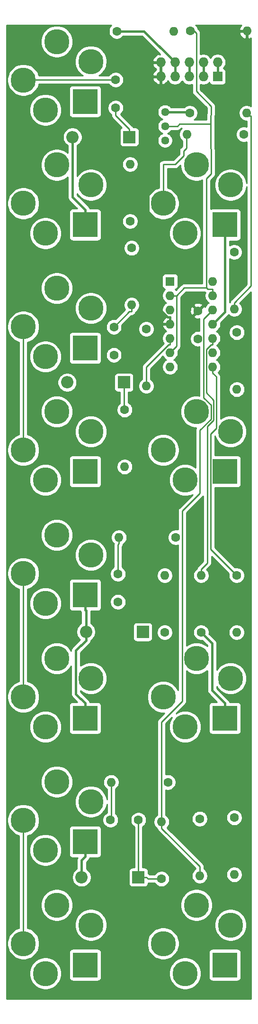
<source format=gbr>
G04 #@! TF.GenerationSoftware,KiCad,Pcbnew,(5.1.5)-3*
G04 #@! TF.CreationDate,2020-07-13T19:53:19+01:00*
G04 #@! TF.ProjectId,GATE2TRIG,47415445-3254-4524-9947-2e6b69636164,rev?*
G04 #@! TF.SameCoordinates,Original*
G04 #@! TF.FileFunction,Copper,L1,Top*
G04 #@! TF.FilePolarity,Positive*
%FSLAX46Y46*%
G04 Gerber Fmt 4.6, Leading zero omitted, Abs format (unit mm)*
G04 Created by KiCad (PCBNEW (5.1.5)-3) date 2020-07-13 19:53:19*
%MOMM*%
%LPD*%
G04 APERTURE LIST*
%ADD10C,1.600000*%
%ADD11C,1.440000*%
%ADD12R,2.200000X2.200000*%
%ADD13O,2.200000X2.200000*%
%ADD14R,4.500000X4.500000*%
%ADD15C,4.500000*%
%ADD16R,1.727200X1.727200*%
%ADD17O,1.727200X1.727200*%
%ADD18O,1.600000X1.600000*%
%ADD19R,1.600000X1.600000*%
%ADD20C,0.450000*%
%ADD21C,0.250000*%
%ADD22C,0.254000*%
G04 APERTURE END LIST*
D10*
X80260000Y-72000000D03*
X80260000Y-67000000D03*
D11*
X74350000Y-36610000D03*
X74350000Y-34070000D03*
X74350000Y-31530000D03*
D10*
X65942400Y-118902500D03*
X65942400Y-113902500D03*
X64598700Y-157796000D03*
X69598700Y-157796000D03*
X65520700Y-30800100D03*
X65520700Y-25800100D03*
X65200700Y-69869100D03*
X65200700Y-74869100D03*
D12*
X67961700Y-35998200D03*
D13*
X57801700Y-35998200D03*
X60207100Y-124266000D03*
D12*
X70367100Y-124266000D03*
D13*
X59429800Y-168022000D03*
D12*
X69589800Y-168022000D03*
X67004100Y-79764900D03*
D13*
X56844100Y-79764900D03*
D14*
X60064000Y-117652000D03*
D15*
X54984000Y-106984000D03*
X49015000Y-113842000D03*
X61080000Y-110540000D03*
X52952000Y-119176000D03*
X52952000Y-31176000D03*
X61080000Y-22540000D03*
X49015000Y-25842000D03*
X54984000Y-18984000D03*
D14*
X60064000Y-29652000D03*
D15*
X52952000Y-163176000D03*
X61080000Y-154540000D03*
X49015000Y-157842000D03*
X54984000Y-150984000D03*
D14*
X60064000Y-161652000D03*
D15*
X77952000Y-97176000D03*
X86080000Y-88540000D03*
X74015000Y-91842000D03*
X79984000Y-84984000D03*
D14*
X85064000Y-95652000D03*
D15*
X52952000Y-75176000D03*
X61080000Y-66540000D03*
X49015000Y-69842000D03*
X54984000Y-62984000D03*
D14*
X60064000Y-73652000D03*
D16*
X83740200Y-25205700D03*
D17*
X83740200Y-22665700D03*
X81200200Y-25205700D03*
X81200200Y-22665700D03*
X78660200Y-25205700D03*
X78660200Y-22665700D03*
X76120200Y-25205700D03*
X76120200Y-22665700D03*
X73580200Y-25205700D03*
X73580200Y-22665700D03*
D14*
X85064000Y-51652000D03*
D15*
X79984000Y-40984000D03*
X74015000Y-47842000D03*
X86080000Y-44540000D03*
X77952000Y-53176000D03*
D14*
X85064000Y-139652000D03*
D15*
X79984000Y-128984000D03*
X74015000Y-135842000D03*
X86080000Y-132540000D03*
X77952000Y-141176000D03*
D14*
X85064000Y-183652000D03*
D15*
X79984000Y-172984000D03*
X74015000Y-179842000D03*
X86080000Y-176540000D03*
X77952000Y-185176000D03*
X52952000Y-53176000D03*
X61080000Y-44540000D03*
X49015000Y-47842000D03*
X54984000Y-40984000D03*
D14*
X60064000Y-51652000D03*
D15*
X52952000Y-97176000D03*
X61080000Y-88540000D03*
X49015000Y-91842000D03*
X54984000Y-84984000D03*
D14*
X60064000Y-95652000D03*
X60064000Y-139652000D03*
D15*
X54984000Y-128984000D03*
X49015000Y-135842000D03*
X61080000Y-132540000D03*
X52952000Y-141176000D03*
D14*
X60064000Y-183652000D03*
D15*
X54984000Y-172984000D03*
X49015000Y-179842000D03*
X61080000Y-176540000D03*
X52952000Y-185176000D03*
D18*
X75866200Y-17126000D03*
D10*
X65706200Y-17126000D03*
X76270000Y-107397600D03*
D18*
X66110000Y-107397600D03*
X64697800Y-151065000D03*
D10*
X74857800Y-151065000D03*
D18*
X68093800Y-40844500D03*
D10*
X68093800Y-51004500D03*
D18*
X68375700Y-65957500D03*
D10*
X68375700Y-55797500D03*
D18*
X74291400Y-114197000D03*
D10*
X74291400Y-124357000D03*
X73727500Y-168307000D03*
D18*
X73727500Y-158147000D03*
D10*
X86722100Y-56523900D03*
D18*
X86722100Y-66683900D03*
D10*
X67138700Y-84654400D03*
D18*
X67138700Y-94814400D03*
D10*
X80791200Y-124357000D03*
D18*
X80791200Y-114197000D03*
X80539800Y-167740000D03*
D10*
X80539800Y-157580000D03*
X88430000Y-35540000D03*
D18*
X78270000Y-35540000D03*
D10*
X78770000Y-31700000D03*
D18*
X88930000Y-31700000D03*
X71007100Y-80399900D03*
D10*
X71007100Y-70239900D03*
X78830340Y-17092960D03*
D18*
X88990340Y-17092960D03*
X87204700Y-81012100D03*
D10*
X87204700Y-70852100D03*
X87151400Y-114181900D03*
D18*
X87151400Y-124341900D03*
X86724700Y-167545000D03*
D10*
X86724700Y-157385000D03*
D19*
X75256600Y-61743600D03*
D18*
X82876600Y-76983600D03*
X75256600Y-64283600D03*
X82876600Y-74443600D03*
X75256600Y-66823600D03*
X82876600Y-71903600D03*
X75256600Y-69363600D03*
X82876600Y-69363600D03*
X75256600Y-71903600D03*
X82876600Y-66823600D03*
X75256600Y-74443600D03*
X82876600Y-64283600D03*
X75256600Y-76983600D03*
X82876600Y-61743600D03*
D20*
X76120200Y-22665700D02*
X70580500Y-17126000D01*
X70580500Y-17126000D02*
X65706200Y-17126000D01*
X60064000Y-139652000D02*
X60064000Y-136976700D01*
X60207100Y-124266000D02*
X60207100Y-125791300D01*
X60207100Y-125791300D02*
X58400300Y-127598100D01*
X58400300Y-127598100D02*
X58400300Y-135313000D01*
X58400300Y-135313000D02*
X60064000Y-136976700D01*
X60064000Y-120327300D02*
X60207100Y-120470400D01*
X60207100Y-120470400D02*
X60207100Y-124266000D01*
X60064000Y-51652000D02*
X60064000Y-48976700D01*
X57801700Y-35998200D02*
X57801700Y-46714400D01*
X57801700Y-46714400D02*
X60064000Y-48976700D01*
X60064000Y-117652000D02*
X60064000Y-120327300D01*
X85064000Y-139652000D02*
X85064000Y-136976700D01*
X85064000Y-136976700D02*
X82742800Y-134655500D01*
X82742800Y-134655500D02*
X82742800Y-126308600D01*
X82742800Y-126308600D02*
X80791200Y-124357000D01*
X60064000Y-161652000D02*
X60064000Y-164327300D01*
X60064000Y-164327300D02*
X59429800Y-164961500D01*
X59429800Y-164961500D02*
X59429800Y-168022000D01*
X76120200Y-22665700D02*
X76120200Y-25205700D01*
X78660200Y-22665700D02*
X78660200Y-25205700D01*
X81200200Y-22665700D02*
X81200200Y-25205700D01*
X78600000Y-31530000D02*
X78770000Y-31700000D01*
X74350000Y-31530000D02*
X78600000Y-31530000D01*
X85064000Y-67176200D02*
X85064000Y-51652000D01*
X82876600Y-69363600D02*
X85064000Y-67176200D01*
D21*
X69589800Y-168022000D02*
X71015100Y-168022000D01*
X73727500Y-168307000D02*
X71300100Y-168307000D01*
X71300100Y-168307000D02*
X71015100Y-168022000D01*
X69589800Y-168022000D02*
X69589800Y-166596700D01*
X69589800Y-166596700D02*
X69598700Y-166587800D01*
X69598700Y-166587800D02*
X69598700Y-157796000D01*
X67961700Y-35998200D02*
X67961700Y-34572900D01*
X67961700Y-34572900D02*
X65520700Y-32131900D01*
X65520700Y-32131900D02*
X65520700Y-30800100D01*
D20*
X73580200Y-25205700D02*
X73580200Y-26494600D01*
X75256600Y-69363600D02*
X75256600Y-68138300D01*
X75256600Y-68138300D02*
X74797100Y-68138300D01*
X74797100Y-68138300D02*
X71330000Y-64671200D01*
X71330000Y-64671200D02*
X71330000Y-28744800D01*
X71330000Y-28744800D02*
X73580200Y-26494600D01*
X73580200Y-22665700D02*
X73580200Y-25205700D01*
X83740200Y-22665700D02*
X83740200Y-25205700D01*
D21*
X75256600Y-74443600D02*
X76381900Y-73318300D01*
X76381900Y-73318300D02*
X76381900Y-64283600D01*
X81749100Y-62901000D02*
X77764500Y-62901000D01*
X77764500Y-62901000D02*
X76381900Y-64283600D01*
X82876600Y-63158300D02*
X82006400Y-63158300D01*
X82006400Y-63158300D02*
X81749100Y-62901000D01*
X81749100Y-62901000D02*
X81749100Y-43416100D01*
X81749100Y-43416100D02*
X82577200Y-42588000D01*
X82577200Y-30492600D02*
X79930200Y-27845600D01*
X79930200Y-27845600D02*
X79930200Y-17489200D01*
X75256600Y-64283600D02*
X76381900Y-64283600D01*
X82876600Y-64283600D02*
X82876600Y-63158300D01*
X79533960Y-17092960D02*
X79930200Y-17489200D01*
X78830340Y-17092960D02*
X79533960Y-17092960D01*
X82577200Y-42588000D02*
X82530000Y-33680000D01*
X76950000Y-33680000D02*
X82530000Y-33680000D01*
X82530000Y-33680000D02*
X82577200Y-30492600D01*
X76560000Y-34070000D02*
X74350000Y-34070000D01*
X76950000Y-33680000D02*
X76560000Y-34070000D01*
X66110000Y-107397600D02*
X66110000Y-108522900D01*
X66110000Y-108522900D02*
X65942400Y-108690500D01*
X65942400Y-108690500D02*
X65942400Y-113902500D01*
X49015000Y-135842000D02*
X49015000Y-113842000D01*
X49015000Y-179842000D02*
X49015000Y-157842000D01*
X64697800Y-151065000D02*
X64697800Y-157696900D01*
X64697800Y-157696900D02*
X64598700Y-157796000D01*
X65520700Y-25800100D02*
X49056900Y-25800100D01*
X49056900Y-25800100D02*
X49015000Y-25842000D01*
X68375700Y-65957500D02*
X68375700Y-67082800D01*
X68375700Y-67082800D02*
X67987000Y-67082800D01*
X67987000Y-67082800D02*
X65200700Y-69869100D01*
X49015000Y-91842000D02*
X49015000Y-69842000D01*
X67138700Y-84654400D02*
X67004100Y-84519800D01*
X67004100Y-84519800D02*
X67004100Y-79764900D01*
X78164900Y-35619700D02*
X78164900Y-36745000D01*
X74015000Y-40894900D02*
X74015000Y-47842000D01*
X74015000Y-40894900D02*
X76125100Y-40894900D01*
X76125100Y-40894900D02*
X77660000Y-39360000D01*
X77660000Y-39360000D02*
X77660000Y-38450000D01*
X78164900Y-37945100D02*
X78164900Y-36745000D01*
X77660000Y-38450000D02*
X78164900Y-37945100D01*
X80791200Y-114197000D02*
X80791200Y-113071700D01*
X80791200Y-113071700D02*
X81916500Y-111946400D01*
X81916500Y-111946400D02*
X81916500Y-87571900D01*
X81916500Y-87571900D02*
X83009600Y-86478800D01*
X83009600Y-86478800D02*
X83009600Y-82907100D01*
X83009600Y-82907100D02*
X81717200Y-81614700D01*
X81717200Y-81614700D02*
X81717200Y-73907000D01*
X81717200Y-73907000D02*
X82595300Y-73028900D01*
X82595300Y-73028900D02*
X82876600Y-73028900D01*
X82876600Y-71903600D02*
X82876600Y-73028900D01*
X73727500Y-158147000D02*
X73727500Y-159272300D01*
X73727500Y-159272300D02*
X80539800Y-166084600D01*
X80539800Y-166084600D02*
X80539800Y-167740000D01*
X82876600Y-66823600D02*
X81266800Y-68433400D01*
X81266800Y-68433400D02*
X81266800Y-82531100D01*
X81266800Y-82531100D02*
X82559300Y-83823600D01*
X82559300Y-83823600D02*
X82559300Y-86292200D01*
X82559300Y-86292200D02*
X80566100Y-88285400D01*
X80566100Y-88285400D02*
X80566100Y-99526100D01*
X80566100Y-99526100D02*
X77408700Y-102683500D01*
X77408700Y-102683500D02*
X77408700Y-136627200D01*
X77408700Y-136627200D02*
X73727500Y-140308400D01*
X73727500Y-140308400D02*
X73727500Y-158147000D01*
X88930000Y-31700000D02*
X89480000Y-32250000D01*
X86722100Y-65558600D02*
X86722100Y-66683900D01*
X89720000Y-62560700D02*
X86722100Y-65558600D01*
X89720000Y-32250000D02*
X89720000Y-62560700D01*
X89480000Y-32250000D02*
X89720000Y-32250000D01*
X75256600Y-71903600D02*
X75256600Y-73028900D01*
X75256600Y-73028900D02*
X74975300Y-73028900D01*
X74975300Y-73028900D02*
X71007100Y-76997100D01*
X71007100Y-76997100D02*
X71007100Y-80399900D01*
X82876600Y-76983600D02*
X82876600Y-78108900D01*
X82876600Y-78108900D02*
X83504600Y-78736900D01*
X83504600Y-78736900D02*
X83504600Y-87975400D01*
X83504600Y-87975400D02*
X82488600Y-88991400D01*
X82488600Y-88991400D02*
X82488600Y-109519100D01*
X82488600Y-109519100D02*
X87151400Y-114181900D01*
D22*
G36*
X64591563Y-16211241D02*
G01*
X64434520Y-16446273D01*
X64326347Y-16707426D01*
X64271200Y-16984665D01*
X64271200Y-17267335D01*
X64326347Y-17544574D01*
X64434520Y-17805727D01*
X64591563Y-18040759D01*
X64791441Y-18240637D01*
X65026473Y-18397680D01*
X65287626Y-18505853D01*
X65564865Y-18561000D01*
X65847535Y-18561000D01*
X66124774Y-18505853D01*
X66385927Y-18397680D01*
X66620959Y-18240637D01*
X66820837Y-18040759D01*
X66857426Y-17986000D01*
X70224277Y-17986000D01*
X73453198Y-21214922D01*
X73453198Y-21331882D01*
X73221174Y-21210742D01*
X73070386Y-21256478D01*
X72805256Y-21383016D01*
X72569907Y-21558846D01*
X72373383Y-21777212D01*
X72223236Y-22029722D01*
X72125237Y-22306673D01*
X72245736Y-22538700D01*
X73453200Y-22538700D01*
X73453200Y-22518700D01*
X73707200Y-22518700D01*
X73707200Y-22538700D01*
X73727200Y-22538700D01*
X73727200Y-22792700D01*
X73707200Y-22792700D01*
X73707200Y-25078700D01*
X73727200Y-25078700D01*
X73727200Y-25332700D01*
X73707200Y-25332700D01*
X73707200Y-26539517D01*
X73939226Y-26660658D01*
X74090014Y-26614922D01*
X74355144Y-26488384D01*
X74590493Y-26312554D01*
X74787017Y-26094188D01*
X74845641Y-25995597D01*
X74956161Y-26161002D01*
X75164898Y-26369739D01*
X75410347Y-26533742D01*
X75683075Y-26646710D01*
X75972601Y-26704300D01*
X76267799Y-26704300D01*
X76557325Y-26646710D01*
X76830053Y-26533742D01*
X77075502Y-26369739D01*
X77284239Y-26161002D01*
X77390200Y-26002419D01*
X77496161Y-26161002D01*
X77704898Y-26369739D01*
X77950347Y-26533742D01*
X78223075Y-26646710D01*
X78512601Y-26704300D01*
X78807799Y-26704300D01*
X79097325Y-26646710D01*
X79170200Y-26616524D01*
X79170200Y-27808278D01*
X79166524Y-27845600D01*
X79170200Y-27882922D01*
X79170200Y-27882932D01*
X79181197Y-27994585D01*
X79224654Y-28137846D01*
X79295226Y-28269876D01*
X79335071Y-28318426D01*
X79390199Y-28385601D01*
X79419203Y-28409404D01*
X81812525Y-30802727D01*
X81781172Y-32920000D01*
X79527072Y-32920000D01*
X79684759Y-32814637D01*
X79884637Y-32614759D01*
X80041680Y-32379727D01*
X80149853Y-32118574D01*
X80205000Y-31841335D01*
X80205000Y-31558665D01*
X80149853Y-31281426D01*
X80041680Y-31020273D01*
X79884637Y-30785241D01*
X79684759Y-30585363D01*
X79449727Y-30428320D01*
X79188574Y-30320147D01*
X78911335Y-30265000D01*
X78628665Y-30265000D01*
X78351426Y-30320147D01*
X78090273Y-30428320D01*
X77855241Y-30585363D01*
X77770604Y-30670000D01*
X75405011Y-30670000D01*
X75402497Y-30666238D01*
X75213762Y-30477503D01*
X74991833Y-30329215D01*
X74745239Y-30227072D01*
X74483456Y-30175000D01*
X74216544Y-30175000D01*
X73954761Y-30227072D01*
X73708167Y-30329215D01*
X73486238Y-30477503D01*
X73297503Y-30666238D01*
X73149215Y-30888167D01*
X73047072Y-31134761D01*
X72995000Y-31396544D01*
X72995000Y-31663456D01*
X73047072Y-31925239D01*
X73149215Y-32171833D01*
X73297503Y-32393762D01*
X73486238Y-32582497D01*
X73708167Y-32730785D01*
X73875266Y-32800000D01*
X73708167Y-32869215D01*
X73486238Y-33017503D01*
X73297503Y-33206238D01*
X73149215Y-33428167D01*
X73047072Y-33674761D01*
X72995000Y-33936544D01*
X72995000Y-34203456D01*
X73047072Y-34465239D01*
X73149215Y-34711833D01*
X73297503Y-34933762D01*
X73486238Y-35122497D01*
X73708167Y-35270785D01*
X73875266Y-35340000D01*
X73708167Y-35409215D01*
X73486238Y-35557503D01*
X73297503Y-35746238D01*
X73149215Y-35968167D01*
X73047072Y-36214761D01*
X72995000Y-36476544D01*
X72995000Y-36743456D01*
X73047072Y-37005239D01*
X73149215Y-37251833D01*
X73297503Y-37473762D01*
X73486238Y-37662497D01*
X73708167Y-37810785D01*
X73954761Y-37912928D01*
X74216544Y-37965000D01*
X74483456Y-37965000D01*
X74745239Y-37912928D01*
X74991833Y-37810785D01*
X75213762Y-37662497D01*
X75402497Y-37473762D01*
X75550785Y-37251833D01*
X75652928Y-37005239D01*
X75705000Y-36743456D01*
X75705000Y-36476544D01*
X75652928Y-36214761D01*
X75550785Y-35968167D01*
X75402497Y-35746238D01*
X75213762Y-35557503D01*
X74991833Y-35409215D01*
X74824734Y-35340000D01*
X74991833Y-35270785D01*
X75213762Y-35122497D01*
X75402497Y-34933762D01*
X75471828Y-34830000D01*
X76522678Y-34830000D01*
X76560000Y-34833676D01*
X76597322Y-34830000D01*
X76597333Y-34830000D01*
X76708986Y-34819003D01*
X76852247Y-34775546D01*
X76984276Y-34704974D01*
X77100001Y-34610001D01*
X77123804Y-34580997D01*
X77264801Y-34440000D01*
X77340604Y-34440000D01*
X77155363Y-34625241D01*
X76998320Y-34860273D01*
X76890147Y-35121426D01*
X76835000Y-35398665D01*
X76835000Y-35681335D01*
X76890147Y-35958574D01*
X76998320Y-36219727D01*
X77155363Y-36454759D01*
X77355241Y-36654637D01*
X77404901Y-36687819D01*
X77404901Y-36707667D01*
X77404900Y-37630298D01*
X77148998Y-37886201D01*
X77120000Y-37909999D01*
X77096202Y-37938997D01*
X77096201Y-37938998D01*
X77025026Y-38025724D01*
X76954454Y-38157754D01*
X76938646Y-38209869D01*
X76910998Y-38301014D01*
X76900000Y-38412667D01*
X76900000Y-38412678D01*
X76896324Y-38450000D01*
X76900000Y-38487322D01*
X76900000Y-39045197D01*
X75810299Y-40134900D01*
X74052333Y-40134900D01*
X74015000Y-40131223D01*
X73977667Y-40134900D01*
X73866014Y-40145897D01*
X73722753Y-40189354D01*
X73590724Y-40259926D01*
X73474999Y-40354899D01*
X73380026Y-40470624D01*
X73309454Y-40602653D01*
X73265997Y-40745914D01*
X73251323Y-40894900D01*
X73255000Y-40932233D01*
X73255001Y-45051653D01*
X73173477Y-45067869D01*
X72648440Y-45285346D01*
X72175920Y-45601074D01*
X71774074Y-46002920D01*
X71458346Y-46475440D01*
X71240869Y-47000477D01*
X71130000Y-47557852D01*
X71130000Y-48126148D01*
X71240869Y-48683523D01*
X71458346Y-49208560D01*
X71774074Y-49681080D01*
X72175920Y-50082926D01*
X72648440Y-50398654D01*
X73173477Y-50616131D01*
X73730852Y-50727000D01*
X74299148Y-50727000D01*
X74856523Y-50616131D01*
X75381560Y-50398654D01*
X75854080Y-50082926D01*
X76255926Y-49681080D01*
X76571654Y-49208560D01*
X76789131Y-48683523D01*
X76900000Y-48126148D01*
X76900000Y-47557852D01*
X76789131Y-47000477D01*
X76571654Y-46475440D01*
X76255926Y-46002920D01*
X75854080Y-45601074D01*
X75381560Y-45285346D01*
X74856523Y-45067869D01*
X74775000Y-45051653D01*
X74775000Y-41654900D01*
X76087778Y-41654900D01*
X76125100Y-41658576D01*
X76162422Y-41654900D01*
X76162433Y-41654900D01*
X76274086Y-41643903D01*
X76417347Y-41600446D01*
X76549376Y-41529874D01*
X76665101Y-41434901D01*
X76688903Y-41405898D01*
X77099000Y-40995802D01*
X77099000Y-41268148D01*
X77209869Y-41825523D01*
X77427346Y-42350560D01*
X77743074Y-42823080D01*
X78144920Y-43224926D01*
X78617440Y-43540654D01*
X79142477Y-43758131D01*
X79699852Y-43869000D01*
X80268148Y-43869000D01*
X80825523Y-43758131D01*
X80989101Y-43690375D01*
X80989100Y-62141000D01*
X77801825Y-62141000D01*
X77764500Y-62137324D01*
X77727175Y-62141000D01*
X77727167Y-62141000D01*
X77615514Y-62151997D01*
X77472253Y-62195454D01*
X77340224Y-62266026D01*
X77224499Y-62360999D01*
X77200701Y-62389997D01*
X76296547Y-63294151D01*
X76172639Y-63170243D01*
X76181082Y-63169412D01*
X76300780Y-63133102D01*
X76411094Y-63074137D01*
X76507785Y-62994785D01*
X76587137Y-62898094D01*
X76646102Y-62787780D01*
X76682412Y-62668082D01*
X76694672Y-62543600D01*
X76694672Y-60943600D01*
X76682412Y-60819118D01*
X76646102Y-60699420D01*
X76587137Y-60589106D01*
X76507785Y-60492415D01*
X76411094Y-60413063D01*
X76300780Y-60354098D01*
X76181082Y-60317788D01*
X76056600Y-60305528D01*
X74456600Y-60305528D01*
X74332118Y-60317788D01*
X74212420Y-60354098D01*
X74102106Y-60413063D01*
X74005415Y-60492415D01*
X73926063Y-60589106D01*
X73867098Y-60699420D01*
X73830788Y-60819118D01*
X73818528Y-60943600D01*
X73818528Y-62543600D01*
X73830788Y-62668082D01*
X73867098Y-62787780D01*
X73926063Y-62898094D01*
X74005415Y-62994785D01*
X74102106Y-63074137D01*
X74212420Y-63133102D01*
X74332118Y-63169412D01*
X74340561Y-63170243D01*
X74141963Y-63368841D01*
X73984920Y-63603873D01*
X73876747Y-63865026D01*
X73821600Y-64142265D01*
X73821600Y-64424935D01*
X73876747Y-64702174D01*
X73984920Y-64963327D01*
X74141963Y-65198359D01*
X74341841Y-65398237D01*
X74574359Y-65553600D01*
X74341841Y-65708963D01*
X74141963Y-65908841D01*
X73984920Y-66143873D01*
X73876747Y-66405026D01*
X73821600Y-66682265D01*
X73821600Y-66964935D01*
X73876747Y-67242174D01*
X73984920Y-67503327D01*
X74141963Y-67738359D01*
X74341841Y-67938237D01*
X74576873Y-68095280D01*
X74587465Y-68099667D01*
X74401469Y-68211215D01*
X74193081Y-68400186D01*
X74025563Y-68626180D01*
X73905354Y-68880513D01*
X73864696Y-69014561D01*
X73986685Y-69236600D01*
X75129600Y-69236600D01*
X75129600Y-69216600D01*
X75383600Y-69216600D01*
X75383600Y-69236600D01*
X75403600Y-69236600D01*
X75403600Y-69490600D01*
X75383600Y-69490600D01*
X75383600Y-69510600D01*
X75129600Y-69510600D01*
X75129600Y-69490600D01*
X73986685Y-69490600D01*
X73864696Y-69712639D01*
X73905354Y-69846687D01*
X74025563Y-70101020D01*
X74193081Y-70327014D01*
X74401469Y-70515985D01*
X74587465Y-70627533D01*
X74576873Y-70631920D01*
X74341841Y-70788963D01*
X74141963Y-70988841D01*
X73984920Y-71223873D01*
X73876747Y-71485026D01*
X73821600Y-71762265D01*
X73821600Y-72044935D01*
X73876747Y-72322174D01*
X73984920Y-72583327D01*
X74129577Y-72799821D01*
X70496103Y-76433296D01*
X70467099Y-76457099D01*
X70411971Y-76524274D01*
X70372126Y-76572824D01*
X70308770Y-76691354D01*
X70301554Y-76704854D01*
X70258097Y-76848115D01*
X70247100Y-76959768D01*
X70247100Y-76959778D01*
X70243424Y-76997100D01*
X70247100Y-77034423D01*
X70247101Y-79181856D01*
X70092341Y-79285263D01*
X69892463Y-79485141D01*
X69735420Y-79720173D01*
X69627247Y-79981326D01*
X69572100Y-80258565D01*
X69572100Y-80541235D01*
X69627247Y-80818474D01*
X69735420Y-81079627D01*
X69892463Y-81314659D01*
X70092341Y-81514537D01*
X70327373Y-81671580D01*
X70588526Y-81779753D01*
X70865765Y-81834900D01*
X71148435Y-81834900D01*
X71425674Y-81779753D01*
X71686827Y-81671580D01*
X71921859Y-81514537D01*
X72121737Y-81314659D01*
X72278780Y-81079627D01*
X72386953Y-80818474D01*
X72442100Y-80541235D01*
X72442100Y-80258565D01*
X72386953Y-79981326D01*
X72278780Y-79720173D01*
X72121737Y-79485141D01*
X71921859Y-79285263D01*
X71767100Y-79181857D01*
X71767100Y-77311901D01*
X73976354Y-75102647D01*
X73984920Y-75123327D01*
X74141963Y-75358359D01*
X74341841Y-75558237D01*
X74574359Y-75713600D01*
X74341841Y-75868963D01*
X74141963Y-76068841D01*
X73984920Y-76303873D01*
X73876747Y-76565026D01*
X73821600Y-76842265D01*
X73821600Y-77124935D01*
X73876747Y-77402174D01*
X73984920Y-77663327D01*
X74141963Y-77898359D01*
X74341841Y-78098237D01*
X74576873Y-78255280D01*
X74838026Y-78363453D01*
X75115265Y-78418600D01*
X75397935Y-78418600D01*
X75675174Y-78363453D01*
X75936327Y-78255280D01*
X76171359Y-78098237D01*
X76371237Y-77898359D01*
X76528280Y-77663327D01*
X76636453Y-77402174D01*
X76691600Y-77124935D01*
X76691600Y-76842265D01*
X76636453Y-76565026D01*
X76528280Y-76303873D01*
X76371237Y-76068841D01*
X76171359Y-75868963D01*
X75938841Y-75713600D01*
X76171359Y-75558237D01*
X76371237Y-75358359D01*
X76528280Y-75123327D01*
X76636453Y-74862174D01*
X76691600Y-74584935D01*
X76691600Y-74302265D01*
X76655288Y-74119714D01*
X76892904Y-73882098D01*
X76921901Y-73858301D01*
X77016874Y-73742576D01*
X77087446Y-73610547D01*
X77130903Y-73467286D01*
X77141900Y-73355633D01*
X77141900Y-73355632D01*
X77145577Y-73318300D01*
X77141900Y-73280967D01*
X77141900Y-67070512D01*
X78819783Y-67070512D01*
X78861213Y-67350130D01*
X78956397Y-67616292D01*
X79023329Y-67741514D01*
X79267298Y-67813097D01*
X80080395Y-67000000D01*
X79267298Y-66186903D01*
X79023329Y-66258486D01*
X78902429Y-66513996D01*
X78833700Y-66788184D01*
X78819783Y-67070512D01*
X77141900Y-67070512D01*
X77141900Y-66007298D01*
X79446903Y-66007298D01*
X80260000Y-66820395D01*
X81073097Y-66007298D01*
X81001514Y-65763329D01*
X80746004Y-65642429D01*
X80471816Y-65573700D01*
X80189488Y-65559783D01*
X79909870Y-65601213D01*
X79643708Y-65696397D01*
X79518486Y-65763329D01*
X79446903Y-66007298D01*
X77141900Y-66007298D01*
X77141900Y-64598401D01*
X78079302Y-63661000D01*
X81434299Y-63661000D01*
X81442596Y-63669297D01*
X81466399Y-63698301D01*
X81540587Y-63759186D01*
X81496747Y-63865026D01*
X81441600Y-64142265D01*
X81441600Y-64424935D01*
X81496747Y-64702174D01*
X81604920Y-64963327D01*
X81761963Y-65198359D01*
X81961841Y-65398237D01*
X82194359Y-65553600D01*
X81961841Y-65708963D01*
X81761963Y-65908841D01*
X81604920Y-66143873D01*
X81530911Y-66322546D01*
X81496671Y-66258486D01*
X81252702Y-66186903D01*
X80439605Y-67000000D01*
X80453748Y-67014143D01*
X80274143Y-67193748D01*
X80260000Y-67179605D01*
X79446903Y-67992702D01*
X79518486Y-68236671D01*
X79773996Y-68357571D01*
X80048184Y-68426300D01*
X80330512Y-68440217D01*
X80504999Y-68414364D01*
X80503124Y-68433400D01*
X80506800Y-68470722D01*
X80506800Y-70585979D01*
X80401335Y-70565000D01*
X80118665Y-70565000D01*
X79841426Y-70620147D01*
X79580273Y-70728320D01*
X79345241Y-70885363D01*
X79145363Y-71085241D01*
X78988320Y-71320273D01*
X78880147Y-71581426D01*
X78825000Y-71858665D01*
X78825000Y-72141335D01*
X78880147Y-72418574D01*
X78988320Y-72679727D01*
X79145363Y-72914759D01*
X79345241Y-73114637D01*
X79580273Y-73271680D01*
X79841426Y-73379853D01*
X80118665Y-73435000D01*
X80401335Y-73435000D01*
X80506800Y-73414021D01*
X80506801Y-82146471D01*
X80268148Y-82099000D01*
X79699852Y-82099000D01*
X79142477Y-82209869D01*
X78617440Y-82427346D01*
X78144920Y-82743074D01*
X77743074Y-83144920D01*
X77427346Y-83617440D01*
X77209869Y-84142477D01*
X77099000Y-84699852D01*
X77099000Y-85268148D01*
X77209869Y-85825523D01*
X77427346Y-86350560D01*
X77743074Y-86823080D01*
X78144920Y-87224926D01*
X78617440Y-87540654D01*
X79142477Y-87758131D01*
X79699852Y-87869000D01*
X79926916Y-87869000D01*
X79870044Y-87975400D01*
X79860554Y-87993154D01*
X79817097Y-88136415D01*
X79806100Y-88248068D01*
X79806100Y-88248078D01*
X79802424Y-88285400D01*
X79806100Y-88322722D01*
X79806101Y-94950095D01*
X79791080Y-94935074D01*
X79318560Y-94619346D01*
X78793523Y-94401869D01*
X78236148Y-94291000D01*
X77667852Y-94291000D01*
X77110477Y-94401869D01*
X76585440Y-94619346D01*
X76112920Y-94935074D01*
X75711074Y-95336920D01*
X75395346Y-95809440D01*
X75177869Y-96334477D01*
X75067000Y-96891852D01*
X75067000Y-97460148D01*
X75177869Y-98017523D01*
X75395346Y-98542560D01*
X75711074Y-99015080D01*
X76112920Y-99416926D01*
X76585440Y-99732654D01*
X77110477Y-99950131D01*
X77667852Y-100061000D01*
X78236148Y-100061000D01*
X78793523Y-99950131D01*
X79260833Y-99756565D01*
X76897703Y-102119696D01*
X76868699Y-102143499D01*
X76813571Y-102210674D01*
X76773726Y-102259224D01*
X76703155Y-102391253D01*
X76703154Y-102391254D01*
X76659697Y-102534515D01*
X76648700Y-102646168D01*
X76648700Y-102646178D01*
X76645024Y-102683500D01*
X76648700Y-102720822D01*
X76648700Y-106009815D01*
X76411335Y-105962600D01*
X76128665Y-105962600D01*
X75851426Y-106017747D01*
X75590273Y-106125920D01*
X75355241Y-106282963D01*
X75155363Y-106482841D01*
X74998320Y-106717873D01*
X74890147Y-106979026D01*
X74835000Y-107256265D01*
X74835000Y-107538935D01*
X74890147Y-107816174D01*
X74998320Y-108077327D01*
X75155363Y-108312359D01*
X75355241Y-108512237D01*
X75590273Y-108669280D01*
X75851426Y-108777453D01*
X76128665Y-108832600D01*
X76411335Y-108832600D01*
X76648700Y-108785385D01*
X76648701Y-134661448D01*
X76571654Y-134475440D01*
X76255926Y-134002920D01*
X75854080Y-133601074D01*
X75381560Y-133285346D01*
X74856523Y-133067869D01*
X74299148Y-132957000D01*
X73730852Y-132957000D01*
X73173477Y-133067869D01*
X72648440Y-133285346D01*
X72175920Y-133601074D01*
X71774074Y-134002920D01*
X71458346Y-134475440D01*
X71240869Y-135000477D01*
X71130000Y-135557852D01*
X71130000Y-136126148D01*
X71240869Y-136683523D01*
X71458346Y-137208560D01*
X71774074Y-137681080D01*
X72175920Y-138082926D01*
X72648440Y-138398654D01*
X73173477Y-138616131D01*
X73730852Y-138727000D01*
X74234099Y-138727000D01*
X73216503Y-139744596D01*
X73187499Y-139768399D01*
X73153818Y-139809440D01*
X73092526Y-139884124D01*
X73039836Y-139982699D01*
X73021954Y-140016154D01*
X72978497Y-140159415D01*
X72967500Y-140271068D01*
X72967500Y-140271078D01*
X72963824Y-140308400D01*
X72967500Y-140345722D01*
X72967501Y-156928956D01*
X72812741Y-157032363D01*
X72612863Y-157232241D01*
X72455820Y-157467273D01*
X72347647Y-157728426D01*
X72292500Y-158005665D01*
X72292500Y-158288335D01*
X72347647Y-158565574D01*
X72455820Y-158826727D01*
X72612863Y-159061759D01*
X72812741Y-159261637D01*
X72973343Y-159368948D01*
X72976599Y-159402000D01*
X72978498Y-159421285D01*
X73021954Y-159564546D01*
X73092526Y-159696576D01*
X73163701Y-159783302D01*
X73187500Y-159812301D01*
X73216498Y-159836099D01*
X79779800Y-166399402D01*
X79779800Y-166521956D01*
X79625041Y-166625363D01*
X79425163Y-166825241D01*
X79268120Y-167060273D01*
X79159947Y-167321426D01*
X79104800Y-167598665D01*
X79104800Y-167881335D01*
X79159947Y-168158574D01*
X79268120Y-168419727D01*
X79425163Y-168654759D01*
X79625041Y-168854637D01*
X79860073Y-169011680D01*
X80121226Y-169119853D01*
X80398465Y-169175000D01*
X80681135Y-169175000D01*
X80958374Y-169119853D01*
X81219527Y-169011680D01*
X81454559Y-168854637D01*
X81654437Y-168654759D01*
X81811480Y-168419727D01*
X81919653Y-168158574D01*
X81974800Y-167881335D01*
X81974800Y-167598665D01*
X81936012Y-167403665D01*
X85289700Y-167403665D01*
X85289700Y-167686335D01*
X85344847Y-167963574D01*
X85453020Y-168224727D01*
X85610063Y-168459759D01*
X85809941Y-168659637D01*
X86044973Y-168816680D01*
X86306126Y-168924853D01*
X86583365Y-168980000D01*
X86866035Y-168980000D01*
X87143274Y-168924853D01*
X87404427Y-168816680D01*
X87639459Y-168659637D01*
X87839337Y-168459759D01*
X87996380Y-168224727D01*
X88104553Y-167963574D01*
X88159700Y-167686335D01*
X88159700Y-167403665D01*
X88104553Y-167126426D01*
X87996380Y-166865273D01*
X87839337Y-166630241D01*
X87639459Y-166430363D01*
X87404427Y-166273320D01*
X87143274Y-166165147D01*
X86866035Y-166110000D01*
X86583365Y-166110000D01*
X86306126Y-166165147D01*
X86044973Y-166273320D01*
X85809941Y-166430363D01*
X85610063Y-166630241D01*
X85453020Y-166865273D01*
X85344847Y-167126426D01*
X85289700Y-167403665D01*
X81936012Y-167403665D01*
X81919653Y-167321426D01*
X81811480Y-167060273D01*
X81654437Y-166825241D01*
X81454559Y-166625363D01*
X81299800Y-166521957D01*
X81299800Y-166121922D01*
X81303476Y-166084599D01*
X81299800Y-166047276D01*
X81299800Y-166047267D01*
X81288803Y-165935614D01*
X81245346Y-165792353D01*
X81213436Y-165732654D01*
X81174774Y-165660323D01*
X81103599Y-165573597D01*
X81079801Y-165544599D01*
X81050804Y-165520802D01*
X74716949Y-159186947D01*
X74842137Y-159061759D01*
X74999180Y-158826727D01*
X75107353Y-158565574D01*
X75162500Y-158288335D01*
X75162500Y-158005665D01*
X75107353Y-157728426D01*
X74999180Y-157467273D01*
X74980065Y-157438665D01*
X79104800Y-157438665D01*
X79104800Y-157721335D01*
X79159947Y-157998574D01*
X79268120Y-158259727D01*
X79425163Y-158494759D01*
X79625041Y-158694637D01*
X79860073Y-158851680D01*
X80121226Y-158959853D01*
X80398465Y-159015000D01*
X80681135Y-159015000D01*
X80958374Y-158959853D01*
X81219527Y-158851680D01*
X81454559Y-158694637D01*
X81654437Y-158494759D01*
X81811480Y-158259727D01*
X81919653Y-157998574D01*
X81974800Y-157721335D01*
X81974800Y-157438665D01*
X81936012Y-157243665D01*
X85289700Y-157243665D01*
X85289700Y-157526335D01*
X85344847Y-157803574D01*
X85453020Y-158064727D01*
X85610063Y-158299759D01*
X85809941Y-158499637D01*
X86044973Y-158656680D01*
X86306126Y-158764853D01*
X86583365Y-158820000D01*
X86866035Y-158820000D01*
X87143274Y-158764853D01*
X87404427Y-158656680D01*
X87639459Y-158499637D01*
X87839337Y-158299759D01*
X87996380Y-158064727D01*
X88104553Y-157803574D01*
X88159700Y-157526335D01*
X88159700Y-157243665D01*
X88104553Y-156966426D01*
X87996380Y-156705273D01*
X87839337Y-156470241D01*
X87639459Y-156270363D01*
X87404427Y-156113320D01*
X87143274Y-156005147D01*
X86866035Y-155950000D01*
X86583365Y-155950000D01*
X86306126Y-156005147D01*
X86044973Y-156113320D01*
X85809941Y-156270363D01*
X85610063Y-156470241D01*
X85453020Y-156705273D01*
X85344847Y-156966426D01*
X85289700Y-157243665D01*
X81936012Y-157243665D01*
X81919653Y-157161426D01*
X81811480Y-156900273D01*
X81654437Y-156665241D01*
X81454559Y-156465363D01*
X81219527Y-156308320D01*
X80958374Y-156200147D01*
X80681135Y-156145000D01*
X80398465Y-156145000D01*
X80121226Y-156200147D01*
X79860073Y-156308320D01*
X79625041Y-156465363D01*
X79425163Y-156665241D01*
X79268120Y-156900273D01*
X79159947Y-157161426D01*
X79104800Y-157438665D01*
X74980065Y-157438665D01*
X74842137Y-157232241D01*
X74642259Y-157032363D01*
X74487500Y-156928957D01*
X74487500Y-152454455D01*
X74716465Y-152500000D01*
X74999135Y-152500000D01*
X75276374Y-152444853D01*
X75537527Y-152336680D01*
X75772559Y-152179637D01*
X75972437Y-151979759D01*
X76129480Y-151744727D01*
X76237653Y-151483574D01*
X76292800Y-151206335D01*
X76292800Y-150923665D01*
X76237653Y-150646426D01*
X76129480Y-150385273D01*
X75972437Y-150150241D01*
X75772559Y-149950363D01*
X75537527Y-149793320D01*
X75276374Y-149685147D01*
X74999135Y-149630000D01*
X74716465Y-149630000D01*
X74487500Y-149675545D01*
X74487500Y-140623201D01*
X75584802Y-139525900D01*
X75395346Y-139809440D01*
X75177869Y-140334477D01*
X75067000Y-140891852D01*
X75067000Y-141460148D01*
X75177869Y-142017523D01*
X75395346Y-142542560D01*
X75711074Y-143015080D01*
X76112920Y-143416926D01*
X76585440Y-143732654D01*
X77110477Y-143950131D01*
X77667852Y-144061000D01*
X78236148Y-144061000D01*
X78793523Y-143950131D01*
X79318560Y-143732654D01*
X79791080Y-143416926D01*
X80192926Y-143015080D01*
X80508654Y-142542560D01*
X80726131Y-142017523D01*
X80837000Y-141460148D01*
X80837000Y-140891852D01*
X80726131Y-140334477D01*
X80508654Y-139809440D01*
X80192926Y-139336920D01*
X79791080Y-138935074D01*
X79318560Y-138619346D01*
X78793523Y-138401869D01*
X78236148Y-138291000D01*
X77667852Y-138291000D01*
X77110477Y-138401869D01*
X76585440Y-138619346D01*
X76301900Y-138808801D01*
X77919703Y-137190999D01*
X77948701Y-137167201D01*
X77975032Y-137135117D01*
X78043674Y-137051477D01*
X78114246Y-136919447D01*
X78157703Y-136776186D01*
X78168700Y-136664533D01*
X78168700Y-136664523D01*
X78172376Y-136627200D01*
X78168700Y-136589877D01*
X78168700Y-131240815D01*
X78617440Y-131540654D01*
X79142477Y-131758131D01*
X79699852Y-131869000D01*
X80268148Y-131869000D01*
X80825523Y-131758131D01*
X81350560Y-131540654D01*
X81823080Y-131224926D01*
X81882800Y-131165206D01*
X81882800Y-134613261D01*
X81878640Y-134655500D01*
X81882800Y-134697739D01*
X81882800Y-134697745D01*
X81895244Y-134824088D01*
X81944419Y-134986199D01*
X82024276Y-135135601D01*
X82131746Y-135266554D01*
X82164565Y-135293488D01*
X83635004Y-136763928D01*
X82814000Y-136763928D01*
X82689518Y-136776188D01*
X82569820Y-136812498D01*
X82459506Y-136871463D01*
X82362815Y-136950815D01*
X82283463Y-137047506D01*
X82224498Y-137157820D01*
X82188188Y-137277518D01*
X82175928Y-137402000D01*
X82175928Y-141902000D01*
X82188188Y-142026482D01*
X82224498Y-142146180D01*
X82283463Y-142256494D01*
X82362815Y-142353185D01*
X82459506Y-142432537D01*
X82569820Y-142491502D01*
X82689518Y-142527812D01*
X82814000Y-142540072D01*
X87314000Y-142540072D01*
X87438482Y-142527812D01*
X87558180Y-142491502D01*
X87668494Y-142432537D01*
X87765185Y-142353185D01*
X87844537Y-142256494D01*
X87903502Y-142146180D01*
X87939812Y-142026482D01*
X87952072Y-141902000D01*
X87952072Y-137402000D01*
X87939812Y-137277518D01*
X87903502Y-137157820D01*
X87844537Y-137047506D01*
X87765185Y-136950815D01*
X87668494Y-136871463D01*
X87558180Y-136812498D01*
X87438482Y-136776188D01*
X87314000Y-136763928D01*
X85898154Y-136763928D01*
X85862381Y-136645999D01*
X85834564Y-136593959D01*
X85782524Y-136496598D01*
X85675054Y-136365646D01*
X85642241Y-136338717D01*
X83602800Y-134299277D01*
X83602800Y-134025471D01*
X83839074Y-134379080D01*
X84240920Y-134780926D01*
X84713440Y-135096654D01*
X85238477Y-135314131D01*
X85795852Y-135425000D01*
X86364148Y-135425000D01*
X86921523Y-135314131D01*
X87446560Y-135096654D01*
X87919080Y-134780926D01*
X88320926Y-134379080D01*
X88636654Y-133906560D01*
X88854131Y-133381523D01*
X88965000Y-132824148D01*
X88965000Y-132255852D01*
X88854131Y-131698477D01*
X88636654Y-131173440D01*
X88320926Y-130700920D01*
X87919080Y-130299074D01*
X87446560Y-129983346D01*
X86921523Y-129765869D01*
X86364148Y-129655000D01*
X85795852Y-129655000D01*
X85238477Y-129765869D01*
X84713440Y-129983346D01*
X84240920Y-130299074D01*
X83839074Y-130700920D01*
X83602800Y-131054529D01*
X83602800Y-126350838D01*
X83606960Y-126308599D01*
X83602800Y-126266360D01*
X83602800Y-126266354D01*
X83590356Y-126140011D01*
X83541181Y-125977900D01*
X83461324Y-125828498D01*
X83353854Y-125697546D01*
X83321041Y-125670617D01*
X82213351Y-124562928D01*
X82226200Y-124498335D01*
X82226200Y-124215665D01*
X82223197Y-124200565D01*
X85716400Y-124200565D01*
X85716400Y-124483235D01*
X85771547Y-124760474D01*
X85879720Y-125021627D01*
X86036763Y-125256659D01*
X86236641Y-125456537D01*
X86471673Y-125613580D01*
X86732826Y-125721753D01*
X87010065Y-125776900D01*
X87292735Y-125776900D01*
X87569974Y-125721753D01*
X87831127Y-125613580D01*
X88066159Y-125456537D01*
X88266037Y-125256659D01*
X88423080Y-125021627D01*
X88531253Y-124760474D01*
X88586400Y-124483235D01*
X88586400Y-124200565D01*
X88531253Y-123923326D01*
X88423080Y-123662173D01*
X88266037Y-123427141D01*
X88066159Y-123227263D01*
X87831127Y-123070220D01*
X87569974Y-122962047D01*
X87292735Y-122906900D01*
X87010065Y-122906900D01*
X86732826Y-122962047D01*
X86471673Y-123070220D01*
X86236641Y-123227263D01*
X86036763Y-123427141D01*
X85879720Y-123662173D01*
X85771547Y-123923326D01*
X85716400Y-124200565D01*
X82223197Y-124200565D01*
X82171053Y-123938426D01*
X82062880Y-123677273D01*
X81905837Y-123442241D01*
X81705959Y-123242363D01*
X81470927Y-123085320D01*
X81209774Y-122977147D01*
X80932535Y-122922000D01*
X80649865Y-122922000D01*
X80372626Y-122977147D01*
X80111473Y-123085320D01*
X79876441Y-123242363D01*
X79676563Y-123442241D01*
X79519520Y-123677273D01*
X79411347Y-123938426D01*
X79356200Y-124215665D01*
X79356200Y-124498335D01*
X79411347Y-124775574D01*
X79519520Y-125036727D01*
X79676563Y-125271759D01*
X79876441Y-125471637D01*
X80111473Y-125628680D01*
X80372626Y-125736853D01*
X80649865Y-125792000D01*
X80932535Y-125792000D01*
X80997128Y-125779151D01*
X81882801Y-126664825D01*
X81882801Y-126802795D01*
X81823080Y-126743074D01*
X81350560Y-126427346D01*
X80825523Y-126209869D01*
X80268148Y-126099000D01*
X79699852Y-126099000D01*
X79142477Y-126209869D01*
X78617440Y-126427346D01*
X78168700Y-126727185D01*
X78168700Y-102998301D01*
X81077103Y-100089899D01*
X81106101Y-100066101D01*
X81132432Y-100034017D01*
X81156500Y-100004689D01*
X81156500Y-111631598D01*
X80280198Y-112507901D01*
X80251200Y-112531699D01*
X80227402Y-112560697D01*
X80227401Y-112560698D01*
X80156226Y-112647424D01*
X80085654Y-112779454D01*
X80042198Y-112922715D01*
X80037043Y-112975052D01*
X79876441Y-113082363D01*
X79676563Y-113282241D01*
X79519520Y-113517273D01*
X79411347Y-113778426D01*
X79356200Y-114055665D01*
X79356200Y-114338335D01*
X79411347Y-114615574D01*
X79519520Y-114876727D01*
X79676563Y-115111759D01*
X79876441Y-115311637D01*
X80111473Y-115468680D01*
X80372626Y-115576853D01*
X80649865Y-115632000D01*
X80932535Y-115632000D01*
X81209774Y-115576853D01*
X81470927Y-115468680D01*
X81705959Y-115311637D01*
X81905837Y-115111759D01*
X82062880Y-114876727D01*
X82171053Y-114615574D01*
X82226200Y-114338335D01*
X82226200Y-114055665D01*
X82171053Y-113778426D01*
X82062880Y-113517273D01*
X81905837Y-113282241D01*
X81780649Y-113157053D01*
X82427504Y-112510198D01*
X82456501Y-112486401D01*
X82551474Y-112370676D01*
X82622046Y-112238647D01*
X82665503Y-112095386D01*
X82676500Y-111983733D01*
X82676500Y-111983732D01*
X82680177Y-111946400D01*
X82676500Y-111909067D01*
X82676500Y-110781801D01*
X85752712Y-113858014D01*
X85716400Y-114040565D01*
X85716400Y-114323235D01*
X85771547Y-114600474D01*
X85879720Y-114861627D01*
X86036763Y-115096659D01*
X86236641Y-115296537D01*
X86471673Y-115453580D01*
X86732826Y-115561753D01*
X87010065Y-115616900D01*
X87292735Y-115616900D01*
X87569974Y-115561753D01*
X87831127Y-115453580D01*
X88066159Y-115296537D01*
X88266037Y-115096659D01*
X88423080Y-114861627D01*
X88531253Y-114600474D01*
X88586400Y-114323235D01*
X88586400Y-114040565D01*
X88531253Y-113763326D01*
X88423080Y-113502173D01*
X88266037Y-113267141D01*
X88066159Y-113067263D01*
X87831127Y-112910220D01*
X87569974Y-112802047D01*
X87292735Y-112746900D01*
X87010065Y-112746900D01*
X86827514Y-112783212D01*
X83248600Y-109204299D01*
X83248600Y-98540072D01*
X87314000Y-98540072D01*
X87438482Y-98527812D01*
X87558180Y-98491502D01*
X87668494Y-98432537D01*
X87765185Y-98353185D01*
X87844537Y-98256494D01*
X87903502Y-98146180D01*
X87939812Y-98026482D01*
X87952072Y-97902000D01*
X87952072Y-93402000D01*
X87939812Y-93277518D01*
X87903502Y-93157820D01*
X87844537Y-93047506D01*
X87765185Y-92950815D01*
X87668494Y-92871463D01*
X87558180Y-92812498D01*
X87438482Y-92776188D01*
X87314000Y-92763928D01*
X83248600Y-92763928D01*
X83248600Y-89306201D01*
X83283871Y-89270931D01*
X83305869Y-89381523D01*
X83523346Y-89906560D01*
X83839074Y-90379080D01*
X84240920Y-90780926D01*
X84713440Y-91096654D01*
X85238477Y-91314131D01*
X85795852Y-91425000D01*
X86364148Y-91425000D01*
X86921523Y-91314131D01*
X87446560Y-91096654D01*
X87919080Y-90780926D01*
X88320926Y-90379080D01*
X88636654Y-89906560D01*
X88854131Y-89381523D01*
X88965000Y-88824148D01*
X88965000Y-88255852D01*
X88854131Y-87698477D01*
X88636654Y-87173440D01*
X88320926Y-86700920D01*
X87919080Y-86299074D01*
X87446560Y-85983346D01*
X86921523Y-85765869D01*
X86364148Y-85655000D01*
X85795852Y-85655000D01*
X85238477Y-85765869D01*
X84713440Y-85983346D01*
X84264600Y-86283252D01*
X84264600Y-80870765D01*
X85769700Y-80870765D01*
X85769700Y-81153435D01*
X85824847Y-81430674D01*
X85933020Y-81691827D01*
X86090063Y-81926859D01*
X86289941Y-82126737D01*
X86524973Y-82283780D01*
X86786126Y-82391953D01*
X87063365Y-82447100D01*
X87346035Y-82447100D01*
X87623274Y-82391953D01*
X87884427Y-82283780D01*
X88119459Y-82126737D01*
X88319337Y-81926859D01*
X88476380Y-81691827D01*
X88584553Y-81430674D01*
X88639700Y-81153435D01*
X88639700Y-80870765D01*
X88584553Y-80593526D01*
X88476380Y-80332373D01*
X88319337Y-80097341D01*
X88119459Y-79897463D01*
X87884427Y-79740420D01*
X87623274Y-79632247D01*
X87346035Y-79577100D01*
X87063365Y-79577100D01*
X86786126Y-79632247D01*
X86524973Y-79740420D01*
X86289941Y-79897463D01*
X86090063Y-80097341D01*
X85933020Y-80332373D01*
X85824847Y-80593526D01*
X85769700Y-80870765D01*
X84264600Y-80870765D01*
X84264600Y-78774222D01*
X84268276Y-78736899D01*
X84264600Y-78699576D01*
X84264600Y-78699567D01*
X84253603Y-78587914D01*
X84210146Y-78444653D01*
X84139575Y-78312625D01*
X84139574Y-78312623D01*
X84068399Y-78225897D01*
X84044601Y-78196899D01*
X84015604Y-78173102D01*
X83866049Y-78023547D01*
X83991237Y-77898359D01*
X84148280Y-77663327D01*
X84256453Y-77402174D01*
X84311600Y-77124935D01*
X84311600Y-76842265D01*
X84256453Y-76565026D01*
X84148280Y-76303873D01*
X83991237Y-76068841D01*
X83791359Y-75868963D01*
X83558841Y-75713600D01*
X83791359Y-75558237D01*
X83991237Y-75358359D01*
X84148280Y-75123327D01*
X84256453Y-74862174D01*
X84311600Y-74584935D01*
X84311600Y-74302265D01*
X84256453Y-74025026D01*
X84148280Y-73763873D01*
X83991237Y-73528841D01*
X83791359Y-73328963D01*
X83615433Y-73211413D01*
X83625603Y-73177886D01*
X83630758Y-73125547D01*
X83791359Y-73018237D01*
X83991237Y-72818359D01*
X84148280Y-72583327D01*
X84256453Y-72322174D01*
X84311600Y-72044935D01*
X84311600Y-71762265D01*
X84256453Y-71485026D01*
X84148280Y-71223873D01*
X83991237Y-70988841D01*
X83791359Y-70788963D01*
X83674328Y-70710765D01*
X85769700Y-70710765D01*
X85769700Y-70993435D01*
X85824847Y-71270674D01*
X85933020Y-71531827D01*
X86090063Y-71766859D01*
X86289941Y-71966737D01*
X86524973Y-72123780D01*
X86786126Y-72231953D01*
X87063365Y-72287100D01*
X87346035Y-72287100D01*
X87623274Y-72231953D01*
X87884427Y-72123780D01*
X88119459Y-71966737D01*
X88319337Y-71766859D01*
X88476380Y-71531827D01*
X88584553Y-71270674D01*
X88639700Y-70993435D01*
X88639700Y-70710765D01*
X88584553Y-70433526D01*
X88476380Y-70172373D01*
X88319337Y-69937341D01*
X88119459Y-69737463D01*
X87884427Y-69580420D01*
X87623274Y-69472247D01*
X87346035Y-69417100D01*
X87063365Y-69417100D01*
X86786126Y-69472247D01*
X86524973Y-69580420D01*
X86289941Y-69737463D01*
X86090063Y-69937341D01*
X85933020Y-70172373D01*
X85824847Y-70433526D01*
X85769700Y-70710765D01*
X83674328Y-70710765D01*
X83558841Y-70633600D01*
X83791359Y-70478237D01*
X83991237Y-70278359D01*
X84148280Y-70043327D01*
X84256453Y-69782174D01*
X84311600Y-69504935D01*
X84311600Y-69222265D01*
X84298751Y-69157672D01*
X85642242Y-67814182D01*
X85675054Y-67787254D01*
X85729597Y-67720793D01*
X85807341Y-67798537D01*
X86042373Y-67955580D01*
X86303526Y-68063753D01*
X86580765Y-68118900D01*
X86863435Y-68118900D01*
X87140674Y-68063753D01*
X87401827Y-67955580D01*
X87636859Y-67798537D01*
X87836737Y-67598659D01*
X87993780Y-67363627D01*
X88101953Y-67102474D01*
X88157100Y-66825235D01*
X88157100Y-66542565D01*
X88101953Y-66265326D01*
X87993780Y-66004173D01*
X87836737Y-65769141D01*
X87711549Y-65643953D01*
X89741601Y-63613901D01*
X89741600Y-189716040D01*
X46061600Y-189716040D01*
X46061600Y-184891852D01*
X50067000Y-184891852D01*
X50067000Y-185460148D01*
X50177869Y-186017523D01*
X50395346Y-186542560D01*
X50711074Y-187015080D01*
X51112920Y-187416926D01*
X51585440Y-187732654D01*
X52110477Y-187950131D01*
X52667852Y-188061000D01*
X53236148Y-188061000D01*
X53793523Y-187950131D01*
X54318560Y-187732654D01*
X54791080Y-187416926D01*
X55192926Y-187015080D01*
X55508654Y-186542560D01*
X55726131Y-186017523D01*
X55837000Y-185460148D01*
X55837000Y-184891852D01*
X55726131Y-184334477D01*
X55508654Y-183809440D01*
X55192926Y-183336920D01*
X54791080Y-182935074D01*
X54318560Y-182619346D01*
X53793523Y-182401869D01*
X53236148Y-182291000D01*
X52667852Y-182291000D01*
X52110477Y-182401869D01*
X51585440Y-182619346D01*
X51112920Y-182935074D01*
X50711074Y-183336920D01*
X50395346Y-183809440D01*
X50177869Y-184334477D01*
X50067000Y-184891852D01*
X46061600Y-184891852D01*
X46061600Y-157557852D01*
X46130000Y-157557852D01*
X46130000Y-158126148D01*
X46240869Y-158683523D01*
X46458346Y-159208560D01*
X46774074Y-159681080D01*
X47175920Y-160082926D01*
X47648440Y-160398654D01*
X48173477Y-160616131D01*
X48255001Y-160632347D01*
X48255000Y-177051653D01*
X48173477Y-177067869D01*
X47648440Y-177285346D01*
X47175920Y-177601074D01*
X46774074Y-178002920D01*
X46458346Y-178475440D01*
X46240869Y-179000477D01*
X46130000Y-179557852D01*
X46130000Y-180126148D01*
X46240869Y-180683523D01*
X46458346Y-181208560D01*
X46774074Y-181681080D01*
X47175920Y-182082926D01*
X47648440Y-182398654D01*
X48173477Y-182616131D01*
X48730852Y-182727000D01*
X49299148Y-182727000D01*
X49856523Y-182616131D01*
X50381560Y-182398654D01*
X50854080Y-182082926D01*
X51255926Y-181681080D01*
X51442401Y-181402000D01*
X57175928Y-181402000D01*
X57175928Y-185902000D01*
X57188188Y-186026482D01*
X57224498Y-186146180D01*
X57283463Y-186256494D01*
X57362815Y-186353185D01*
X57459506Y-186432537D01*
X57569820Y-186491502D01*
X57689518Y-186527812D01*
X57814000Y-186540072D01*
X62314000Y-186540072D01*
X62438482Y-186527812D01*
X62558180Y-186491502D01*
X62668494Y-186432537D01*
X62765185Y-186353185D01*
X62844537Y-186256494D01*
X62903502Y-186146180D01*
X62939812Y-186026482D01*
X62952072Y-185902000D01*
X62952072Y-184891852D01*
X75067000Y-184891852D01*
X75067000Y-185460148D01*
X75177869Y-186017523D01*
X75395346Y-186542560D01*
X75711074Y-187015080D01*
X76112920Y-187416926D01*
X76585440Y-187732654D01*
X77110477Y-187950131D01*
X77667852Y-188061000D01*
X78236148Y-188061000D01*
X78793523Y-187950131D01*
X79318560Y-187732654D01*
X79791080Y-187416926D01*
X80192926Y-187015080D01*
X80508654Y-186542560D01*
X80726131Y-186017523D01*
X80837000Y-185460148D01*
X80837000Y-184891852D01*
X80726131Y-184334477D01*
X80508654Y-183809440D01*
X80192926Y-183336920D01*
X79791080Y-182935074D01*
X79318560Y-182619346D01*
X78793523Y-182401869D01*
X78236148Y-182291000D01*
X77667852Y-182291000D01*
X77110477Y-182401869D01*
X76585440Y-182619346D01*
X76112920Y-182935074D01*
X75711074Y-183336920D01*
X75395346Y-183809440D01*
X75177869Y-184334477D01*
X75067000Y-184891852D01*
X62952072Y-184891852D01*
X62952072Y-181402000D01*
X62939812Y-181277518D01*
X62903502Y-181157820D01*
X62844537Y-181047506D01*
X62765185Y-180950815D01*
X62668494Y-180871463D01*
X62558180Y-180812498D01*
X62438482Y-180776188D01*
X62314000Y-180763928D01*
X57814000Y-180763928D01*
X57689518Y-180776188D01*
X57569820Y-180812498D01*
X57459506Y-180871463D01*
X57362815Y-180950815D01*
X57283463Y-181047506D01*
X57224498Y-181157820D01*
X57188188Y-181277518D01*
X57175928Y-181402000D01*
X51442401Y-181402000D01*
X51571654Y-181208560D01*
X51789131Y-180683523D01*
X51900000Y-180126148D01*
X51900000Y-179557852D01*
X71130000Y-179557852D01*
X71130000Y-180126148D01*
X71240869Y-180683523D01*
X71458346Y-181208560D01*
X71774074Y-181681080D01*
X72175920Y-182082926D01*
X72648440Y-182398654D01*
X73173477Y-182616131D01*
X73730852Y-182727000D01*
X74299148Y-182727000D01*
X74856523Y-182616131D01*
X75381560Y-182398654D01*
X75854080Y-182082926D01*
X76255926Y-181681080D01*
X76442401Y-181402000D01*
X82175928Y-181402000D01*
X82175928Y-185902000D01*
X82188188Y-186026482D01*
X82224498Y-186146180D01*
X82283463Y-186256494D01*
X82362815Y-186353185D01*
X82459506Y-186432537D01*
X82569820Y-186491502D01*
X82689518Y-186527812D01*
X82814000Y-186540072D01*
X87314000Y-186540072D01*
X87438482Y-186527812D01*
X87558180Y-186491502D01*
X87668494Y-186432537D01*
X87765185Y-186353185D01*
X87844537Y-186256494D01*
X87903502Y-186146180D01*
X87939812Y-186026482D01*
X87952072Y-185902000D01*
X87952072Y-181402000D01*
X87939812Y-181277518D01*
X87903502Y-181157820D01*
X87844537Y-181047506D01*
X87765185Y-180950815D01*
X87668494Y-180871463D01*
X87558180Y-180812498D01*
X87438482Y-180776188D01*
X87314000Y-180763928D01*
X82814000Y-180763928D01*
X82689518Y-180776188D01*
X82569820Y-180812498D01*
X82459506Y-180871463D01*
X82362815Y-180950815D01*
X82283463Y-181047506D01*
X82224498Y-181157820D01*
X82188188Y-181277518D01*
X82175928Y-181402000D01*
X76442401Y-181402000D01*
X76571654Y-181208560D01*
X76789131Y-180683523D01*
X76900000Y-180126148D01*
X76900000Y-179557852D01*
X76789131Y-179000477D01*
X76571654Y-178475440D01*
X76255926Y-178002920D01*
X75854080Y-177601074D01*
X75381560Y-177285346D01*
X74856523Y-177067869D01*
X74299148Y-176957000D01*
X73730852Y-176957000D01*
X73173477Y-177067869D01*
X72648440Y-177285346D01*
X72175920Y-177601074D01*
X71774074Y-178002920D01*
X71458346Y-178475440D01*
X71240869Y-179000477D01*
X71130000Y-179557852D01*
X51900000Y-179557852D01*
X51789131Y-179000477D01*
X51571654Y-178475440D01*
X51255926Y-178002920D01*
X50854080Y-177601074D01*
X50381560Y-177285346D01*
X49856523Y-177067869D01*
X49775000Y-177051653D01*
X49775000Y-176255852D01*
X58195000Y-176255852D01*
X58195000Y-176824148D01*
X58305869Y-177381523D01*
X58523346Y-177906560D01*
X58839074Y-178379080D01*
X59240920Y-178780926D01*
X59713440Y-179096654D01*
X60238477Y-179314131D01*
X60795852Y-179425000D01*
X61364148Y-179425000D01*
X61921523Y-179314131D01*
X62446560Y-179096654D01*
X62919080Y-178780926D01*
X63320926Y-178379080D01*
X63636654Y-177906560D01*
X63854131Y-177381523D01*
X63965000Y-176824148D01*
X63965000Y-176255852D01*
X83195000Y-176255852D01*
X83195000Y-176824148D01*
X83305869Y-177381523D01*
X83523346Y-177906560D01*
X83839074Y-178379080D01*
X84240920Y-178780926D01*
X84713440Y-179096654D01*
X85238477Y-179314131D01*
X85795852Y-179425000D01*
X86364148Y-179425000D01*
X86921523Y-179314131D01*
X87446560Y-179096654D01*
X87919080Y-178780926D01*
X88320926Y-178379080D01*
X88636654Y-177906560D01*
X88854131Y-177381523D01*
X88965000Y-176824148D01*
X88965000Y-176255852D01*
X88854131Y-175698477D01*
X88636654Y-175173440D01*
X88320926Y-174700920D01*
X87919080Y-174299074D01*
X87446560Y-173983346D01*
X86921523Y-173765869D01*
X86364148Y-173655000D01*
X85795852Y-173655000D01*
X85238477Y-173765869D01*
X84713440Y-173983346D01*
X84240920Y-174299074D01*
X83839074Y-174700920D01*
X83523346Y-175173440D01*
X83305869Y-175698477D01*
X83195000Y-176255852D01*
X63965000Y-176255852D01*
X63854131Y-175698477D01*
X63636654Y-175173440D01*
X63320926Y-174700920D01*
X62919080Y-174299074D01*
X62446560Y-173983346D01*
X61921523Y-173765869D01*
X61364148Y-173655000D01*
X60795852Y-173655000D01*
X60238477Y-173765869D01*
X59713440Y-173983346D01*
X59240920Y-174299074D01*
X58839074Y-174700920D01*
X58523346Y-175173440D01*
X58305869Y-175698477D01*
X58195000Y-176255852D01*
X49775000Y-176255852D01*
X49775000Y-172699852D01*
X52099000Y-172699852D01*
X52099000Y-173268148D01*
X52209869Y-173825523D01*
X52427346Y-174350560D01*
X52743074Y-174823080D01*
X53144920Y-175224926D01*
X53617440Y-175540654D01*
X54142477Y-175758131D01*
X54699852Y-175869000D01*
X55268148Y-175869000D01*
X55825523Y-175758131D01*
X56350560Y-175540654D01*
X56823080Y-175224926D01*
X57224926Y-174823080D01*
X57540654Y-174350560D01*
X57758131Y-173825523D01*
X57869000Y-173268148D01*
X57869000Y-172699852D01*
X77099000Y-172699852D01*
X77099000Y-173268148D01*
X77209869Y-173825523D01*
X77427346Y-174350560D01*
X77743074Y-174823080D01*
X78144920Y-175224926D01*
X78617440Y-175540654D01*
X79142477Y-175758131D01*
X79699852Y-175869000D01*
X80268148Y-175869000D01*
X80825523Y-175758131D01*
X81350560Y-175540654D01*
X81823080Y-175224926D01*
X82224926Y-174823080D01*
X82540654Y-174350560D01*
X82758131Y-173825523D01*
X82869000Y-173268148D01*
X82869000Y-172699852D01*
X82758131Y-172142477D01*
X82540654Y-171617440D01*
X82224926Y-171144920D01*
X81823080Y-170743074D01*
X81350560Y-170427346D01*
X80825523Y-170209869D01*
X80268148Y-170099000D01*
X79699852Y-170099000D01*
X79142477Y-170209869D01*
X78617440Y-170427346D01*
X78144920Y-170743074D01*
X77743074Y-171144920D01*
X77427346Y-171617440D01*
X77209869Y-172142477D01*
X77099000Y-172699852D01*
X57869000Y-172699852D01*
X57758131Y-172142477D01*
X57540654Y-171617440D01*
X57224926Y-171144920D01*
X56823080Y-170743074D01*
X56350560Y-170427346D01*
X55825523Y-170209869D01*
X55268148Y-170099000D01*
X54699852Y-170099000D01*
X54142477Y-170209869D01*
X53617440Y-170427346D01*
X53144920Y-170743074D01*
X52743074Y-171144920D01*
X52427346Y-171617440D01*
X52209869Y-172142477D01*
X52099000Y-172699852D01*
X49775000Y-172699852D01*
X49775000Y-162891852D01*
X50067000Y-162891852D01*
X50067000Y-163460148D01*
X50177869Y-164017523D01*
X50395346Y-164542560D01*
X50711074Y-165015080D01*
X51112920Y-165416926D01*
X51585440Y-165732654D01*
X52110477Y-165950131D01*
X52667852Y-166061000D01*
X53236148Y-166061000D01*
X53793523Y-165950131D01*
X54318560Y-165732654D01*
X54791080Y-165416926D01*
X55192926Y-165015080D01*
X55508654Y-164542560D01*
X55726131Y-164017523D01*
X55837000Y-163460148D01*
X55837000Y-162891852D01*
X55726131Y-162334477D01*
X55508654Y-161809440D01*
X55192926Y-161336920D01*
X54791080Y-160935074D01*
X54318560Y-160619346D01*
X53793523Y-160401869D01*
X53236148Y-160291000D01*
X52667852Y-160291000D01*
X52110477Y-160401869D01*
X51585440Y-160619346D01*
X51112920Y-160935074D01*
X50711074Y-161336920D01*
X50395346Y-161809440D01*
X50177869Y-162334477D01*
X50067000Y-162891852D01*
X49775000Y-162891852D01*
X49775000Y-160632347D01*
X49856523Y-160616131D01*
X50381560Y-160398654D01*
X50854080Y-160082926D01*
X51255926Y-159681080D01*
X51442401Y-159402000D01*
X57175928Y-159402000D01*
X57175928Y-163902000D01*
X57188188Y-164026482D01*
X57224498Y-164146180D01*
X57283463Y-164256494D01*
X57362815Y-164353185D01*
X57459506Y-164432537D01*
X57569820Y-164491502D01*
X57689518Y-164527812D01*
X57814000Y-164540072D01*
X58679915Y-164540072D01*
X58631419Y-164630801D01*
X58582244Y-164792912D01*
X58569800Y-164919255D01*
X58569800Y-164919261D01*
X58565640Y-164961500D01*
X58569800Y-165003739D01*
X58569801Y-166509966D01*
X58323802Y-166674337D01*
X58082137Y-166916002D01*
X57892263Y-167200169D01*
X57761475Y-167515919D01*
X57694800Y-167851117D01*
X57694800Y-168192883D01*
X57761475Y-168528081D01*
X57892263Y-168843831D01*
X58082137Y-169127998D01*
X58323802Y-169369663D01*
X58607969Y-169559537D01*
X58923719Y-169690325D01*
X59258917Y-169757000D01*
X59600683Y-169757000D01*
X59935881Y-169690325D01*
X60251631Y-169559537D01*
X60535798Y-169369663D01*
X60777463Y-169127998D01*
X60967337Y-168843831D01*
X61098125Y-168528081D01*
X61164800Y-168192883D01*
X61164800Y-167851117D01*
X61098125Y-167515919D01*
X60967337Y-167200169D01*
X60781471Y-166922000D01*
X67851728Y-166922000D01*
X67851728Y-169122000D01*
X67863988Y-169246482D01*
X67900298Y-169366180D01*
X67959263Y-169476494D01*
X68038615Y-169573185D01*
X68135306Y-169652537D01*
X68245620Y-169711502D01*
X68365318Y-169747812D01*
X68489800Y-169760072D01*
X70689800Y-169760072D01*
X70814282Y-169747812D01*
X70933980Y-169711502D01*
X71044294Y-169652537D01*
X71140985Y-169573185D01*
X71220337Y-169476494D01*
X71279302Y-169366180D01*
X71315612Y-169246482D01*
X71327872Y-169122000D01*
X71327872Y-169067941D01*
X71337423Y-169067000D01*
X72509457Y-169067000D01*
X72612863Y-169221759D01*
X72812741Y-169421637D01*
X73047773Y-169578680D01*
X73308926Y-169686853D01*
X73586165Y-169742000D01*
X73868835Y-169742000D01*
X74146074Y-169686853D01*
X74407227Y-169578680D01*
X74642259Y-169421637D01*
X74842137Y-169221759D01*
X74999180Y-168986727D01*
X75107353Y-168725574D01*
X75162500Y-168448335D01*
X75162500Y-168165665D01*
X75107353Y-167888426D01*
X74999180Y-167627273D01*
X74842137Y-167392241D01*
X74642259Y-167192363D01*
X74407227Y-167035320D01*
X74146074Y-166927147D01*
X73868835Y-166872000D01*
X73586165Y-166872000D01*
X73308926Y-166927147D01*
X73047773Y-167035320D01*
X72812741Y-167192363D01*
X72612863Y-167392241D01*
X72509457Y-167547000D01*
X71614901Y-167547000D01*
X71578904Y-167511003D01*
X71555101Y-167481999D01*
X71439376Y-167387026D01*
X71327872Y-167327425D01*
X71327872Y-166922000D01*
X71315612Y-166797518D01*
X71279302Y-166677820D01*
X71220337Y-166567506D01*
X71140985Y-166470815D01*
X71044294Y-166391463D01*
X70933980Y-166332498D01*
X70814282Y-166296188D01*
X70689800Y-166283928D01*
X70358700Y-166283928D01*
X70358700Y-159014043D01*
X70513459Y-158910637D01*
X70713337Y-158710759D01*
X70870380Y-158475727D01*
X70978553Y-158214574D01*
X71033700Y-157937335D01*
X71033700Y-157654665D01*
X70978553Y-157377426D01*
X70870380Y-157116273D01*
X70713337Y-156881241D01*
X70513459Y-156681363D01*
X70278427Y-156524320D01*
X70017274Y-156416147D01*
X69740035Y-156361000D01*
X69457365Y-156361000D01*
X69180126Y-156416147D01*
X68918973Y-156524320D01*
X68683941Y-156681363D01*
X68484063Y-156881241D01*
X68327020Y-157116273D01*
X68218847Y-157377426D01*
X68163700Y-157654665D01*
X68163700Y-157937335D01*
X68218847Y-158214574D01*
X68327020Y-158475727D01*
X68484063Y-158710759D01*
X68683941Y-158910637D01*
X68838701Y-159014044D01*
X68838700Y-166283928D01*
X68489800Y-166283928D01*
X68365318Y-166296188D01*
X68245620Y-166332498D01*
X68135306Y-166391463D01*
X68038615Y-166470815D01*
X67959263Y-166567506D01*
X67900298Y-166677820D01*
X67863988Y-166797518D01*
X67851728Y-166922000D01*
X60781471Y-166922000D01*
X60777463Y-166916002D01*
X60535798Y-166674337D01*
X60289800Y-166509967D01*
X60289800Y-165317723D01*
X60642240Y-164965284D01*
X60675054Y-164938354D01*
X60782524Y-164807402D01*
X60862381Y-164658000D01*
X60898153Y-164540072D01*
X62314000Y-164540072D01*
X62438482Y-164527812D01*
X62558180Y-164491502D01*
X62668494Y-164432537D01*
X62765185Y-164353185D01*
X62844537Y-164256494D01*
X62903502Y-164146180D01*
X62939812Y-164026482D01*
X62952072Y-163902000D01*
X62952072Y-159402000D01*
X62939812Y-159277518D01*
X62903502Y-159157820D01*
X62844537Y-159047506D01*
X62765185Y-158950815D01*
X62668494Y-158871463D01*
X62558180Y-158812498D01*
X62438482Y-158776188D01*
X62314000Y-158763928D01*
X57814000Y-158763928D01*
X57689518Y-158776188D01*
X57569820Y-158812498D01*
X57459506Y-158871463D01*
X57362815Y-158950815D01*
X57283463Y-159047506D01*
X57224498Y-159157820D01*
X57188188Y-159277518D01*
X57175928Y-159402000D01*
X51442401Y-159402000D01*
X51571654Y-159208560D01*
X51789131Y-158683523D01*
X51900000Y-158126148D01*
X51900000Y-157557852D01*
X51789131Y-157000477D01*
X51571654Y-156475440D01*
X51255926Y-156002920D01*
X50854080Y-155601074D01*
X50381560Y-155285346D01*
X49856523Y-155067869D01*
X49299148Y-154957000D01*
X48730852Y-154957000D01*
X48173477Y-155067869D01*
X47648440Y-155285346D01*
X47175920Y-155601074D01*
X46774074Y-156002920D01*
X46458346Y-156475440D01*
X46240869Y-157000477D01*
X46130000Y-157557852D01*
X46061600Y-157557852D01*
X46061600Y-154255852D01*
X58195000Y-154255852D01*
X58195000Y-154824148D01*
X58305869Y-155381523D01*
X58523346Y-155906560D01*
X58839074Y-156379080D01*
X59240920Y-156780926D01*
X59713440Y-157096654D01*
X60238477Y-157314131D01*
X60795852Y-157425000D01*
X61364148Y-157425000D01*
X61921523Y-157314131D01*
X62446560Y-157096654D01*
X62919080Y-156780926D01*
X63320926Y-156379080D01*
X63636654Y-155906560D01*
X63854131Y-155381523D01*
X63937801Y-154960888D01*
X63937801Y-156516521D01*
X63918973Y-156524320D01*
X63683941Y-156681363D01*
X63484063Y-156881241D01*
X63327020Y-157116273D01*
X63218847Y-157377426D01*
X63163700Y-157654665D01*
X63163700Y-157937335D01*
X63218847Y-158214574D01*
X63327020Y-158475727D01*
X63484063Y-158710759D01*
X63683941Y-158910637D01*
X63918973Y-159067680D01*
X64180126Y-159175853D01*
X64457365Y-159231000D01*
X64740035Y-159231000D01*
X65017274Y-159175853D01*
X65278427Y-159067680D01*
X65513459Y-158910637D01*
X65713337Y-158710759D01*
X65870380Y-158475727D01*
X65978553Y-158214574D01*
X66033700Y-157937335D01*
X66033700Y-157654665D01*
X65978553Y-157377426D01*
X65870380Y-157116273D01*
X65713337Y-156881241D01*
X65513459Y-156681363D01*
X65457800Y-156644173D01*
X65457800Y-152283043D01*
X65612559Y-152179637D01*
X65812437Y-151979759D01*
X65969480Y-151744727D01*
X66077653Y-151483574D01*
X66132800Y-151206335D01*
X66132800Y-150923665D01*
X66077653Y-150646426D01*
X65969480Y-150385273D01*
X65812437Y-150150241D01*
X65612559Y-149950363D01*
X65377527Y-149793320D01*
X65116374Y-149685147D01*
X64839135Y-149630000D01*
X64556465Y-149630000D01*
X64279226Y-149685147D01*
X64018073Y-149793320D01*
X63783041Y-149950363D01*
X63583163Y-150150241D01*
X63426120Y-150385273D01*
X63317947Y-150646426D01*
X63262800Y-150923665D01*
X63262800Y-151206335D01*
X63317947Y-151483574D01*
X63426120Y-151744727D01*
X63583163Y-151979759D01*
X63783041Y-152179637D01*
X63937800Y-152283044D01*
X63937800Y-154119111D01*
X63854131Y-153698477D01*
X63636654Y-153173440D01*
X63320926Y-152700920D01*
X62919080Y-152299074D01*
X62446560Y-151983346D01*
X61921523Y-151765869D01*
X61364148Y-151655000D01*
X60795852Y-151655000D01*
X60238477Y-151765869D01*
X59713440Y-151983346D01*
X59240920Y-152299074D01*
X58839074Y-152700920D01*
X58523346Y-153173440D01*
X58305869Y-153698477D01*
X58195000Y-154255852D01*
X46061600Y-154255852D01*
X46061600Y-150699852D01*
X52099000Y-150699852D01*
X52099000Y-151268148D01*
X52209869Y-151825523D01*
X52427346Y-152350560D01*
X52743074Y-152823080D01*
X53144920Y-153224926D01*
X53617440Y-153540654D01*
X54142477Y-153758131D01*
X54699852Y-153869000D01*
X55268148Y-153869000D01*
X55825523Y-153758131D01*
X56350560Y-153540654D01*
X56823080Y-153224926D01*
X57224926Y-152823080D01*
X57540654Y-152350560D01*
X57758131Y-151825523D01*
X57869000Y-151268148D01*
X57869000Y-150699852D01*
X57758131Y-150142477D01*
X57540654Y-149617440D01*
X57224926Y-149144920D01*
X56823080Y-148743074D01*
X56350560Y-148427346D01*
X55825523Y-148209869D01*
X55268148Y-148099000D01*
X54699852Y-148099000D01*
X54142477Y-148209869D01*
X53617440Y-148427346D01*
X53144920Y-148743074D01*
X52743074Y-149144920D01*
X52427346Y-149617440D01*
X52209869Y-150142477D01*
X52099000Y-150699852D01*
X46061600Y-150699852D01*
X46061600Y-140891852D01*
X50067000Y-140891852D01*
X50067000Y-141460148D01*
X50177869Y-142017523D01*
X50395346Y-142542560D01*
X50711074Y-143015080D01*
X51112920Y-143416926D01*
X51585440Y-143732654D01*
X52110477Y-143950131D01*
X52667852Y-144061000D01*
X53236148Y-144061000D01*
X53793523Y-143950131D01*
X54318560Y-143732654D01*
X54791080Y-143416926D01*
X55192926Y-143015080D01*
X55508654Y-142542560D01*
X55726131Y-142017523D01*
X55837000Y-141460148D01*
X55837000Y-140891852D01*
X55726131Y-140334477D01*
X55508654Y-139809440D01*
X55192926Y-139336920D01*
X54791080Y-138935074D01*
X54318560Y-138619346D01*
X53793523Y-138401869D01*
X53236148Y-138291000D01*
X52667852Y-138291000D01*
X52110477Y-138401869D01*
X51585440Y-138619346D01*
X51112920Y-138935074D01*
X50711074Y-139336920D01*
X50395346Y-139809440D01*
X50177869Y-140334477D01*
X50067000Y-140891852D01*
X46061600Y-140891852D01*
X46061600Y-113557852D01*
X46130000Y-113557852D01*
X46130000Y-114126148D01*
X46240869Y-114683523D01*
X46458346Y-115208560D01*
X46774074Y-115681080D01*
X47175920Y-116082926D01*
X47648440Y-116398654D01*
X48173477Y-116616131D01*
X48255001Y-116632347D01*
X48255000Y-133051653D01*
X48173477Y-133067869D01*
X47648440Y-133285346D01*
X47175920Y-133601074D01*
X46774074Y-134002920D01*
X46458346Y-134475440D01*
X46240869Y-135000477D01*
X46130000Y-135557852D01*
X46130000Y-136126148D01*
X46240869Y-136683523D01*
X46458346Y-137208560D01*
X46774074Y-137681080D01*
X47175920Y-138082926D01*
X47648440Y-138398654D01*
X48173477Y-138616131D01*
X48730852Y-138727000D01*
X49299148Y-138727000D01*
X49856523Y-138616131D01*
X50381560Y-138398654D01*
X50854080Y-138082926D01*
X51255926Y-137681080D01*
X51571654Y-137208560D01*
X51789131Y-136683523D01*
X51900000Y-136126148D01*
X51900000Y-135557852D01*
X51789131Y-135000477D01*
X51571654Y-134475440D01*
X51255926Y-134002920D01*
X50854080Y-133601074D01*
X50381560Y-133285346D01*
X49856523Y-133067869D01*
X49775000Y-133051653D01*
X49775000Y-128699852D01*
X52099000Y-128699852D01*
X52099000Y-129268148D01*
X52209869Y-129825523D01*
X52427346Y-130350560D01*
X52743074Y-130823080D01*
X53144920Y-131224926D01*
X53617440Y-131540654D01*
X54142477Y-131758131D01*
X54699852Y-131869000D01*
X55268148Y-131869000D01*
X55825523Y-131758131D01*
X56350560Y-131540654D01*
X56823080Y-131224926D01*
X57224926Y-130823080D01*
X57540300Y-130351089D01*
X57540301Y-135270751D01*
X57536140Y-135313000D01*
X57552744Y-135481589D01*
X57601920Y-135643700D01*
X57681777Y-135793102D01*
X57789247Y-135924054D01*
X57822060Y-135950983D01*
X58635004Y-136763928D01*
X57814000Y-136763928D01*
X57689518Y-136776188D01*
X57569820Y-136812498D01*
X57459506Y-136871463D01*
X57362815Y-136950815D01*
X57283463Y-137047506D01*
X57224498Y-137157820D01*
X57188188Y-137277518D01*
X57175928Y-137402000D01*
X57175928Y-141902000D01*
X57188188Y-142026482D01*
X57224498Y-142146180D01*
X57283463Y-142256494D01*
X57362815Y-142353185D01*
X57459506Y-142432537D01*
X57569820Y-142491502D01*
X57689518Y-142527812D01*
X57814000Y-142540072D01*
X62314000Y-142540072D01*
X62438482Y-142527812D01*
X62558180Y-142491502D01*
X62668494Y-142432537D01*
X62765185Y-142353185D01*
X62844537Y-142256494D01*
X62903502Y-142146180D01*
X62939812Y-142026482D01*
X62952072Y-141902000D01*
X62952072Y-137402000D01*
X62939812Y-137277518D01*
X62903502Y-137157820D01*
X62844537Y-137047506D01*
X62765185Y-136950815D01*
X62668494Y-136871463D01*
X62558180Y-136812498D01*
X62438482Y-136776188D01*
X62314000Y-136763928D01*
X60898153Y-136763928D01*
X60873763Y-136683523D01*
X60862381Y-136646000D01*
X60782524Y-136496598D01*
X60675054Y-136365646D01*
X60642241Y-136338717D01*
X59260300Y-134956777D01*
X59260300Y-134793875D01*
X59713440Y-135096654D01*
X60238477Y-135314131D01*
X60795852Y-135425000D01*
X61364148Y-135425000D01*
X61921523Y-135314131D01*
X62446560Y-135096654D01*
X62919080Y-134780926D01*
X63320926Y-134379080D01*
X63636654Y-133906560D01*
X63854131Y-133381523D01*
X63965000Y-132824148D01*
X63965000Y-132255852D01*
X63854131Y-131698477D01*
X63636654Y-131173440D01*
X63320926Y-130700920D01*
X62919080Y-130299074D01*
X62446560Y-129983346D01*
X61921523Y-129765869D01*
X61364148Y-129655000D01*
X60795852Y-129655000D01*
X60238477Y-129765869D01*
X59713440Y-129983346D01*
X59260300Y-130286125D01*
X59260300Y-127954323D01*
X60785341Y-126429283D01*
X60818154Y-126402354D01*
X60925624Y-126271402D01*
X61005481Y-126122000D01*
X61042185Y-126001000D01*
X61054656Y-125959890D01*
X61060896Y-125896537D01*
X61067100Y-125833546D01*
X61067100Y-125833540D01*
X61071260Y-125791301D01*
X61069777Y-125776245D01*
X61313098Y-125613663D01*
X61554763Y-125371998D01*
X61744637Y-125087831D01*
X61875425Y-124772081D01*
X61942100Y-124436883D01*
X61942100Y-124095117D01*
X61875425Y-123759919D01*
X61744637Y-123444169D01*
X61558771Y-123166000D01*
X68629028Y-123166000D01*
X68629028Y-125366000D01*
X68641288Y-125490482D01*
X68677598Y-125610180D01*
X68736563Y-125720494D01*
X68815915Y-125817185D01*
X68912606Y-125896537D01*
X69022920Y-125955502D01*
X69142618Y-125991812D01*
X69267100Y-126004072D01*
X71467100Y-126004072D01*
X71591582Y-125991812D01*
X71711280Y-125955502D01*
X71821594Y-125896537D01*
X71918285Y-125817185D01*
X71997637Y-125720494D01*
X72056602Y-125610180D01*
X72092912Y-125490482D01*
X72105172Y-125366000D01*
X72105172Y-124215665D01*
X72856400Y-124215665D01*
X72856400Y-124498335D01*
X72911547Y-124775574D01*
X73019720Y-125036727D01*
X73176763Y-125271759D01*
X73376641Y-125471637D01*
X73611673Y-125628680D01*
X73872826Y-125736853D01*
X74150065Y-125792000D01*
X74432735Y-125792000D01*
X74709974Y-125736853D01*
X74971127Y-125628680D01*
X75206159Y-125471637D01*
X75406037Y-125271759D01*
X75563080Y-125036727D01*
X75671253Y-124775574D01*
X75726400Y-124498335D01*
X75726400Y-124215665D01*
X75671253Y-123938426D01*
X75563080Y-123677273D01*
X75406037Y-123442241D01*
X75206159Y-123242363D01*
X74971127Y-123085320D01*
X74709974Y-122977147D01*
X74432735Y-122922000D01*
X74150065Y-122922000D01*
X73872826Y-122977147D01*
X73611673Y-123085320D01*
X73376641Y-123242363D01*
X73176763Y-123442241D01*
X73019720Y-123677273D01*
X72911547Y-123938426D01*
X72856400Y-124215665D01*
X72105172Y-124215665D01*
X72105172Y-123166000D01*
X72092912Y-123041518D01*
X72056602Y-122921820D01*
X71997637Y-122811506D01*
X71918285Y-122714815D01*
X71821594Y-122635463D01*
X71711280Y-122576498D01*
X71591582Y-122540188D01*
X71467100Y-122527928D01*
X69267100Y-122527928D01*
X69142618Y-122540188D01*
X69022920Y-122576498D01*
X68912606Y-122635463D01*
X68815915Y-122714815D01*
X68736563Y-122811506D01*
X68677598Y-122921820D01*
X68641288Y-123041518D01*
X68629028Y-123166000D01*
X61558771Y-123166000D01*
X61554763Y-123160002D01*
X61313098Y-122918337D01*
X61067100Y-122753967D01*
X61067100Y-120540072D01*
X62314000Y-120540072D01*
X62438482Y-120527812D01*
X62558180Y-120491502D01*
X62668494Y-120432537D01*
X62765185Y-120353185D01*
X62844537Y-120256494D01*
X62903502Y-120146180D01*
X62939812Y-120026482D01*
X62952072Y-119902000D01*
X62952072Y-118761165D01*
X64507400Y-118761165D01*
X64507400Y-119043835D01*
X64562547Y-119321074D01*
X64670720Y-119582227D01*
X64827763Y-119817259D01*
X65027641Y-120017137D01*
X65262673Y-120174180D01*
X65523826Y-120282353D01*
X65801065Y-120337500D01*
X66083735Y-120337500D01*
X66360974Y-120282353D01*
X66622127Y-120174180D01*
X66857159Y-120017137D01*
X67057037Y-119817259D01*
X67214080Y-119582227D01*
X67322253Y-119321074D01*
X67377400Y-119043835D01*
X67377400Y-118761165D01*
X67322253Y-118483926D01*
X67214080Y-118222773D01*
X67057037Y-117987741D01*
X66857159Y-117787863D01*
X66622127Y-117630820D01*
X66360974Y-117522647D01*
X66083735Y-117467500D01*
X65801065Y-117467500D01*
X65523826Y-117522647D01*
X65262673Y-117630820D01*
X65027641Y-117787863D01*
X64827763Y-117987741D01*
X64670720Y-118222773D01*
X64562547Y-118483926D01*
X64507400Y-118761165D01*
X62952072Y-118761165D01*
X62952072Y-115402000D01*
X62939812Y-115277518D01*
X62903502Y-115157820D01*
X62844537Y-115047506D01*
X62765185Y-114950815D01*
X62668494Y-114871463D01*
X62558180Y-114812498D01*
X62438482Y-114776188D01*
X62314000Y-114763928D01*
X57814000Y-114763928D01*
X57689518Y-114776188D01*
X57569820Y-114812498D01*
X57459506Y-114871463D01*
X57362815Y-114950815D01*
X57283463Y-115047506D01*
X57224498Y-115157820D01*
X57188188Y-115277518D01*
X57175928Y-115402000D01*
X57175928Y-119902000D01*
X57188188Y-120026482D01*
X57224498Y-120146180D01*
X57283463Y-120256494D01*
X57362815Y-120353185D01*
X57459506Y-120432537D01*
X57569820Y-120491502D01*
X57689518Y-120527812D01*
X57814000Y-120540072D01*
X59229847Y-120540072D01*
X59230602Y-120542560D01*
X59265620Y-120658000D01*
X59345477Y-120807402D01*
X59347100Y-120809380D01*
X59347101Y-122753966D01*
X59101102Y-122918337D01*
X58859437Y-123160002D01*
X58669563Y-123444169D01*
X58538775Y-123759919D01*
X58472100Y-124095117D01*
X58472100Y-124436883D01*
X58538775Y-124772081D01*
X58669563Y-125087831D01*
X58859437Y-125371998D01*
X59101102Y-125613663D01*
X59141512Y-125640664D01*
X57822065Y-126960112D01*
X57789246Y-126987046D01*
X57681776Y-127117999D01*
X57601919Y-127267401D01*
X57552744Y-127429512D01*
X57540300Y-127555855D01*
X57540300Y-127555861D01*
X57536140Y-127598100D01*
X57537594Y-127612860D01*
X57224926Y-127144920D01*
X56823080Y-126743074D01*
X56350560Y-126427346D01*
X55825523Y-126209869D01*
X55268148Y-126099000D01*
X54699852Y-126099000D01*
X54142477Y-126209869D01*
X53617440Y-126427346D01*
X53144920Y-126743074D01*
X52743074Y-127144920D01*
X52427346Y-127617440D01*
X52209869Y-128142477D01*
X52099000Y-128699852D01*
X49775000Y-128699852D01*
X49775000Y-118891852D01*
X50067000Y-118891852D01*
X50067000Y-119460148D01*
X50177869Y-120017523D01*
X50395346Y-120542560D01*
X50711074Y-121015080D01*
X51112920Y-121416926D01*
X51585440Y-121732654D01*
X52110477Y-121950131D01*
X52667852Y-122061000D01*
X53236148Y-122061000D01*
X53793523Y-121950131D01*
X54318560Y-121732654D01*
X54791080Y-121416926D01*
X55192926Y-121015080D01*
X55508654Y-120542560D01*
X55726131Y-120017523D01*
X55837000Y-119460148D01*
X55837000Y-118891852D01*
X55726131Y-118334477D01*
X55508654Y-117809440D01*
X55192926Y-117336920D01*
X54791080Y-116935074D01*
X54318560Y-116619346D01*
X53793523Y-116401869D01*
X53236148Y-116291000D01*
X52667852Y-116291000D01*
X52110477Y-116401869D01*
X51585440Y-116619346D01*
X51112920Y-116935074D01*
X50711074Y-117336920D01*
X50395346Y-117809440D01*
X50177869Y-118334477D01*
X50067000Y-118891852D01*
X49775000Y-118891852D01*
X49775000Y-116632347D01*
X49856523Y-116616131D01*
X50381560Y-116398654D01*
X50854080Y-116082926D01*
X51255926Y-115681080D01*
X51571654Y-115208560D01*
X51789131Y-114683523D01*
X51900000Y-114126148D01*
X51900000Y-113761165D01*
X64507400Y-113761165D01*
X64507400Y-114043835D01*
X64562547Y-114321074D01*
X64670720Y-114582227D01*
X64827763Y-114817259D01*
X65027641Y-115017137D01*
X65262673Y-115174180D01*
X65523826Y-115282353D01*
X65801065Y-115337500D01*
X66083735Y-115337500D01*
X66360974Y-115282353D01*
X66622127Y-115174180D01*
X66857159Y-115017137D01*
X67057037Y-114817259D01*
X67214080Y-114582227D01*
X67322253Y-114321074D01*
X67375046Y-114055665D01*
X72856400Y-114055665D01*
X72856400Y-114338335D01*
X72911547Y-114615574D01*
X73019720Y-114876727D01*
X73176763Y-115111759D01*
X73376641Y-115311637D01*
X73611673Y-115468680D01*
X73872826Y-115576853D01*
X74150065Y-115632000D01*
X74432735Y-115632000D01*
X74709974Y-115576853D01*
X74971127Y-115468680D01*
X75206159Y-115311637D01*
X75406037Y-115111759D01*
X75563080Y-114876727D01*
X75671253Y-114615574D01*
X75726400Y-114338335D01*
X75726400Y-114055665D01*
X75671253Y-113778426D01*
X75563080Y-113517273D01*
X75406037Y-113282241D01*
X75206159Y-113082363D01*
X74971127Y-112925320D01*
X74709974Y-112817147D01*
X74432735Y-112762000D01*
X74150065Y-112762000D01*
X73872826Y-112817147D01*
X73611673Y-112925320D01*
X73376641Y-113082363D01*
X73176763Y-113282241D01*
X73019720Y-113517273D01*
X72911547Y-113778426D01*
X72856400Y-114055665D01*
X67375046Y-114055665D01*
X67377400Y-114043835D01*
X67377400Y-113761165D01*
X67322253Y-113483926D01*
X67214080Y-113222773D01*
X67057037Y-112987741D01*
X66857159Y-112787863D01*
X66702400Y-112684457D01*
X66702400Y-108999053D01*
X66744974Y-108947176D01*
X66815546Y-108815147D01*
X66859003Y-108671886D01*
X66864158Y-108619547D01*
X67024759Y-108512237D01*
X67224637Y-108312359D01*
X67381680Y-108077327D01*
X67489853Y-107816174D01*
X67545000Y-107538935D01*
X67545000Y-107256265D01*
X67489853Y-106979026D01*
X67381680Y-106717873D01*
X67224637Y-106482841D01*
X67024759Y-106282963D01*
X66789727Y-106125920D01*
X66528574Y-106017747D01*
X66251335Y-105962600D01*
X65968665Y-105962600D01*
X65691426Y-106017747D01*
X65430273Y-106125920D01*
X65195241Y-106282963D01*
X64995363Y-106482841D01*
X64838320Y-106717873D01*
X64730147Y-106979026D01*
X64675000Y-107256265D01*
X64675000Y-107538935D01*
X64730147Y-107816174D01*
X64838320Y-108077327D01*
X64995363Y-108312359D01*
X65195241Y-108512237D01*
X65201092Y-108516147D01*
X65193397Y-108541515D01*
X65182400Y-108653168D01*
X65182400Y-108653178D01*
X65178724Y-108690500D01*
X65182400Y-108727823D01*
X65182401Y-112684456D01*
X65027641Y-112787863D01*
X64827763Y-112987741D01*
X64670720Y-113222773D01*
X64562547Y-113483926D01*
X64507400Y-113761165D01*
X51900000Y-113761165D01*
X51900000Y-113557852D01*
X51789131Y-113000477D01*
X51571654Y-112475440D01*
X51255926Y-112002920D01*
X50854080Y-111601074D01*
X50381560Y-111285346D01*
X49856523Y-111067869D01*
X49299148Y-110957000D01*
X48730852Y-110957000D01*
X48173477Y-111067869D01*
X47648440Y-111285346D01*
X47175920Y-111601074D01*
X46774074Y-112002920D01*
X46458346Y-112475440D01*
X46240869Y-113000477D01*
X46130000Y-113557852D01*
X46061600Y-113557852D01*
X46061600Y-110255852D01*
X58195000Y-110255852D01*
X58195000Y-110824148D01*
X58305869Y-111381523D01*
X58523346Y-111906560D01*
X58839074Y-112379080D01*
X59240920Y-112780926D01*
X59713440Y-113096654D01*
X60238477Y-113314131D01*
X60795852Y-113425000D01*
X61364148Y-113425000D01*
X61921523Y-113314131D01*
X62446560Y-113096654D01*
X62919080Y-112780926D01*
X63320926Y-112379080D01*
X63636654Y-111906560D01*
X63854131Y-111381523D01*
X63965000Y-110824148D01*
X63965000Y-110255852D01*
X63854131Y-109698477D01*
X63636654Y-109173440D01*
X63320926Y-108700920D01*
X62919080Y-108299074D01*
X62446560Y-107983346D01*
X61921523Y-107765869D01*
X61364148Y-107655000D01*
X60795852Y-107655000D01*
X60238477Y-107765869D01*
X59713440Y-107983346D01*
X59240920Y-108299074D01*
X58839074Y-108700920D01*
X58523346Y-109173440D01*
X58305869Y-109698477D01*
X58195000Y-110255852D01*
X46061600Y-110255852D01*
X46061600Y-106699852D01*
X52099000Y-106699852D01*
X52099000Y-107268148D01*
X52209869Y-107825523D01*
X52427346Y-108350560D01*
X52743074Y-108823080D01*
X53144920Y-109224926D01*
X53617440Y-109540654D01*
X54142477Y-109758131D01*
X54699852Y-109869000D01*
X55268148Y-109869000D01*
X55825523Y-109758131D01*
X56350560Y-109540654D01*
X56823080Y-109224926D01*
X57224926Y-108823080D01*
X57540654Y-108350560D01*
X57758131Y-107825523D01*
X57869000Y-107268148D01*
X57869000Y-106699852D01*
X57758131Y-106142477D01*
X57540654Y-105617440D01*
X57224926Y-105144920D01*
X56823080Y-104743074D01*
X56350560Y-104427346D01*
X55825523Y-104209869D01*
X55268148Y-104099000D01*
X54699852Y-104099000D01*
X54142477Y-104209869D01*
X53617440Y-104427346D01*
X53144920Y-104743074D01*
X52743074Y-105144920D01*
X52427346Y-105617440D01*
X52209869Y-106142477D01*
X52099000Y-106699852D01*
X46061600Y-106699852D01*
X46061600Y-96891852D01*
X50067000Y-96891852D01*
X50067000Y-97460148D01*
X50177869Y-98017523D01*
X50395346Y-98542560D01*
X50711074Y-99015080D01*
X51112920Y-99416926D01*
X51585440Y-99732654D01*
X52110477Y-99950131D01*
X52667852Y-100061000D01*
X53236148Y-100061000D01*
X53793523Y-99950131D01*
X54318560Y-99732654D01*
X54791080Y-99416926D01*
X55192926Y-99015080D01*
X55508654Y-98542560D01*
X55726131Y-98017523D01*
X55837000Y-97460148D01*
X55837000Y-96891852D01*
X55726131Y-96334477D01*
X55508654Y-95809440D01*
X55192926Y-95336920D01*
X54791080Y-94935074D01*
X54318560Y-94619346D01*
X53793523Y-94401869D01*
X53236148Y-94291000D01*
X52667852Y-94291000D01*
X52110477Y-94401869D01*
X51585440Y-94619346D01*
X51112920Y-94935074D01*
X50711074Y-95336920D01*
X50395346Y-95809440D01*
X50177869Y-96334477D01*
X50067000Y-96891852D01*
X46061600Y-96891852D01*
X46061600Y-69557852D01*
X46130000Y-69557852D01*
X46130000Y-70126148D01*
X46240869Y-70683523D01*
X46458346Y-71208560D01*
X46774074Y-71681080D01*
X47175920Y-72082926D01*
X47648440Y-72398654D01*
X48173477Y-72616131D01*
X48255001Y-72632347D01*
X48255000Y-89051653D01*
X48173477Y-89067869D01*
X47648440Y-89285346D01*
X47175920Y-89601074D01*
X46774074Y-90002920D01*
X46458346Y-90475440D01*
X46240869Y-91000477D01*
X46130000Y-91557852D01*
X46130000Y-92126148D01*
X46240869Y-92683523D01*
X46458346Y-93208560D01*
X46774074Y-93681080D01*
X47175920Y-94082926D01*
X47648440Y-94398654D01*
X48173477Y-94616131D01*
X48730852Y-94727000D01*
X49299148Y-94727000D01*
X49856523Y-94616131D01*
X50381560Y-94398654D01*
X50854080Y-94082926D01*
X51255926Y-93681080D01*
X51442401Y-93402000D01*
X57175928Y-93402000D01*
X57175928Y-97902000D01*
X57188188Y-98026482D01*
X57224498Y-98146180D01*
X57283463Y-98256494D01*
X57362815Y-98353185D01*
X57459506Y-98432537D01*
X57569820Y-98491502D01*
X57689518Y-98527812D01*
X57814000Y-98540072D01*
X62314000Y-98540072D01*
X62438482Y-98527812D01*
X62558180Y-98491502D01*
X62668494Y-98432537D01*
X62765185Y-98353185D01*
X62844537Y-98256494D01*
X62903502Y-98146180D01*
X62939812Y-98026482D01*
X62952072Y-97902000D01*
X62952072Y-94673065D01*
X65703700Y-94673065D01*
X65703700Y-94955735D01*
X65758847Y-95232974D01*
X65867020Y-95494127D01*
X66024063Y-95729159D01*
X66223941Y-95929037D01*
X66458973Y-96086080D01*
X66720126Y-96194253D01*
X66997365Y-96249400D01*
X67280035Y-96249400D01*
X67557274Y-96194253D01*
X67818427Y-96086080D01*
X68053459Y-95929037D01*
X68253337Y-95729159D01*
X68410380Y-95494127D01*
X68518553Y-95232974D01*
X68573700Y-94955735D01*
X68573700Y-94673065D01*
X68518553Y-94395826D01*
X68410380Y-94134673D01*
X68253337Y-93899641D01*
X68053459Y-93699763D01*
X67818427Y-93542720D01*
X67557274Y-93434547D01*
X67280035Y-93379400D01*
X66997365Y-93379400D01*
X66720126Y-93434547D01*
X66458973Y-93542720D01*
X66223941Y-93699763D01*
X66024063Y-93899641D01*
X65867020Y-94134673D01*
X65758847Y-94395826D01*
X65703700Y-94673065D01*
X62952072Y-94673065D01*
X62952072Y-93402000D01*
X62939812Y-93277518D01*
X62903502Y-93157820D01*
X62844537Y-93047506D01*
X62765185Y-92950815D01*
X62668494Y-92871463D01*
X62558180Y-92812498D01*
X62438482Y-92776188D01*
X62314000Y-92763928D01*
X57814000Y-92763928D01*
X57689518Y-92776188D01*
X57569820Y-92812498D01*
X57459506Y-92871463D01*
X57362815Y-92950815D01*
X57283463Y-93047506D01*
X57224498Y-93157820D01*
X57188188Y-93277518D01*
X57175928Y-93402000D01*
X51442401Y-93402000D01*
X51571654Y-93208560D01*
X51789131Y-92683523D01*
X51900000Y-92126148D01*
X51900000Y-91557852D01*
X71130000Y-91557852D01*
X71130000Y-92126148D01*
X71240869Y-92683523D01*
X71458346Y-93208560D01*
X71774074Y-93681080D01*
X72175920Y-94082926D01*
X72648440Y-94398654D01*
X73173477Y-94616131D01*
X73730852Y-94727000D01*
X74299148Y-94727000D01*
X74856523Y-94616131D01*
X75381560Y-94398654D01*
X75854080Y-94082926D01*
X76255926Y-93681080D01*
X76571654Y-93208560D01*
X76789131Y-92683523D01*
X76900000Y-92126148D01*
X76900000Y-91557852D01*
X76789131Y-91000477D01*
X76571654Y-90475440D01*
X76255926Y-90002920D01*
X75854080Y-89601074D01*
X75381560Y-89285346D01*
X74856523Y-89067869D01*
X74299148Y-88957000D01*
X73730852Y-88957000D01*
X73173477Y-89067869D01*
X72648440Y-89285346D01*
X72175920Y-89601074D01*
X71774074Y-90002920D01*
X71458346Y-90475440D01*
X71240869Y-91000477D01*
X71130000Y-91557852D01*
X51900000Y-91557852D01*
X51789131Y-91000477D01*
X51571654Y-90475440D01*
X51255926Y-90002920D01*
X50854080Y-89601074D01*
X50381560Y-89285346D01*
X49856523Y-89067869D01*
X49775000Y-89051653D01*
X49775000Y-88255852D01*
X58195000Y-88255852D01*
X58195000Y-88824148D01*
X58305869Y-89381523D01*
X58523346Y-89906560D01*
X58839074Y-90379080D01*
X59240920Y-90780926D01*
X59713440Y-91096654D01*
X60238477Y-91314131D01*
X60795852Y-91425000D01*
X61364148Y-91425000D01*
X61921523Y-91314131D01*
X62446560Y-91096654D01*
X62919080Y-90780926D01*
X63320926Y-90379080D01*
X63636654Y-89906560D01*
X63854131Y-89381523D01*
X63965000Y-88824148D01*
X63965000Y-88255852D01*
X63854131Y-87698477D01*
X63636654Y-87173440D01*
X63320926Y-86700920D01*
X62919080Y-86299074D01*
X62446560Y-85983346D01*
X61921523Y-85765869D01*
X61364148Y-85655000D01*
X60795852Y-85655000D01*
X60238477Y-85765869D01*
X59713440Y-85983346D01*
X59240920Y-86299074D01*
X58839074Y-86700920D01*
X58523346Y-87173440D01*
X58305869Y-87698477D01*
X58195000Y-88255852D01*
X49775000Y-88255852D01*
X49775000Y-84699852D01*
X52099000Y-84699852D01*
X52099000Y-85268148D01*
X52209869Y-85825523D01*
X52427346Y-86350560D01*
X52743074Y-86823080D01*
X53144920Y-87224926D01*
X53617440Y-87540654D01*
X54142477Y-87758131D01*
X54699852Y-87869000D01*
X55268148Y-87869000D01*
X55825523Y-87758131D01*
X56350560Y-87540654D01*
X56823080Y-87224926D01*
X57224926Y-86823080D01*
X57540654Y-86350560D01*
X57758131Y-85825523D01*
X57869000Y-85268148D01*
X57869000Y-84699852D01*
X57758131Y-84142477D01*
X57540654Y-83617440D01*
X57224926Y-83144920D01*
X56823080Y-82743074D01*
X56350560Y-82427346D01*
X55825523Y-82209869D01*
X55268148Y-82099000D01*
X54699852Y-82099000D01*
X54142477Y-82209869D01*
X53617440Y-82427346D01*
X53144920Y-82743074D01*
X52743074Y-83144920D01*
X52427346Y-83617440D01*
X52209869Y-84142477D01*
X52099000Y-84699852D01*
X49775000Y-84699852D01*
X49775000Y-79594017D01*
X55109100Y-79594017D01*
X55109100Y-79935783D01*
X55175775Y-80270981D01*
X55306563Y-80586731D01*
X55496437Y-80870898D01*
X55738102Y-81112563D01*
X56022269Y-81302437D01*
X56338019Y-81433225D01*
X56673217Y-81499900D01*
X57014983Y-81499900D01*
X57350181Y-81433225D01*
X57665931Y-81302437D01*
X57950098Y-81112563D01*
X58191763Y-80870898D01*
X58381637Y-80586731D01*
X58512425Y-80270981D01*
X58579100Y-79935783D01*
X58579100Y-79594017D01*
X58512425Y-79258819D01*
X58381637Y-78943069D01*
X58195771Y-78664900D01*
X65266028Y-78664900D01*
X65266028Y-80864900D01*
X65278288Y-80989382D01*
X65314598Y-81109080D01*
X65373563Y-81219394D01*
X65452915Y-81316085D01*
X65549606Y-81395437D01*
X65659920Y-81454402D01*
X65779618Y-81490712D01*
X65904100Y-81502972D01*
X66244101Y-81502972D01*
X66244100Y-83526293D01*
X66223941Y-83539763D01*
X66024063Y-83739641D01*
X65867020Y-83974673D01*
X65758847Y-84235826D01*
X65703700Y-84513065D01*
X65703700Y-84795735D01*
X65758847Y-85072974D01*
X65867020Y-85334127D01*
X66024063Y-85569159D01*
X66223941Y-85769037D01*
X66458973Y-85926080D01*
X66720126Y-86034253D01*
X66997365Y-86089400D01*
X67280035Y-86089400D01*
X67557274Y-86034253D01*
X67818427Y-85926080D01*
X68053459Y-85769037D01*
X68253337Y-85569159D01*
X68410380Y-85334127D01*
X68518553Y-85072974D01*
X68573700Y-84795735D01*
X68573700Y-84513065D01*
X68518553Y-84235826D01*
X68410380Y-83974673D01*
X68253337Y-83739641D01*
X68053459Y-83539763D01*
X67818427Y-83382720D01*
X67764100Y-83360217D01*
X67764100Y-81502972D01*
X68104100Y-81502972D01*
X68228582Y-81490712D01*
X68348280Y-81454402D01*
X68458594Y-81395437D01*
X68555285Y-81316085D01*
X68634637Y-81219394D01*
X68693602Y-81109080D01*
X68729912Y-80989382D01*
X68742172Y-80864900D01*
X68742172Y-78664900D01*
X68729912Y-78540418D01*
X68693602Y-78420720D01*
X68634637Y-78310406D01*
X68555285Y-78213715D01*
X68458594Y-78134363D01*
X68348280Y-78075398D01*
X68228582Y-78039088D01*
X68104100Y-78026828D01*
X65904100Y-78026828D01*
X65779618Y-78039088D01*
X65659920Y-78075398D01*
X65549606Y-78134363D01*
X65452915Y-78213715D01*
X65373563Y-78310406D01*
X65314598Y-78420720D01*
X65278288Y-78540418D01*
X65266028Y-78664900D01*
X58195771Y-78664900D01*
X58191763Y-78658902D01*
X57950098Y-78417237D01*
X57665931Y-78227363D01*
X57350181Y-78096575D01*
X57014983Y-78029900D01*
X56673217Y-78029900D01*
X56338019Y-78096575D01*
X56022269Y-78227363D01*
X55738102Y-78417237D01*
X55496437Y-78658902D01*
X55306563Y-78943069D01*
X55175775Y-79258819D01*
X55109100Y-79594017D01*
X49775000Y-79594017D01*
X49775000Y-74891852D01*
X50067000Y-74891852D01*
X50067000Y-75460148D01*
X50177869Y-76017523D01*
X50395346Y-76542560D01*
X50711074Y-77015080D01*
X51112920Y-77416926D01*
X51585440Y-77732654D01*
X52110477Y-77950131D01*
X52667852Y-78061000D01*
X53236148Y-78061000D01*
X53793523Y-77950131D01*
X54318560Y-77732654D01*
X54791080Y-77416926D01*
X55192926Y-77015080D01*
X55508654Y-76542560D01*
X55726131Y-76017523D01*
X55837000Y-75460148D01*
X55837000Y-74891852D01*
X55726131Y-74334477D01*
X55508654Y-73809440D01*
X55192926Y-73336920D01*
X54791080Y-72935074D01*
X54318560Y-72619346D01*
X53793523Y-72401869D01*
X53236148Y-72291000D01*
X52667852Y-72291000D01*
X52110477Y-72401869D01*
X51585440Y-72619346D01*
X51112920Y-72935074D01*
X50711074Y-73336920D01*
X50395346Y-73809440D01*
X50177869Y-74334477D01*
X50067000Y-74891852D01*
X49775000Y-74891852D01*
X49775000Y-72632347D01*
X49856523Y-72616131D01*
X50381560Y-72398654D01*
X50854080Y-72082926D01*
X51255926Y-71681080D01*
X51442401Y-71402000D01*
X57175928Y-71402000D01*
X57175928Y-75902000D01*
X57188188Y-76026482D01*
X57224498Y-76146180D01*
X57283463Y-76256494D01*
X57362815Y-76353185D01*
X57459506Y-76432537D01*
X57569820Y-76491502D01*
X57689518Y-76527812D01*
X57814000Y-76540072D01*
X62314000Y-76540072D01*
X62438482Y-76527812D01*
X62558180Y-76491502D01*
X62668494Y-76432537D01*
X62765185Y-76353185D01*
X62844537Y-76256494D01*
X62903502Y-76146180D01*
X62939812Y-76026482D01*
X62952072Y-75902000D01*
X62952072Y-74727765D01*
X63765700Y-74727765D01*
X63765700Y-75010435D01*
X63820847Y-75287674D01*
X63929020Y-75548827D01*
X64086063Y-75783859D01*
X64285941Y-75983737D01*
X64520973Y-76140780D01*
X64782126Y-76248953D01*
X65059365Y-76304100D01*
X65342035Y-76304100D01*
X65619274Y-76248953D01*
X65880427Y-76140780D01*
X66115459Y-75983737D01*
X66315337Y-75783859D01*
X66472380Y-75548827D01*
X66580553Y-75287674D01*
X66635700Y-75010435D01*
X66635700Y-74727765D01*
X66580553Y-74450526D01*
X66472380Y-74189373D01*
X66315337Y-73954341D01*
X66115459Y-73754463D01*
X65880427Y-73597420D01*
X65619274Y-73489247D01*
X65342035Y-73434100D01*
X65059365Y-73434100D01*
X64782126Y-73489247D01*
X64520973Y-73597420D01*
X64285941Y-73754463D01*
X64086063Y-73954341D01*
X63929020Y-74189373D01*
X63820847Y-74450526D01*
X63765700Y-74727765D01*
X62952072Y-74727765D01*
X62952072Y-71402000D01*
X62939812Y-71277518D01*
X62903502Y-71157820D01*
X62844537Y-71047506D01*
X62765185Y-70950815D01*
X62668494Y-70871463D01*
X62558180Y-70812498D01*
X62438482Y-70776188D01*
X62314000Y-70763928D01*
X57814000Y-70763928D01*
X57689518Y-70776188D01*
X57569820Y-70812498D01*
X57459506Y-70871463D01*
X57362815Y-70950815D01*
X57283463Y-71047506D01*
X57224498Y-71157820D01*
X57188188Y-71277518D01*
X57175928Y-71402000D01*
X51442401Y-71402000D01*
X51571654Y-71208560D01*
X51789131Y-70683523D01*
X51900000Y-70126148D01*
X51900000Y-69727765D01*
X63765700Y-69727765D01*
X63765700Y-70010435D01*
X63820847Y-70287674D01*
X63929020Y-70548827D01*
X64086063Y-70783859D01*
X64285941Y-70983737D01*
X64520973Y-71140780D01*
X64782126Y-71248953D01*
X65059365Y-71304100D01*
X65342035Y-71304100D01*
X65619274Y-71248953D01*
X65880427Y-71140780D01*
X66115459Y-70983737D01*
X66315337Y-70783859D01*
X66472380Y-70548827D01*
X66580553Y-70287674D01*
X66618169Y-70098565D01*
X69572100Y-70098565D01*
X69572100Y-70381235D01*
X69627247Y-70658474D01*
X69735420Y-70919627D01*
X69892463Y-71154659D01*
X70092341Y-71354537D01*
X70327373Y-71511580D01*
X70588526Y-71619753D01*
X70865765Y-71674900D01*
X71148435Y-71674900D01*
X71425674Y-71619753D01*
X71686827Y-71511580D01*
X71921859Y-71354537D01*
X72121737Y-71154659D01*
X72278780Y-70919627D01*
X72386953Y-70658474D01*
X72442100Y-70381235D01*
X72442100Y-70098565D01*
X72386953Y-69821326D01*
X72278780Y-69560173D01*
X72121737Y-69325141D01*
X71921859Y-69125263D01*
X71686827Y-68968220D01*
X71425674Y-68860047D01*
X71148435Y-68804900D01*
X70865765Y-68804900D01*
X70588526Y-68860047D01*
X70327373Y-68968220D01*
X70092341Y-69125263D01*
X69892463Y-69325141D01*
X69735420Y-69560173D01*
X69627247Y-69821326D01*
X69572100Y-70098565D01*
X66618169Y-70098565D01*
X66635700Y-70010435D01*
X66635700Y-69727765D01*
X66599388Y-69545214D01*
X68301802Y-67842800D01*
X68338367Y-67842800D01*
X68375700Y-67846477D01*
X68524686Y-67831803D01*
X68667947Y-67788346D01*
X68799976Y-67717774D01*
X68915701Y-67622801D01*
X69010674Y-67507076D01*
X69081246Y-67375047D01*
X69124703Y-67231786D01*
X69129858Y-67179447D01*
X69290459Y-67072137D01*
X69490337Y-66872259D01*
X69647380Y-66637227D01*
X69755553Y-66376074D01*
X69810700Y-66098835D01*
X69810700Y-65816165D01*
X69755553Y-65538926D01*
X69647380Y-65277773D01*
X69490337Y-65042741D01*
X69290459Y-64842863D01*
X69055427Y-64685820D01*
X68794274Y-64577647D01*
X68517035Y-64522500D01*
X68234365Y-64522500D01*
X67957126Y-64577647D01*
X67695973Y-64685820D01*
X67460941Y-64842863D01*
X67261063Y-65042741D01*
X67104020Y-65277773D01*
X66995847Y-65538926D01*
X66940700Y-65816165D01*
X66940700Y-66098835D01*
X66995847Y-66376074D01*
X67104020Y-66637227D01*
X67205658Y-66789340D01*
X65524586Y-68470412D01*
X65342035Y-68434100D01*
X65059365Y-68434100D01*
X64782126Y-68489247D01*
X64520973Y-68597420D01*
X64285941Y-68754463D01*
X64086063Y-68954341D01*
X63929020Y-69189373D01*
X63820847Y-69450526D01*
X63765700Y-69727765D01*
X51900000Y-69727765D01*
X51900000Y-69557852D01*
X51789131Y-69000477D01*
X51571654Y-68475440D01*
X51255926Y-68002920D01*
X50854080Y-67601074D01*
X50381560Y-67285346D01*
X49856523Y-67067869D01*
X49299148Y-66957000D01*
X48730852Y-66957000D01*
X48173477Y-67067869D01*
X47648440Y-67285346D01*
X47175920Y-67601074D01*
X46774074Y-68002920D01*
X46458346Y-68475440D01*
X46240869Y-69000477D01*
X46130000Y-69557852D01*
X46061600Y-69557852D01*
X46061600Y-66255852D01*
X58195000Y-66255852D01*
X58195000Y-66824148D01*
X58305869Y-67381523D01*
X58523346Y-67906560D01*
X58839074Y-68379080D01*
X59240920Y-68780926D01*
X59713440Y-69096654D01*
X60238477Y-69314131D01*
X60795852Y-69425000D01*
X61364148Y-69425000D01*
X61921523Y-69314131D01*
X62446560Y-69096654D01*
X62919080Y-68780926D01*
X63320926Y-68379080D01*
X63636654Y-67906560D01*
X63854131Y-67381523D01*
X63965000Y-66824148D01*
X63965000Y-66255852D01*
X63854131Y-65698477D01*
X63636654Y-65173440D01*
X63320926Y-64700920D01*
X62919080Y-64299074D01*
X62446560Y-63983346D01*
X61921523Y-63765869D01*
X61364148Y-63655000D01*
X60795852Y-63655000D01*
X60238477Y-63765869D01*
X59713440Y-63983346D01*
X59240920Y-64299074D01*
X58839074Y-64700920D01*
X58523346Y-65173440D01*
X58305869Y-65698477D01*
X58195000Y-66255852D01*
X46061600Y-66255852D01*
X46061600Y-62699852D01*
X52099000Y-62699852D01*
X52099000Y-63268148D01*
X52209869Y-63825523D01*
X52427346Y-64350560D01*
X52743074Y-64823080D01*
X53144920Y-65224926D01*
X53617440Y-65540654D01*
X54142477Y-65758131D01*
X54699852Y-65869000D01*
X55268148Y-65869000D01*
X55825523Y-65758131D01*
X56350560Y-65540654D01*
X56823080Y-65224926D01*
X57224926Y-64823080D01*
X57540654Y-64350560D01*
X57758131Y-63825523D01*
X57869000Y-63268148D01*
X57869000Y-62699852D01*
X57758131Y-62142477D01*
X57540654Y-61617440D01*
X57224926Y-61144920D01*
X56823080Y-60743074D01*
X56350560Y-60427346D01*
X55825523Y-60209869D01*
X55268148Y-60099000D01*
X54699852Y-60099000D01*
X54142477Y-60209869D01*
X53617440Y-60427346D01*
X53144920Y-60743074D01*
X52743074Y-61144920D01*
X52427346Y-61617440D01*
X52209869Y-62142477D01*
X52099000Y-62699852D01*
X46061600Y-62699852D01*
X46061600Y-52891852D01*
X50067000Y-52891852D01*
X50067000Y-53460148D01*
X50177869Y-54017523D01*
X50395346Y-54542560D01*
X50711074Y-55015080D01*
X51112920Y-55416926D01*
X51585440Y-55732654D01*
X52110477Y-55950131D01*
X52667852Y-56061000D01*
X53236148Y-56061000D01*
X53793523Y-55950131D01*
X54318560Y-55732654D01*
X54433033Y-55656165D01*
X66940700Y-55656165D01*
X66940700Y-55938835D01*
X66995847Y-56216074D01*
X67104020Y-56477227D01*
X67261063Y-56712259D01*
X67460941Y-56912137D01*
X67695973Y-57069180D01*
X67957126Y-57177353D01*
X68234365Y-57232500D01*
X68517035Y-57232500D01*
X68794274Y-57177353D01*
X69055427Y-57069180D01*
X69290459Y-56912137D01*
X69490337Y-56712259D01*
X69647380Y-56477227D01*
X69755553Y-56216074D01*
X69810700Y-55938835D01*
X69810700Y-55656165D01*
X69755553Y-55378926D01*
X69647380Y-55117773D01*
X69490337Y-54882741D01*
X69290459Y-54682863D01*
X69055427Y-54525820D01*
X68794274Y-54417647D01*
X68517035Y-54362500D01*
X68234365Y-54362500D01*
X67957126Y-54417647D01*
X67695973Y-54525820D01*
X67460941Y-54682863D01*
X67261063Y-54882741D01*
X67104020Y-55117773D01*
X66995847Y-55378926D01*
X66940700Y-55656165D01*
X54433033Y-55656165D01*
X54791080Y-55416926D01*
X55192926Y-55015080D01*
X55508654Y-54542560D01*
X55726131Y-54017523D01*
X55837000Y-53460148D01*
X55837000Y-52891852D01*
X55726131Y-52334477D01*
X55508654Y-51809440D01*
X55192926Y-51336920D01*
X54791080Y-50935074D01*
X54318560Y-50619346D01*
X53793523Y-50401869D01*
X53236148Y-50291000D01*
X52667852Y-50291000D01*
X52110477Y-50401869D01*
X51585440Y-50619346D01*
X51112920Y-50935074D01*
X50711074Y-51336920D01*
X50395346Y-51809440D01*
X50177869Y-52334477D01*
X50067000Y-52891852D01*
X46061600Y-52891852D01*
X46061600Y-47557852D01*
X46130000Y-47557852D01*
X46130000Y-48126148D01*
X46240869Y-48683523D01*
X46458346Y-49208560D01*
X46774074Y-49681080D01*
X47175920Y-50082926D01*
X47648440Y-50398654D01*
X48173477Y-50616131D01*
X48730852Y-50727000D01*
X49299148Y-50727000D01*
X49856523Y-50616131D01*
X50381560Y-50398654D01*
X50854080Y-50082926D01*
X51255926Y-49681080D01*
X51571654Y-49208560D01*
X51789131Y-48683523D01*
X51900000Y-48126148D01*
X51900000Y-47557852D01*
X51789131Y-47000477D01*
X51571654Y-46475440D01*
X51255926Y-46002920D01*
X50854080Y-45601074D01*
X50381560Y-45285346D01*
X49856523Y-45067869D01*
X49299148Y-44957000D01*
X48730852Y-44957000D01*
X48173477Y-45067869D01*
X47648440Y-45285346D01*
X47175920Y-45601074D01*
X46774074Y-46002920D01*
X46458346Y-46475440D01*
X46240869Y-47000477D01*
X46130000Y-47557852D01*
X46061600Y-47557852D01*
X46061600Y-40699852D01*
X52099000Y-40699852D01*
X52099000Y-41268148D01*
X52209869Y-41825523D01*
X52427346Y-42350560D01*
X52743074Y-42823080D01*
X53144920Y-43224926D01*
X53617440Y-43540654D01*
X54142477Y-43758131D01*
X54699852Y-43869000D01*
X55268148Y-43869000D01*
X55825523Y-43758131D01*
X56350560Y-43540654D01*
X56823080Y-43224926D01*
X56941701Y-43106305D01*
X56941701Y-46672151D01*
X56937540Y-46714400D01*
X56954144Y-46882989D01*
X56989784Y-47000477D01*
X57003320Y-47045100D01*
X57083177Y-47194502D01*
X57190647Y-47325454D01*
X57223460Y-47352383D01*
X58635004Y-48763928D01*
X57814000Y-48763928D01*
X57689518Y-48776188D01*
X57569820Y-48812498D01*
X57459506Y-48871463D01*
X57362815Y-48950815D01*
X57283463Y-49047506D01*
X57224498Y-49157820D01*
X57188188Y-49277518D01*
X57175928Y-49402000D01*
X57175928Y-53902000D01*
X57188188Y-54026482D01*
X57224498Y-54146180D01*
X57283463Y-54256494D01*
X57362815Y-54353185D01*
X57459506Y-54432537D01*
X57569820Y-54491502D01*
X57689518Y-54527812D01*
X57814000Y-54540072D01*
X62314000Y-54540072D01*
X62438482Y-54527812D01*
X62558180Y-54491502D01*
X62668494Y-54432537D01*
X62765185Y-54353185D01*
X62844537Y-54256494D01*
X62903502Y-54146180D01*
X62939812Y-54026482D01*
X62952072Y-53902000D01*
X62952072Y-52891852D01*
X75067000Y-52891852D01*
X75067000Y-53460148D01*
X75177869Y-54017523D01*
X75395346Y-54542560D01*
X75711074Y-55015080D01*
X76112920Y-55416926D01*
X76585440Y-55732654D01*
X77110477Y-55950131D01*
X77667852Y-56061000D01*
X78236148Y-56061000D01*
X78793523Y-55950131D01*
X79318560Y-55732654D01*
X79791080Y-55416926D01*
X80192926Y-55015080D01*
X80508654Y-54542560D01*
X80726131Y-54017523D01*
X80837000Y-53460148D01*
X80837000Y-52891852D01*
X80726131Y-52334477D01*
X80508654Y-51809440D01*
X80192926Y-51336920D01*
X79791080Y-50935074D01*
X79318560Y-50619346D01*
X78793523Y-50401869D01*
X78236148Y-50291000D01*
X77667852Y-50291000D01*
X77110477Y-50401869D01*
X76585440Y-50619346D01*
X76112920Y-50935074D01*
X75711074Y-51336920D01*
X75395346Y-51809440D01*
X75177869Y-52334477D01*
X75067000Y-52891852D01*
X62952072Y-52891852D01*
X62952072Y-50863165D01*
X66658800Y-50863165D01*
X66658800Y-51145835D01*
X66713947Y-51423074D01*
X66822120Y-51684227D01*
X66979163Y-51919259D01*
X67179041Y-52119137D01*
X67414073Y-52276180D01*
X67675226Y-52384353D01*
X67952465Y-52439500D01*
X68235135Y-52439500D01*
X68512374Y-52384353D01*
X68773527Y-52276180D01*
X69008559Y-52119137D01*
X69208437Y-51919259D01*
X69365480Y-51684227D01*
X69473653Y-51423074D01*
X69528800Y-51145835D01*
X69528800Y-50863165D01*
X69473653Y-50585926D01*
X69365480Y-50324773D01*
X69208437Y-50089741D01*
X69008559Y-49889863D01*
X68773527Y-49732820D01*
X68512374Y-49624647D01*
X68235135Y-49569500D01*
X67952465Y-49569500D01*
X67675226Y-49624647D01*
X67414073Y-49732820D01*
X67179041Y-49889863D01*
X66979163Y-50089741D01*
X66822120Y-50324773D01*
X66713947Y-50585926D01*
X66658800Y-50863165D01*
X62952072Y-50863165D01*
X62952072Y-49402000D01*
X62939812Y-49277518D01*
X62903502Y-49157820D01*
X62844537Y-49047506D01*
X62765185Y-48950815D01*
X62668494Y-48871463D01*
X62558180Y-48812498D01*
X62438482Y-48776188D01*
X62314000Y-48763928D01*
X60898154Y-48763928D01*
X60873763Y-48683523D01*
X60862381Y-48646000D01*
X60782524Y-48496598D01*
X60675054Y-48365646D01*
X60642241Y-48338717D01*
X58661700Y-46358177D01*
X58661700Y-46113621D01*
X58839074Y-46379080D01*
X59240920Y-46780926D01*
X59713440Y-47096654D01*
X60238477Y-47314131D01*
X60795852Y-47425000D01*
X61364148Y-47425000D01*
X61921523Y-47314131D01*
X62446560Y-47096654D01*
X62919080Y-46780926D01*
X63320926Y-46379080D01*
X63636654Y-45906560D01*
X63854131Y-45381523D01*
X63965000Y-44824148D01*
X63965000Y-44255852D01*
X63854131Y-43698477D01*
X63636654Y-43173440D01*
X63320926Y-42700920D01*
X62919080Y-42299074D01*
X62446560Y-41983346D01*
X61921523Y-41765869D01*
X61364148Y-41655000D01*
X60795852Y-41655000D01*
X60238477Y-41765869D01*
X59713440Y-41983346D01*
X59240920Y-42299074D01*
X58839074Y-42700920D01*
X58661700Y-42966379D01*
X58661700Y-40703165D01*
X66658800Y-40703165D01*
X66658800Y-40985835D01*
X66713947Y-41263074D01*
X66822120Y-41524227D01*
X66979163Y-41759259D01*
X67179041Y-41959137D01*
X67414073Y-42116180D01*
X67675226Y-42224353D01*
X67952465Y-42279500D01*
X68235135Y-42279500D01*
X68512374Y-42224353D01*
X68773527Y-42116180D01*
X69008559Y-41959137D01*
X69208437Y-41759259D01*
X69365480Y-41524227D01*
X69473653Y-41263074D01*
X69528800Y-40985835D01*
X69528800Y-40703165D01*
X69473653Y-40425926D01*
X69365480Y-40164773D01*
X69208437Y-39929741D01*
X69008559Y-39729863D01*
X68773527Y-39572820D01*
X68512374Y-39464647D01*
X68235135Y-39409500D01*
X67952465Y-39409500D01*
X67675226Y-39464647D01*
X67414073Y-39572820D01*
X67179041Y-39729863D01*
X66979163Y-39929741D01*
X66822120Y-40164773D01*
X66713947Y-40425926D01*
X66658800Y-40703165D01*
X58661700Y-40703165D01*
X58661700Y-37510233D01*
X58907698Y-37345863D01*
X59149363Y-37104198D01*
X59339237Y-36820031D01*
X59470025Y-36504281D01*
X59536700Y-36169083D01*
X59536700Y-35827317D01*
X59470025Y-35492119D01*
X59339237Y-35176369D01*
X59149363Y-34892202D01*
X58907698Y-34650537D01*
X58623531Y-34460663D01*
X58307781Y-34329875D01*
X57972583Y-34263200D01*
X57630817Y-34263200D01*
X57295619Y-34329875D01*
X56979869Y-34460663D01*
X56695702Y-34650537D01*
X56454037Y-34892202D01*
X56264163Y-35176369D01*
X56133375Y-35492119D01*
X56066700Y-35827317D01*
X56066700Y-36169083D01*
X56133375Y-36504281D01*
X56264163Y-36820031D01*
X56454037Y-37104198D01*
X56695702Y-37345863D01*
X56941700Y-37510233D01*
X56941700Y-38861694D01*
X56823080Y-38743074D01*
X56350560Y-38427346D01*
X55825523Y-38209869D01*
X55268148Y-38099000D01*
X54699852Y-38099000D01*
X54142477Y-38209869D01*
X53617440Y-38427346D01*
X53144920Y-38743074D01*
X52743074Y-39144920D01*
X52427346Y-39617440D01*
X52209869Y-40142477D01*
X52099000Y-40699852D01*
X46061600Y-40699852D01*
X46061600Y-30891852D01*
X50067000Y-30891852D01*
X50067000Y-31460148D01*
X50177869Y-32017523D01*
X50395346Y-32542560D01*
X50711074Y-33015080D01*
X51112920Y-33416926D01*
X51585440Y-33732654D01*
X52110477Y-33950131D01*
X52667852Y-34061000D01*
X53236148Y-34061000D01*
X53793523Y-33950131D01*
X54318560Y-33732654D01*
X54791080Y-33416926D01*
X55192926Y-33015080D01*
X55508654Y-32542560D01*
X55726131Y-32017523D01*
X55837000Y-31460148D01*
X55837000Y-30891852D01*
X55726131Y-30334477D01*
X55508654Y-29809440D01*
X55192926Y-29336920D01*
X54791080Y-28935074D01*
X54318560Y-28619346D01*
X53793523Y-28401869D01*
X53236148Y-28291000D01*
X52667852Y-28291000D01*
X52110477Y-28401869D01*
X51585440Y-28619346D01*
X51112920Y-28935074D01*
X50711074Y-29336920D01*
X50395346Y-29809440D01*
X50177869Y-30334477D01*
X50067000Y-30891852D01*
X46061600Y-30891852D01*
X46061600Y-25557852D01*
X46130000Y-25557852D01*
X46130000Y-26126148D01*
X46240869Y-26683523D01*
X46458346Y-27208560D01*
X46774074Y-27681080D01*
X47175920Y-28082926D01*
X47648440Y-28398654D01*
X48173477Y-28616131D01*
X48730852Y-28727000D01*
X49299148Y-28727000D01*
X49856523Y-28616131D01*
X50381560Y-28398654D01*
X50854080Y-28082926D01*
X51255926Y-27681080D01*
X51442401Y-27402000D01*
X57175928Y-27402000D01*
X57175928Y-31902000D01*
X57188188Y-32026482D01*
X57224498Y-32146180D01*
X57283463Y-32256494D01*
X57362815Y-32353185D01*
X57459506Y-32432537D01*
X57569820Y-32491502D01*
X57689518Y-32527812D01*
X57814000Y-32540072D01*
X62314000Y-32540072D01*
X62438482Y-32527812D01*
X62558180Y-32491502D01*
X62668494Y-32432537D01*
X62765185Y-32353185D01*
X62844537Y-32256494D01*
X62903502Y-32146180D01*
X62939812Y-32026482D01*
X62952072Y-31902000D01*
X62952072Y-30658765D01*
X64085700Y-30658765D01*
X64085700Y-30941435D01*
X64140847Y-31218674D01*
X64249020Y-31479827D01*
X64406063Y-31714859D01*
X64605941Y-31914737D01*
X64760700Y-32018143D01*
X64760700Y-32094577D01*
X64757024Y-32131900D01*
X64760700Y-32169222D01*
X64760700Y-32169232D01*
X64771697Y-32280885D01*
X64801680Y-32379727D01*
X64815154Y-32424146D01*
X64885726Y-32556176D01*
X64925571Y-32604726D01*
X64980699Y-32671901D01*
X65009703Y-32695704D01*
X66621492Y-34307493D01*
X66617520Y-34308698D01*
X66507206Y-34367663D01*
X66410515Y-34447015D01*
X66331163Y-34543706D01*
X66272198Y-34654020D01*
X66235888Y-34773718D01*
X66223628Y-34898200D01*
X66223628Y-37098200D01*
X66235888Y-37222682D01*
X66272198Y-37342380D01*
X66331163Y-37452694D01*
X66410515Y-37549385D01*
X66507206Y-37628737D01*
X66617520Y-37687702D01*
X66737218Y-37724012D01*
X66861700Y-37736272D01*
X69061700Y-37736272D01*
X69186182Y-37724012D01*
X69305880Y-37687702D01*
X69416194Y-37628737D01*
X69512885Y-37549385D01*
X69592237Y-37452694D01*
X69651202Y-37342380D01*
X69687512Y-37222682D01*
X69699772Y-37098200D01*
X69699772Y-34898200D01*
X69687512Y-34773718D01*
X69651202Y-34654020D01*
X69592237Y-34543706D01*
X69512885Y-34447015D01*
X69416194Y-34367663D01*
X69305880Y-34308698D01*
X69186182Y-34272388D01*
X69061700Y-34260128D01*
X68656275Y-34260128D01*
X68596674Y-34148624D01*
X68501701Y-34032899D01*
X68472703Y-34009101D01*
X66401218Y-31937616D01*
X66435459Y-31914737D01*
X66635337Y-31714859D01*
X66792380Y-31479827D01*
X66900553Y-31218674D01*
X66955700Y-30941435D01*
X66955700Y-30658765D01*
X66900553Y-30381526D01*
X66792380Y-30120373D01*
X66635337Y-29885341D01*
X66435459Y-29685463D01*
X66200427Y-29528420D01*
X65939274Y-29420247D01*
X65662035Y-29365100D01*
X65379365Y-29365100D01*
X65102126Y-29420247D01*
X64840973Y-29528420D01*
X64605941Y-29685463D01*
X64406063Y-29885341D01*
X64249020Y-30120373D01*
X64140847Y-30381526D01*
X64085700Y-30658765D01*
X62952072Y-30658765D01*
X62952072Y-27402000D01*
X62939812Y-27277518D01*
X62903502Y-27157820D01*
X62844537Y-27047506D01*
X62765185Y-26950815D01*
X62668494Y-26871463D01*
X62558180Y-26812498D01*
X62438482Y-26776188D01*
X62314000Y-26763928D01*
X57814000Y-26763928D01*
X57689518Y-26776188D01*
X57569820Y-26812498D01*
X57459506Y-26871463D01*
X57362815Y-26950815D01*
X57283463Y-27047506D01*
X57224498Y-27157820D01*
X57188188Y-27277518D01*
X57175928Y-27402000D01*
X51442401Y-27402000D01*
X51571654Y-27208560D01*
X51789131Y-26683523D01*
X51813681Y-26560100D01*
X64302657Y-26560100D01*
X64406063Y-26714859D01*
X64605941Y-26914737D01*
X64840973Y-27071780D01*
X65102126Y-27179953D01*
X65379365Y-27235100D01*
X65662035Y-27235100D01*
X65939274Y-27179953D01*
X66200427Y-27071780D01*
X66435459Y-26914737D01*
X66635337Y-26714859D01*
X66792380Y-26479827D01*
X66900553Y-26218674D01*
X66955700Y-25941435D01*
X66955700Y-25658765D01*
X66936995Y-25564727D01*
X72125237Y-25564727D01*
X72223236Y-25841678D01*
X72373383Y-26094188D01*
X72569907Y-26312554D01*
X72805256Y-26488384D01*
X73070386Y-26614922D01*
X73221174Y-26660658D01*
X73453200Y-26539517D01*
X73453200Y-25332700D01*
X72245736Y-25332700D01*
X72125237Y-25564727D01*
X66936995Y-25564727D01*
X66900553Y-25381526D01*
X66792380Y-25120373D01*
X66635337Y-24885341D01*
X66435459Y-24685463D01*
X66200427Y-24528420D01*
X65939274Y-24420247D01*
X65662035Y-24365100D01*
X65379365Y-24365100D01*
X65102126Y-24420247D01*
X64840973Y-24528420D01*
X64605941Y-24685463D01*
X64406063Y-24885341D01*
X64302657Y-25040100D01*
X62531199Y-25040100D01*
X62919080Y-24780926D01*
X63320926Y-24379080D01*
X63636654Y-23906560D01*
X63854131Y-23381523D01*
X63925102Y-23024727D01*
X72125237Y-23024727D01*
X72223236Y-23301678D01*
X72373383Y-23554188D01*
X72569907Y-23772554D01*
X72788278Y-23935700D01*
X72569907Y-24098846D01*
X72373383Y-24317212D01*
X72223236Y-24569722D01*
X72125237Y-24846673D01*
X72245736Y-25078700D01*
X73453200Y-25078700D01*
X73453200Y-22792700D01*
X72245736Y-22792700D01*
X72125237Y-23024727D01*
X63925102Y-23024727D01*
X63965000Y-22824148D01*
X63965000Y-22255852D01*
X63854131Y-21698477D01*
X63636654Y-21173440D01*
X63320926Y-20700920D01*
X62919080Y-20299074D01*
X62446560Y-19983346D01*
X61921523Y-19765869D01*
X61364148Y-19655000D01*
X60795852Y-19655000D01*
X60238477Y-19765869D01*
X59713440Y-19983346D01*
X59240920Y-20299074D01*
X58839074Y-20700920D01*
X58523346Y-21173440D01*
X58305869Y-21698477D01*
X58195000Y-22255852D01*
X58195000Y-22824148D01*
X58305869Y-23381523D01*
X58523346Y-23906560D01*
X58839074Y-24379080D01*
X59240920Y-24780926D01*
X59628801Y-25040100D01*
X51797013Y-25040100D01*
X51789131Y-25000477D01*
X51571654Y-24475440D01*
X51255926Y-24002920D01*
X50854080Y-23601074D01*
X50381560Y-23285346D01*
X49856523Y-23067869D01*
X49299148Y-22957000D01*
X48730852Y-22957000D01*
X48173477Y-23067869D01*
X47648440Y-23285346D01*
X47175920Y-23601074D01*
X46774074Y-24002920D01*
X46458346Y-24475440D01*
X46240869Y-25000477D01*
X46130000Y-25557852D01*
X46061600Y-25557852D01*
X46061600Y-18699852D01*
X52099000Y-18699852D01*
X52099000Y-19268148D01*
X52209869Y-19825523D01*
X52427346Y-20350560D01*
X52743074Y-20823080D01*
X53144920Y-21224926D01*
X53617440Y-21540654D01*
X54142477Y-21758131D01*
X54699852Y-21869000D01*
X55268148Y-21869000D01*
X55825523Y-21758131D01*
X56350560Y-21540654D01*
X56823080Y-21224926D01*
X57224926Y-20823080D01*
X57540654Y-20350560D01*
X57758131Y-19825523D01*
X57869000Y-19268148D01*
X57869000Y-18699852D01*
X57758131Y-18142477D01*
X57540654Y-17617440D01*
X57224926Y-17144920D01*
X56823080Y-16743074D01*
X56350560Y-16427346D01*
X55825523Y-16209869D01*
X55268148Y-16099000D01*
X54699852Y-16099000D01*
X54142477Y-16209869D01*
X53617440Y-16427346D01*
X53144920Y-16743074D01*
X52743074Y-17144920D01*
X52427346Y-17617440D01*
X52209869Y-18142477D01*
X52099000Y-18699852D01*
X46061600Y-18699852D01*
X46061600Y-16036040D01*
X64766764Y-16036040D01*
X64591563Y-16211241D01*
G37*
X64591563Y-16211241D02*
X64434520Y-16446273D01*
X64326347Y-16707426D01*
X64271200Y-16984665D01*
X64271200Y-17267335D01*
X64326347Y-17544574D01*
X64434520Y-17805727D01*
X64591563Y-18040759D01*
X64791441Y-18240637D01*
X65026473Y-18397680D01*
X65287626Y-18505853D01*
X65564865Y-18561000D01*
X65847535Y-18561000D01*
X66124774Y-18505853D01*
X66385927Y-18397680D01*
X66620959Y-18240637D01*
X66820837Y-18040759D01*
X66857426Y-17986000D01*
X70224277Y-17986000D01*
X73453198Y-21214922D01*
X73453198Y-21331882D01*
X73221174Y-21210742D01*
X73070386Y-21256478D01*
X72805256Y-21383016D01*
X72569907Y-21558846D01*
X72373383Y-21777212D01*
X72223236Y-22029722D01*
X72125237Y-22306673D01*
X72245736Y-22538700D01*
X73453200Y-22538700D01*
X73453200Y-22518700D01*
X73707200Y-22518700D01*
X73707200Y-22538700D01*
X73727200Y-22538700D01*
X73727200Y-22792700D01*
X73707200Y-22792700D01*
X73707200Y-25078700D01*
X73727200Y-25078700D01*
X73727200Y-25332700D01*
X73707200Y-25332700D01*
X73707200Y-26539517D01*
X73939226Y-26660658D01*
X74090014Y-26614922D01*
X74355144Y-26488384D01*
X74590493Y-26312554D01*
X74787017Y-26094188D01*
X74845641Y-25995597D01*
X74956161Y-26161002D01*
X75164898Y-26369739D01*
X75410347Y-26533742D01*
X75683075Y-26646710D01*
X75972601Y-26704300D01*
X76267799Y-26704300D01*
X76557325Y-26646710D01*
X76830053Y-26533742D01*
X77075502Y-26369739D01*
X77284239Y-26161002D01*
X77390200Y-26002419D01*
X77496161Y-26161002D01*
X77704898Y-26369739D01*
X77950347Y-26533742D01*
X78223075Y-26646710D01*
X78512601Y-26704300D01*
X78807799Y-26704300D01*
X79097325Y-26646710D01*
X79170200Y-26616524D01*
X79170200Y-27808278D01*
X79166524Y-27845600D01*
X79170200Y-27882922D01*
X79170200Y-27882932D01*
X79181197Y-27994585D01*
X79224654Y-28137846D01*
X79295226Y-28269876D01*
X79335071Y-28318426D01*
X79390199Y-28385601D01*
X79419203Y-28409404D01*
X81812525Y-30802727D01*
X81781172Y-32920000D01*
X79527072Y-32920000D01*
X79684759Y-32814637D01*
X79884637Y-32614759D01*
X80041680Y-32379727D01*
X80149853Y-32118574D01*
X80205000Y-31841335D01*
X80205000Y-31558665D01*
X80149853Y-31281426D01*
X80041680Y-31020273D01*
X79884637Y-30785241D01*
X79684759Y-30585363D01*
X79449727Y-30428320D01*
X79188574Y-30320147D01*
X78911335Y-30265000D01*
X78628665Y-30265000D01*
X78351426Y-30320147D01*
X78090273Y-30428320D01*
X77855241Y-30585363D01*
X77770604Y-30670000D01*
X75405011Y-30670000D01*
X75402497Y-30666238D01*
X75213762Y-30477503D01*
X74991833Y-30329215D01*
X74745239Y-30227072D01*
X74483456Y-30175000D01*
X74216544Y-30175000D01*
X73954761Y-30227072D01*
X73708167Y-30329215D01*
X73486238Y-30477503D01*
X73297503Y-30666238D01*
X73149215Y-30888167D01*
X73047072Y-31134761D01*
X72995000Y-31396544D01*
X72995000Y-31663456D01*
X73047072Y-31925239D01*
X73149215Y-32171833D01*
X73297503Y-32393762D01*
X73486238Y-32582497D01*
X73708167Y-32730785D01*
X73875266Y-32800000D01*
X73708167Y-32869215D01*
X73486238Y-33017503D01*
X73297503Y-33206238D01*
X73149215Y-33428167D01*
X73047072Y-33674761D01*
X72995000Y-33936544D01*
X72995000Y-34203456D01*
X73047072Y-34465239D01*
X73149215Y-34711833D01*
X73297503Y-34933762D01*
X73486238Y-35122497D01*
X73708167Y-35270785D01*
X73875266Y-35340000D01*
X73708167Y-35409215D01*
X73486238Y-35557503D01*
X73297503Y-35746238D01*
X73149215Y-35968167D01*
X73047072Y-36214761D01*
X72995000Y-36476544D01*
X72995000Y-36743456D01*
X73047072Y-37005239D01*
X73149215Y-37251833D01*
X73297503Y-37473762D01*
X73486238Y-37662497D01*
X73708167Y-37810785D01*
X73954761Y-37912928D01*
X74216544Y-37965000D01*
X74483456Y-37965000D01*
X74745239Y-37912928D01*
X74991833Y-37810785D01*
X75213762Y-37662497D01*
X75402497Y-37473762D01*
X75550785Y-37251833D01*
X75652928Y-37005239D01*
X75705000Y-36743456D01*
X75705000Y-36476544D01*
X75652928Y-36214761D01*
X75550785Y-35968167D01*
X75402497Y-35746238D01*
X75213762Y-35557503D01*
X74991833Y-35409215D01*
X74824734Y-35340000D01*
X74991833Y-35270785D01*
X75213762Y-35122497D01*
X75402497Y-34933762D01*
X75471828Y-34830000D01*
X76522678Y-34830000D01*
X76560000Y-34833676D01*
X76597322Y-34830000D01*
X76597333Y-34830000D01*
X76708986Y-34819003D01*
X76852247Y-34775546D01*
X76984276Y-34704974D01*
X77100001Y-34610001D01*
X77123804Y-34580997D01*
X77264801Y-34440000D01*
X77340604Y-34440000D01*
X77155363Y-34625241D01*
X76998320Y-34860273D01*
X76890147Y-35121426D01*
X76835000Y-35398665D01*
X76835000Y-35681335D01*
X76890147Y-35958574D01*
X76998320Y-36219727D01*
X77155363Y-36454759D01*
X77355241Y-36654637D01*
X77404901Y-36687819D01*
X77404901Y-36707667D01*
X77404900Y-37630298D01*
X77148998Y-37886201D01*
X77120000Y-37909999D01*
X77096202Y-37938997D01*
X77096201Y-37938998D01*
X77025026Y-38025724D01*
X76954454Y-38157754D01*
X76938646Y-38209869D01*
X76910998Y-38301014D01*
X76900000Y-38412667D01*
X76900000Y-38412678D01*
X76896324Y-38450000D01*
X76900000Y-38487322D01*
X76900000Y-39045197D01*
X75810299Y-40134900D01*
X74052333Y-40134900D01*
X74015000Y-40131223D01*
X73977667Y-40134900D01*
X73866014Y-40145897D01*
X73722753Y-40189354D01*
X73590724Y-40259926D01*
X73474999Y-40354899D01*
X73380026Y-40470624D01*
X73309454Y-40602653D01*
X73265997Y-40745914D01*
X73251323Y-40894900D01*
X73255000Y-40932233D01*
X73255001Y-45051653D01*
X73173477Y-45067869D01*
X72648440Y-45285346D01*
X72175920Y-45601074D01*
X71774074Y-46002920D01*
X71458346Y-46475440D01*
X71240869Y-47000477D01*
X71130000Y-47557852D01*
X71130000Y-48126148D01*
X71240869Y-48683523D01*
X71458346Y-49208560D01*
X71774074Y-49681080D01*
X72175920Y-50082926D01*
X72648440Y-50398654D01*
X73173477Y-50616131D01*
X73730852Y-50727000D01*
X74299148Y-50727000D01*
X74856523Y-50616131D01*
X75381560Y-50398654D01*
X75854080Y-50082926D01*
X76255926Y-49681080D01*
X76571654Y-49208560D01*
X76789131Y-48683523D01*
X76900000Y-48126148D01*
X76900000Y-47557852D01*
X76789131Y-47000477D01*
X76571654Y-46475440D01*
X76255926Y-46002920D01*
X75854080Y-45601074D01*
X75381560Y-45285346D01*
X74856523Y-45067869D01*
X74775000Y-45051653D01*
X74775000Y-41654900D01*
X76087778Y-41654900D01*
X76125100Y-41658576D01*
X76162422Y-41654900D01*
X76162433Y-41654900D01*
X76274086Y-41643903D01*
X76417347Y-41600446D01*
X76549376Y-41529874D01*
X76665101Y-41434901D01*
X76688903Y-41405898D01*
X77099000Y-40995802D01*
X77099000Y-41268148D01*
X77209869Y-41825523D01*
X77427346Y-42350560D01*
X77743074Y-42823080D01*
X78144920Y-43224926D01*
X78617440Y-43540654D01*
X79142477Y-43758131D01*
X79699852Y-43869000D01*
X80268148Y-43869000D01*
X80825523Y-43758131D01*
X80989101Y-43690375D01*
X80989100Y-62141000D01*
X77801825Y-62141000D01*
X77764500Y-62137324D01*
X77727175Y-62141000D01*
X77727167Y-62141000D01*
X77615514Y-62151997D01*
X77472253Y-62195454D01*
X77340224Y-62266026D01*
X77224499Y-62360999D01*
X77200701Y-62389997D01*
X76296547Y-63294151D01*
X76172639Y-63170243D01*
X76181082Y-63169412D01*
X76300780Y-63133102D01*
X76411094Y-63074137D01*
X76507785Y-62994785D01*
X76587137Y-62898094D01*
X76646102Y-62787780D01*
X76682412Y-62668082D01*
X76694672Y-62543600D01*
X76694672Y-60943600D01*
X76682412Y-60819118D01*
X76646102Y-60699420D01*
X76587137Y-60589106D01*
X76507785Y-60492415D01*
X76411094Y-60413063D01*
X76300780Y-60354098D01*
X76181082Y-60317788D01*
X76056600Y-60305528D01*
X74456600Y-60305528D01*
X74332118Y-60317788D01*
X74212420Y-60354098D01*
X74102106Y-60413063D01*
X74005415Y-60492415D01*
X73926063Y-60589106D01*
X73867098Y-60699420D01*
X73830788Y-60819118D01*
X73818528Y-60943600D01*
X73818528Y-62543600D01*
X73830788Y-62668082D01*
X73867098Y-62787780D01*
X73926063Y-62898094D01*
X74005415Y-62994785D01*
X74102106Y-63074137D01*
X74212420Y-63133102D01*
X74332118Y-63169412D01*
X74340561Y-63170243D01*
X74141963Y-63368841D01*
X73984920Y-63603873D01*
X73876747Y-63865026D01*
X73821600Y-64142265D01*
X73821600Y-64424935D01*
X73876747Y-64702174D01*
X73984920Y-64963327D01*
X74141963Y-65198359D01*
X74341841Y-65398237D01*
X74574359Y-65553600D01*
X74341841Y-65708963D01*
X74141963Y-65908841D01*
X73984920Y-66143873D01*
X73876747Y-66405026D01*
X73821600Y-66682265D01*
X73821600Y-66964935D01*
X73876747Y-67242174D01*
X73984920Y-67503327D01*
X74141963Y-67738359D01*
X74341841Y-67938237D01*
X74576873Y-68095280D01*
X74587465Y-68099667D01*
X74401469Y-68211215D01*
X74193081Y-68400186D01*
X74025563Y-68626180D01*
X73905354Y-68880513D01*
X73864696Y-69014561D01*
X73986685Y-69236600D01*
X75129600Y-69236600D01*
X75129600Y-69216600D01*
X75383600Y-69216600D01*
X75383600Y-69236600D01*
X75403600Y-69236600D01*
X75403600Y-69490600D01*
X75383600Y-69490600D01*
X75383600Y-69510600D01*
X75129600Y-69510600D01*
X75129600Y-69490600D01*
X73986685Y-69490600D01*
X73864696Y-69712639D01*
X73905354Y-69846687D01*
X74025563Y-70101020D01*
X74193081Y-70327014D01*
X74401469Y-70515985D01*
X74587465Y-70627533D01*
X74576873Y-70631920D01*
X74341841Y-70788963D01*
X74141963Y-70988841D01*
X73984920Y-71223873D01*
X73876747Y-71485026D01*
X73821600Y-71762265D01*
X73821600Y-72044935D01*
X73876747Y-72322174D01*
X73984920Y-72583327D01*
X74129577Y-72799821D01*
X70496103Y-76433296D01*
X70467099Y-76457099D01*
X70411971Y-76524274D01*
X70372126Y-76572824D01*
X70308770Y-76691354D01*
X70301554Y-76704854D01*
X70258097Y-76848115D01*
X70247100Y-76959768D01*
X70247100Y-76959778D01*
X70243424Y-76997100D01*
X70247100Y-77034423D01*
X70247101Y-79181856D01*
X70092341Y-79285263D01*
X69892463Y-79485141D01*
X69735420Y-79720173D01*
X69627247Y-79981326D01*
X69572100Y-80258565D01*
X69572100Y-80541235D01*
X69627247Y-80818474D01*
X69735420Y-81079627D01*
X69892463Y-81314659D01*
X70092341Y-81514537D01*
X70327373Y-81671580D01*
X70588526Y-81779753D01*
X70865765Y-81834900D01*
X71148435Y-81834900D01*
X71425674Y-81779753D01*
X71686827Y-81671580D01*
X71921859Y-81514537D01*
X72121737Y-81314659D01*
X72278780Y-81079627D01*
X72386953Y-80818474D01*
X72442100Y-80541235D01*
X72442100Y-80258565D01*
X72386953Y-79981326D01*
X72278780Y-79720173D01*
X72121737Y-79485141D01*
X71921859Y-79285263D01*
X71767100Y-79181857D01*
X71767100Y-77311901D01*
X73976354Y-75102647D01*
X73984920Y-75123327D01*
X74141963Y-75358359D01*
X74341841Y-75558237D01*
X74574359Y-75713600D01*
X74341841Y-75868963D01*
X74141963Y-76068841D01*
X73984920Y-76303873D01*
X73876747Y-76565026D01*
X73821600Y-76842265D01*
X73821600Y-77124935D01*
X73876747Y-77402174D01*
X73984920Y-77663327D01*
X74141963Y-77898359D01*
X74341841Y-78098237D01*
X74576873Y-78255280D01*
X74838026Y-78363453D01*
X75115265Y-78418600D01*
X75397935Y-78418600D01*
X75675174Y-78363453D01*
X75936327Y-78255280D01*
X76171359Y-78098237D01*
X76371237Y-77898359D01*
X76528280Y-77663327D01*
X76636453Y-77402174D01*
X76691600Y-77124935D01*
X76691600Y-76842265D01*
X76636453Y-76565026D01*
X76528280Y-76303873D01*
X76371237Y-76068841D01*
X76171359Y-75868963D01*
X75938841Y-75713600D01*
X76171359Y-75558237D01*
X76371237Y-75358359D01*
X76528280Y-75123327D01*
X76636453Y-74862174D01*
X76691600Y-74584935D01*
X76691600Y-74302265D01*
X76655288Y-74119714D01*
X76892904Y-73882098D01*
X76921901Y-73858301D01*
X77016874Y-73742576D01*
X77087446Y-73610547D01*
X77130903Y-73467286D01*
X77141900Y-73355633D01*
X77141900Y-73355632D01*
X77145577Y-73318300D01*
X77141900Y-73280967D01*
X77141900Y-67070512D01*
X78819783Y-67070512D01*
X78861213Y-67350130D01*
X78956397Y-67616292D01*
X79023329Y-67741514D01*
X79267298Y-67813097D01*
X80080395Y-67000000D01*
X79267298Y-66186903D01*
X79023329Y-66258486D01*
X78902429Y-66513996D01*
X78833700Y-66788184D01*
X78819783Y-67070512D01*
X77141900Y-67070512D01*
X77141900Y-66007298D01*
X79446903Y-66007298D01*
X80260000Y-66820395D01*
X81073097Y-66007298D01*
X81001514Y-65763329D01*
X80746004Y-65642429D01*
X80471816Y-65573700D01*
X80189488Y-65559783D01*
X79909870Y-65601213D01*
X79643708Y-65696397D01*
X79518486Y-65763329D01*
X79446903Y-66007298D01*
X77141900Y-66007298D01*
X77141900Y-64598401D01*
X78079302Y-63661000D01*
X81434299Y-63661000D01*
X81442596Y-63669297D01*
X81466399Y-63698301D01*
X81540587Y-63759186D01*
X81496747Y-63865026D01*
X81441600Y-64142265D01*
X81441600Y-64424935D01*
X81496747Y-64702174D01*
X81604920Y-64963327D01*
X81761963Y-65198359D01*
X81961841Y-65398237D01*
X82194359Y-65553600D01*
X81961841Y-65708963D01*
X81761963Y-65908841D01*
X81604920Y-66143873D01*
X81530911Y-66322546D01*
X81496671Y-66258486D01*
X81252702Y-66186903D01*
X80439605Y-67000000D01*
X80453748Y-67014143D01*
X80274143Y-67193748D01*
X80260000Y-67179605D01*
X79446903Y-67992702D01*
X79518486Y-68236671D01*
X79773996Y-68357571D01*
X80048184Y-68426300D01*
X80330512Y-68440217D01*
X80504999Y-68414364D01*
X80503124Y-68433400D01*
X80506800Y-68470722D01*
X80506800Y-70585979D01*
X80401335Y-70565000D01*
X80118665Y-70565000D01*
X79841426Y-70620147D01*
X79580273Y-70728320D01*
X79345241Y-70885363D01*
X79145363Y-71085241D01*
X78988320Y-71320273D01*
X78880147Y-71581426D01*
X78825000Y-71858665D01*
X78825000Y-72141335D01*
X78880147Y-72418574D01*
X78988320Y-72679727D01*
X79145363Y-72914759D01*
X79345241Y-73114637D01*
X79580273Y-73271680D01*
X79841426Y-73379853D01*
X80118665Y-73435000D01*
X80401335Y-73435000D01*
X80506800Y-73414021D01*
X80506801Y-82146471D01*
X80268148Y-82099000D01*
X79699852Y-82099000D01*
X79142477Y-82209869D01*
X78617440Y-82427346D01*
X78144920Y-82743074D01*
X77743074Y-83144920D01*
X77427346Y-83617440D01*
X77209869Y-84142477D01*
X77099000Y-84699852D01*
X77099000Y-85268148D01*
X77209869Y-85825523D01*
X77427346Y-86350560D01*
X77743074Y-86823080D01*
X78144920Y-87224926D01*
X78617440Y-87540654D01*
X79142477Y-87758131D01*
X79699852Y-87869000D01*
X79926916Y-87869000D01*
X79870044Y-87975400D01*
X79860554Y-87993154D01*
X79817097Y-88136415D01*
X79806100Y-88248068D01*
X79806100Y-88248078D01*
X79802424Y-88285400D01*
X79806100Y-88322722D01*
X79806101Y-94950095D01*
X79791080Y-94935074D01*
X79318560Y-94619346D01*
X78793523Y-94401869D01*
X78236148Y-94291000D01*
X77667852Y-94291000D01*
X77110477Y-94401869D01*
X76585440Y-94619346D01*
X76112920Y-94935074D01*
X75711074Y-95336920D01*
X75395346Y-95809440D01*
X75177869Y-96334477D01*
X75067000Y-96891852D01*
X75067000Y-97460148D01*
X75177869Y-98017523D01*
X75395346Y-98542560D01*
X75711074Y-99015080D01*
X76112920Y-99416926D01*
X76585440Y-99732654D01*
X77110477Y-99950131D01*
X77667852Y-100061000D01*
X78236148Y-100061000D01*
X78793523Y-99950131D01*
X79260833Y-99756565D01*
X76897703Y-102119696D01*
X76868699Y-102143499D01*
X76813571Y-102210674D01*
X76773726Y-102259224D01*
X76703155Y-102391253D01*
X76703154Y-102391254D01*
X76659697Y-102534515D01*
X76648700Y-102646168D01*
X76648700Y-102646178D01*
X76645024Y-102683500D01*
X76648700Y-102720822D01*
X76648700Y-106009815D01*
X76411335Y-105962600D01*
X76128665Y-105962600D01*
X75851426Y-106017747D01*
X75590273Y-106125920D01*
X75355241Y-106282963D01*
X75155363Y-106482841D01*
X74998320Y-106717873D01*
X74890147Y-106979026D01*
X74835000Y-107256265D01*
X74835000Y-107538935D01*
X74890147Y-107816174D01*
X74998320Y-108077327D01*
X75155363Y-108312359D01*
X75355241Y-108512237D01*
X75590273Y-108669280D01*
X75851426Y-108777453D01*
X76128665Y-108832600D01*
X76411335Y-108832600D01*
X76648700Y-108785385D01*
X76648701Y-134661448D01*
X76571654Y-134475440D01*
X76255926Y-134002920D01*
X75854080Y-133601074D01*
X75381560Y-133285346D01*
X74856523Y-133067869D01*
X74299148Y-132957000D01*
X73730852Y-132957000D01*
X73173477Y-133067869D01*
X72648440Y-133285346D01*
X72175920Y-133601074D01*
X71774074Y-134002920D01*
X71458346Y-134475440D01*
X71240869Y-135000477D01*
X71130000Y-135557852D01*
X71130000Y-136126148D01*
X71240869Y-136683523D01*
X71458346Y-137208560D01*
X71774074Y-137681080D01*
X72175920Y-138082926D01*
X72648440Y-138398654D01*
X73173477Y-138616131D01*
X73730852Y-138727000D01*
X74234099Y-138727000D01*
X73216503Y-139744596D01*
X73187499Y-139768399D01*
X73153818Y-139809440D01*
X73092526Y-139884124D01*
X73039836Y-139982699D01*
X73021954Y-140016154D01*
X72978497Y-140159415D01*
X72967500Y-140271068D01*
X72967500Y-140271078D01*
X72963824Y-140308400D01*
X72967500Y-140345722D01*
X72967501Y-156928956D01*
X72812741Y-157032363D01*
X72612863Y-157232241D01*
X72455820Y-157467273D01*
X72347647Y-157728426D01*
X72292500Y-158005665D01*
X72292500Y-158288335D01*
X72347647Y-158565574D01*
X72455820Y-158826727D01*
X72612863Y-159061759D01*
X72812741Y-159261637D01*
X72973343Y-159368948D01*
X72976599Y-159402000D01*
X72978498Y-159421285D01*
X73021954Y-159564546D01*
X73092526Y-159696576D01*
X73163701Y-159783302D01*
X73187500Y-159812301D01*
X73216498Y-159836099D01*
X79779800Y-166399402D01*
X79779800Y-166521956D01*
X79625041Y-166625363D01*
X79425163Y-166825241D01*
X79268120Y-167060273D01*
X79159947Y-167321426D01*
X79104800Y-167598665D01*
X79104800Y-167881335D01*
X79159947Y-168158574D01*
X79268120Y-168419727D01*
X79425163Y-168654759D01*
X79625041Y-168854637D01*
X79860073Y-169011680D01*
X80121226Y-169119853D01*
X80398465Y-169175000D01*
X80681135Y-169175000D01*
X80958374Y-169119853D01*
X81219527Y-169011680D01*
X81454559Y-168854637D01*
X81654437Y-168654759D01*
X81811480Y-168419727D01*
X81919653Y-168158574D01*
X81974800Y-167881335D01*
X81974800Y-167598665D01*
X81936012Y-167403665D01*
X85289700Y-167403665D01*
X85289700Y-167686335D01*
X85344847Y-167963574D01*
X85453020Y-168224727D01*
X85610063Y-168459759D01*
X85809941Y-168659637D01*
X86044973Y-168816680D01*
X86306126Y-168924853D01*
X86583365Y-168980000D01*
X86866035Y-168980000D01*
X87143274Y-168924853D01*
X87404427Y-168816680D01*
X87639459Y-168659637D01*
X87839337Y-168459759D01*
X87996380Y-168224727D01*
X88104553Y-167963574D01*
X88159700Y-167686335D01*
X88159700Y-167403665D01*
X88104553Y-167126426D01*
X87996380Y-166865273D01*
X87839337Y-166630241D01*
X87639459Y-166430363D01*
X87404427Y-166273320D01*
X87143274Y-166165147D01*
X86866035Y-166110000D01*
X86583365Y-166110000D01*
X86306126Y-166165147D01*
X86044973Y-166273320D01*
X85809941Y-166430363D01*
X85610063Y-166630241D01*
X85453020Y-166865273D01*
X85344847Y-167126426D01*
X85289700Y-167403665D01*
X81936012Y-167403665D01*
X81919653Y-167321426D01*
X81811480Y-167060273D01*
X81654437Y-166825241D01*
X81454559Y-166625363D01*
X81299800Y-166521957D01*
X81299800Y-166121922D01*
X81303476Y-166084599D01*
X81299800Y-166047276D01*
X81299800Y-166047267D01*
X81288803Y-165935614D01*
X81245346Y-165792353D01*
X81213436Y-165732654D01*
X81174774Y-165660323D01*
X81103599Y-165573597D01*
X81079801Y-165544599D01*
X81050804Y-165520802D01*
X74716949Y-159186947D01*
X74842137Y-159061759D01*
X74999180Y-158826727D01*
X75107353Y-158565574D01*
X75162500Y-158288335D01*
X75162500Y-158005665D01*
X75107353Y-157728426D01*
X74999180Y-157467273D01*
X74980065Y-157438665D01*
X79104800Y-157438665D01*
X79104800Y-157721335D01*
X79159947Y-157998574D01*
X79268120Y-158259727D01*
X79425163Y-158494759D01*
X79625041Y-158694637D01*
X79860073Y-158851680D01*
X80121226Y-158959853D01*
X80398465Y-159015000D01*
X80681135Y-159015000D01*
X80958374Y-158959853D01*
X81219527Y-158851680D01*
X81454559Y-158694637D01*
X81654437Y-158494759D01*
X81811480Y-158259727D01*
X81919653Y-157998574D01*
X81974800Y-157721335D01*
X81974800Y-157438665D01*
X81936012Y-157243665D01*
X85289700Y-157243665D01*
X85289700Y-157526335D01*
X85344847Y-157803574D01*
X85453020Y-158064727D01*
X85610063Y-158299759D01*
X85809941Y-158499637D01*
X86044973Y-158656680D01*
X86306126Y-158764853D01*
X86583365Y-158820000D01*
X86866035Y-158820000D01*
X87143274Y-158764853D01*
X87404427Y-158656680D01*
X87639459Y-158499637D01*
X87839337Y-158299759D01*
X87996380Y-158064727D01*
X88104553Y-157803574D01*
X88159700Y-157526335D01*
X88159700Y-157243665D01*
X88104553Y-156966426D01*
X87996380Y-156705273D01*
X87839337Y-156470241D01*
X87639459Y-156270363D01*
X87404427Y-156113320D01*
X87143274Y-156005147D01*
X86866035Y-155950000D01*
X86583365Y-155950000D01*
X86306126Y-156005147D01*
X86044973Y-156113320D01*
X85809941Y-156270363D01*
X85610063Y-156470241D01*
X85453020Y-156705273D01*
X85344847Y-156966426D01*
X85289700Y-157243665D01*
X81936012Y-157243665D01*
X81919653Y-157161426D01*
X81811480Y-156900273D01*
X81654437Y-156665241D01*
X81454559Y-156465363D01*
X81219527Y-156308320D01*
X80958374Y-156200147D01*
X80681135Y-156145000D01*
X80398465Y-156145000D01*
X80121226Y-156200147D01*
X79860073Y-156308320D01*
X79625041Y-156465363D01*
X79425163Y-156665241D01*
X79268120Y-156900273D01*
X79159947Y-157161426D01*
X79104800Y-157438665D01*
X74980065Y-157438665D01*
X74842137Y-157232241D01*
X74642259Y-157032363D01*
X74487500Y-156928957D01*
X74487500Y-152454455D01*
X74716465Y-152500000D01*
X74999135Y-152500000D01*
X75276374Y-152444853D01*
X75537527Y-152336680D01*
X75772559Y-152179637D01*
X75972437Y-151979759D01*
X76129480Y-151744727D01*
X76237653Y-151483574D01*
X76292800Y-151206335D01*
X76292800Y-150923665D01*
X76237653Y-150646426D01*
X76129480Y-150385273D01*
X75972437Y-150150241D01*
X75772559Y-149950363D01*
X75537527Y-149793320D01*
X75276374Y-149685147D01*
X74999135Y-149630000D01*
X74716465Y-149630000D01*
X74487500Y-149675545D01*
X74487500Y-140623201D01*
X75584802Y-139525900D01*
X75395346Y-139809440D01*
X75177869Y-140334477D01*
X75067000Y-140891852D01*
X75067000Y-141460148D01*
X75177869Y-142017523D01*
X75395346Y-142542560D01*
X75711074Y-143015080D01*
X76112920Y-143416926D01*
X76585440Y-143732654D01*
X77110477Y-143950131D01*
X77667852Y-144061000D01*
X78236148Y-144061000D01*
X78793523Y-143950131D01*
X79318560Y-143732654D01*
X79791080Y-143416926D01*
X80192926Y-143015080D01*
X80508654Y-142542560D01*
X80726131Y-142017523D01*
X80837000Y-141460148D01*
X80837000Y-140891852D01*
X80726131Y-140334477D01*
X80508654Y-139809440D01*
X80192926Y-139336920D01*
X79791080Y-138935074D01*
X79318560Y-138619346D01*
X78793523Y-138401869D01*
X78236148Y-138291000D01*
X77667852Y-138291000D01*
X77110477Y-138401869D01*
X76585440Y-138619346D01*
X76301900Y-138808801D01*
X77919703Y-137190999D01*
X77948701Y-137167201D01*
X77975032Y-137135117D01*
X78043674Y-137051477D01*
X78114246Y-136919447D01*
X78157703Y-136776186D01*
X78168700Y-136664533D01*
X78168700Y-136664523D01*
X78172376Y-136627200D01*
X78168700Y-136589877D01*
X78168700Y-131240815D01*
X78617440Y-131540654D01*
X79142477Y-131758131D01*
X79699852Y-131869000D01*
X80268148Y-131869000D01*
X80825523Y-131758131D01*
X81350560Y-131540654D01*
X81823080Y-131224926D01*
X81882800Y-131165206D01*
X81882800Y-134613261D01*
X81878640Y-134655500D01*
X81882800Y-134697739D01*
X81882800Y-134697745D01*
X81895244Y-134824088D01*
X81944419Y-134986199D01*
X82024276Y-135135601D01*
X82131746Y-135266554D01*
X82164565Y-135293488D01*
X83635004Y-136763928D01*
X82814000Y-136763928D01*
X82689518Y-136776188D01*
X82569820Y-136812498D01*
X82459506Y-136871463D01*
X82362815Y-136950815D01*
X82283463Y-137047506D01*
X82224498Y-137157820D01*
X82188188Y-137277518D01*
X82175928Y-137402000D01*
X82175928Y-141902000D01*
X82188188Y-142026482D01*
X82224498Y-142146180D01*
X82283463Y-142256494D01*
X82362815Y-142353185D01*
X82459506Y-142432537D01*
X82569820Y-142491502D01*
X82689518Y-142527812D01*
X82814000Y-142540072D01*
X87314000Y-142540072D01*
X87438482Y-142527812D01*
X87558180Y-142491502D01*
X87668494Y-142432537D01*
X87765185Y-142353185D01*
X87844537Y-142256494D01*
X87903502Y-142146180D01*
X87939812Y-142026482D01*
X87952072Y-141902000D01*
X87952072Y-137402000D01*
X87939812Y-137277518D01*
X87903502Y-137157820D01*
X87844537Y-137047506D01*
X87765185Y-136950815D01*
X87668494Y-136871463D01*
X87558180Y-136812498D01*
X87438482Y-136776188D01*
X87314000Y-136763928D01*
X85898154Y-136763928D01*
X85862381Y-136645999D01*
X85834564Y-136593959D01*
X85782524Y-136496598D01*
X85675054Y-136365646D01*
X85642241Y-136338717D01*
X83602800Y-134299277D01*
X83602800Y-134025471D01*
X83839074Y-134379080D01*
X84240920Y-134780926D01*
X84713440Y-135096654D01*
X85238477Y-135314131D01*
X85795852Y-135425000D01*
X86364148Y-135425000D01*
X86921523Y-135314131D01*
X87446560Y-135096654D01*
X87919080Y-134780926D01*
X88320926Y-134379080D01*
X88636654Y-133906560D01*
X88854131Y-133381523D01*
X88965000Y-132824148D01*
X88965000Y-132255852D01*
X88854131Y-131698477D01*
X88636654Y-131173440D01*
X88320926Y-130700920D01*
X87919080Y-130299074D01*
X87446560Y-129983346D01*
X86921523Y-129765869D01*
X86364148Y-129655000D01*
X85795852Y-129655000D01*
X85238477Y-129765869D01*
X84713440Y-129983346D01*
X84240920Y-130299074D01*
X83839074Y-130700920D01*
X83602800Y-131054529D01*
X83602800Y-126350838D01*
X83606960Y-126308599D01*
X83602800Y-126266360D01*
X83602800Y-126266354D01*
X83590356Y-126140011D01*
X83541181Y-125977900D01*
X83461324Y-125828498D01*
X83353854Y-125697546D01*
X83321041Y-125670617D01*
X82213351Y-124562928D01*
X82226200Y-124498335D01*
X82226200Y-124215665D01*
X82223197Y-124200565D01*
X85716400Y-124200565D01*
X85716400Y-124483235D01*
X85771547Y-124760474D01*
X85879720Y-125021627D01*
X86036763Y-125256659D01*
X86236641Y-125456537D01*
X86471673Y-125613580D01*
X86732826Y-125721753D01*
X87010065Y-125776900D01*
X87292735Y-125776900D01*
X87569974Y-125721753D01*
X87831127Y-125613580D01*
X88066159Y-125456537D01*
X88266037Y-125256659D01*
X88423080Y-125021627D01*
X88531253Y-124760474D01*
X88586400Y-124483235D01*
X88586400Y-124200565D01*
X88531253Y-123923326D01*
X88423080Y-123662173D01*
X88266037Y-123427141D01*
X88066159Y-123227263D01*
X87831127Y-123070220D01*
X87569974Y-122962047D01*
X87292735Y-122906900D01*
X87010065Y-122906900D01*
X86732826Y-122962047D01*
X86471673Y-123070220D01*
X86236641Y-123227263D01*
X86036763Y-123427141D01*
X85879720Y-123662173D01*
X85771547Y-123923326D01*
X85716400Y-124200565D01*
X82223197Y-124200565D01*
X82171053Y-123938426D01*
X82062880Y-123677273D01*
X81905837Y-123442241D01*
X81705959Y-123242363D01*
X81470927Y-123085320D01*
X81209774Y-122977147D01*
X80932535Y-122922000D01*
X80649865Y-122922000D01*
X80372626Y-122977147D01*
X80111473Y-123085320D01*
X79876441Y-123242363D01*
X79676563Y-123442241D01*
X79519520Y-123677273D01*
X79411347Y-123938426D01*
X79356200Y-124215665D01*
X79356200Y-124498335D01*
X79411347Y-124775574D01*
X79519520Y-125036727D01*
X79676563Y-125271759D01*
X79876441Y-125471637D01*
X80111473Y-125628680D01*
X80372626Y-125736853D01*
X80649865Y-125792000D01*
X80932535Y-125792000D01*
X80997128Y-125779151D01*
X81882801Y-126664825D01*
X81882801Y-126802795D01*
X81823080Y-126743074D01*
X81350560Y-126427346D01*
X80825523Y-126209869D01*
X80268148Y-126099000D01*
X79699852Y-126099000D01*
X79142477Y-126209869D01*
X78617440Y-126427346D01*
X78168700Y-126727185D01*
X78168700Y-102998301D01*
X81077103Y-100089899D01*
X81106101Y-100066101D01*
X81132432Y-100034017D01*
X81156500Y-100004689D01*
X81156500Y-111631598D01*
X80280198Y-112507901D01*
X80251200Y-112531699D01*
X80227402Y-112560697D01*
X80227401Y-112560698D01*
X80156226Y-112647424D01*
X80085654Y-112779454D01*
X80042198Y-112922715D01*
X80037043Y-112975052D01*
X79876441Y-113082363D01*
X79676563Y-113282241D01*
X79519520Y-113517273D01*
X79411347Y-113778426D01*
X79356200Y-114055665D01*
X79356200Y-114338335D01*
X79411347Y-114615574D01*
X79519520Y-114876727D01*
X79676563Y-115111759D01*
X79876441Y-115311637D01*
X80111473Y-115468680D01*
X80372626Y-115576853D01*
X80649865Y-115632000D01*
X80932535Y-115632000D01*
X81209774Y-115576853D01*
X81470927Y-115468680D01*
X81705959Y-115311637D01*
X81905837Y-115111759D01*
X82062880Y-114876727D01*
X82171053Y-114615574D01*
X82226200Y-114338335D01*
X82226200Y-114055665D01*
X82171053Y-113778426D01*
X82062880Y-113517273D01*
X81905837Y-113282241D01*
X81780649Y-113157053D01*
X82427504Y-112510198D01*
X82456501Y-112486401D01*
X82551474Y-112370676D01*
X82622046Y-112238647D01*
X82665503Y-112095386D01*
X82676500Y-111983733D01*
X82676500Y-111983732D01*
X82680177Y-111946400D01*
X82676500Y-111909067D01*
X82676500Y-110781801D01*
X85752712Y-113858014D01*
X85716400Y-114040565D01*
X85716400Y-114323235D01*
X85771547Y-114600474D01*
X85879720Y-114861627D01*
X86036763Y-115096659D01*
X86236641Y-115296537D01*
X86471673Y-115453580D01*
X86732826Y-115561753D01*
X87010065Y-115616900D01*
X87292735Y-115616900D01*
X87569974Y-115561753D01*
X87831127Y-115453580D01*
X88066159Y-115296537D01*
X88266037Y-115096659D01*
X88423080Y-114861627D01*
X88531253Y-114600474D01*
X88586400Y-114323235D01*
X88586400Y-114040565D01*
X88531253Y-113763326D01*
X88423080Y-113502173D01*
X88266037Y-113267141D01*
X88066159Y-113067263D01*
X87831127Y-112910220D01*
X87569974Y-112802047D01*
X87292735Y-112746900D01*
X87010065Y-112746900D01*
X86827514Y-112783212D01*
X83248600Y-109204299D01*
X83248600Y-98540072D01*
X87314000Y-98540072D01*
X87438482Y-98527812D01*
X87558180Y-98491502D01*
X87668494Y-98432537D01*
X87765185Y-98353185D01*
X87844537Y-98256494D01*
X87903502Y-98146180D01*
X87939812Y-98026482D01*
X87952072Y-97902000D01*
X87952072Y-93402000D01*
X87939812Y-93277518D01*
X87903502Y-93157820D01*
X87844537Y-93047506D01*
X87765185Y-92950815D01*
X87668494Y-92871463D01*
X87558180Y-92812498D01*
X87438482Y-92776188D01*
X87314000Y-92763928D01*
X83248600Y-92763928D01*
X83248600Y-89306201D01*
X83283871Y-89270931D01*
X83305869Y-89381523D01*
X83523346Y-89906560D01*
X83839074Y-90379080D01*
X84240920Y-90780926D01*
X84713440Y-91096654D01*
X85238477Y-91314131D01*
X85795852Y-91425000D01*
X86364148Y-91425000D01*
X86921523Y-91314131D01*
X87446560Y-91096654D01*
X87919080Y-90780926D01*
X88320926Y-90379080D01*
X88636654Y-89906560D01*
X88854131Y-89381523D01*
X88965000Y-88824148D01*
X88965000Y-88255852D01*
X88854131Y-87698477D01*
X88636654Y-87173440D01*
X88320926Y-86700920D01*
X87919080Y-86299074D01*
X87446560Y-85983346D01*
X86921523Y-85765869D01*
X86364148Y-85655000D01*
X85795852Y-85655000D01*
X85238477Y-85765869D01*
X84713440Y-85983346D01*
X84264600Y-86283252D01*
X84264600Y-80870765D01*
X85769700Y-80870765D01*
X85769700Y-81153435D01*
X85824847Y-81430674D01*
X85933020Y-81691827D01*
X86090063Y-81926859D01*
X86289941Y-82126737D01*
X86524973Y-82283780D01*
X86786126Y-82391953D01*
X87063365Y-82447100D01*
X87346035Y-82447100D01*
X87623274Y-82391953D01*
X87884427Y-82283780D01*
X88119459Y-82126737D01*
X88319337Y-81926859D01*
X88476380Y-81691827D01*
X88584553Y-81430674D01*
X88639700Y-81153435D01*
X88639700Y-80870765D01*
X88584553Y-80593526D01*
X88476380Y-80332373D01*
X88319337Y-80097341D01*
X88119459Y-79897463D01*
X87884427Y-79740420D01*
X87623274Y-79632247D01*
X87346035Y-79577100D01*
X87063365Y-79577100D01*
X86786126Y-79632247D01*
X86524973Y-79740420D01*
X86289941Y-79897463D01*
X86090063Y-80097341D01*
X85933020Y-80332373D01*
X85824847Y-80593526D01*
X85769700Y-80870765D01*
X84264600Y-80870765D01*
X84264600Y-78774222D01*
X84268276Y-78736899D01*
X84264600Y-78699576D01*
X84264600Y-78699567D01*
X84253603Y-78587914D01*
X84210146Y-78444653D01*
X84139575Y-78312625D01*
X84139574Y-78312623D01*
X84068399Y-78225897D01*
X84044601Y-78196899D01*
X84015604Y-78173102D01*
X83866049Y-78023547D01*
X83991237Y-77898359D01*
X84148280Y-77663327D01*
X84256453Y-77402174D01*
X84311600Y-77124935D01*
X84311600Y-76842265D01*
X84256453Y-76565026D01*
X84148280Y-76303873D01*
X83991237Y-76068841D01*
X83791359Y-75868963D01*
X83558841Y-75713600D01*
X83791359Y-75558237D01*
X83991237Y-75358359D01*
X84148280Y-75123327D01*
X84256453Y-74862174D01*
X84311600Y-74584935D01*
X84311600Y-74302265D01*
X84256453Y-74025026D01*
X84148280Y-73763873D01*
X83991237Y-73528841D01*
X83791359Y-73328963D01*
X83615433Y-73211413D01*
X83625603Y-73177886D01*
X83630758Y-73125547D01*
X83791359Y-73018237D01*
X83991237Y-72818359D01*
X84148280Y-72583327D01*
X84256453Y-72322174D01*
X84311600Y-72044935D01*
X84311600Y-71762265D01*
X84256453Y-71485026D01*
X84148280Y-71223873D01*
X83991237Y-70988841D01*
X83791359Y-70788963D01*
X83674328Y-70710765D01*
X85769700Y-70710765D01*
X85769700Y-70993435D01*
X85824847Y-71270674D01*
X85933020Y-71531827D01*
X86090063Y-71766859D01*
X86289941Y-71966737D01*
X86524973Y-72123780D01*
X86786126Y-72231953D01*
X87063365Y-72287100D01*
X87346035Y-72287100D01*
X87623274Y-72231953D01*
X87884427Y-72123780D01*
X88119459Y-71966737D01*
X88319337Y-71766859D01*
X88476380Y-71531827D01*
X88584553Y-71270674D01*
X88639700Y-70993435D01*
X88639700Y-70710765D01*
X88584553Y-70433526D01*
X88476380Y-70172373D01*
X88319337Y-69937341D01*
X88119459Y-69737463D01*
X87884427Y-69580420D01*
X87623274Y-69472247D01*
X87346035Y-69417100D01*
X87063365Y-69417100D01*
X86786126Y-69472247D01*
X86524973Y-69580420D01*
X86289941Y-69737463D01*
X86090063Y-69937341D01*
X85933020Y-70172373D01*
X85824847Y-70433526D01*
X85769700Y-70710765D01*
X83674328Y-70710765D01*
X83558841Y-70633600D01*
X83791359Y-70478237D01*
X83991237Y-70278359D01*
X84148280Y-70043327D01*
X84256453Y-69782174D01*
X84311600Y-69504935D01*
X84311600Y-69222265D01*
X84298751Y-69157672D01*
X85642242Y-67814182D01*
X85675054Y-67787254D01*
X85729597Y-67720793D01*
X85807341Y-67798537D01*
X86042373Y-67955580D01*
X86303526Y-68063753D01*
X86580765Y-68118900D01*
X86863435Y-68118900D01*
X87140674Y-68063753D01*
X87401827Y-67955580D01*
X87636859Y-67798537D01*
X87836737Y-67598659D01*
X87993780Y-67363627D01*
X88101953Y-67102474D01*
X88157100Y-66825235D01*
X88157100Y-66542565D01*
X88101953Y-66265326D01*
X87993780Y-66004173D01*
X87836737Y-65769141D01*
X87711549Y-65643953D01*
X89741601Y-63613901D01*
X89741600Y-189716040D01*
X46061600Y-189716040D01*
X46061600Y-184891852D01*
X50067000Y-184891852D01*
X50067000Y-185460148D01*
X50177869Y-186017523D01*
X50395346Y-186542560D01*
X50711074Y-187015080D01*
X51112920Y-187416926D01*
X51585440Y-187732654D01*
X52110477Y-187950131D01*
X52667852Y-188061000D01*
X53236148Y-188061000D01*
X53793523Y-187950131D01*
X54318560Y-187732654D01*
X54791080Y-187416926D01*
X55192926Y-187015080D01*
X55508654Y-186542560D01*
X55726131Y-186017523D01*
X55837000Y-185460148D01*
X55837000Y-184891852D01*
X55726131Y-184334477D01*
X55508654Y-183809440D01*
X55192926Y-183336920D01*
X54791080Y-182935074D01*
X54318560Y-182619346D01*
X53793523Y-182401869D01*
X53236148Y-182291000D01*
X52667852Y-182291000D01*
X52110477Y-182401869D01*
X51585440Y-182619346D01*
X51112920Y-182935074D01*
X50711074Y-183336920D01*
X50395346Y-183809440D01*
X50177869Y-184334477D01*
X50067000Y-184891852D01*
X46061600Y-184891852D01*
X46061600Y-157557852D01*
X46130000Y-157557852D01*
X46130000Y-158126148D01*
X46240869Y-158683523D01*
X46458346Y-159208560D01*
X46774074Y-159681080D01*
X47175920Y-160082926D01*
X47648440Y-160398654D01*
X48173477Y-160616131D01*
X48255001Y-160632347D01*
X48255000Y-177051653D01*
X48173477Y-177067869D01*
X47648440Y-177285346D01*
X47175920Y-177601074D01*
X46774074Y-178002920D01*
X46458346Y-178475440D01*
X46240869Y-179000477D01*
X46130000Y-179557852D01*
X46130000Y-180126148D01*
X46240869Y-180683523D01*
X46458346Y-181208560D01*
X46774074Y-181681080D01*
X47175920Y-182082926D01*
X47648440Y-182398654D01*
X48173477Y-182616131D01*
X48730852Y-182727000D01*
X49299148Y-182727000D01*
X49856523Y-182616131D01*
X50381560Y-182398654D01*
X50854080Y-182082926D01*
X51255926Y-181681080D01*
X51442401Y-181402000D01*
X57175928Y-181402000D01*
X57175928Y-185902000D01*
X57188188Y-186026482D01*
X57224498Y-186146180D01*
X57283463Y-186256494D01*
X57362815Y-186353185D01*
X57459506Y-186432537D01*
X57569820Y-186491502D01*
X57689518Y-186527812D01*
X57814000Y-186540072D01*
X62314000Y-186540072D01*
X62438482Y-186527812D01*
X62558180Y-186491502D01*
X62668494Y-186432537D01*
X62765185Y-186353185D01*
X62844537Y-186256494D01*
X62903502Y-186146180D01*
X62939812Y-186026482D01*
X62952072Y-185902000D01*
X62952072Y-184891852D01*
X75067000Y-184891852D01*
X75067000Y-185460148D01*
X75177869Y-186017523D01*
X75395346Y-186542560D01*
X75711074Y-187015080D01*
X76112920Y-187416926D01*
X76585440Y-187732654D01*
X77110477Y-187950131D01*
X77667852Y-188061000D01*
X78236148Y-188061000D01*
X78793523Y-187950131D01*
X79318560Y-187732654D01*
X79791080Y-187416926D01*
X80192926Y-187015080D01*
X80508654Y-186542560D01*
X80726131Y-186017523D01*
X80837000Y-185460148D01*
X80837000Y-184891852D01*
X80726131Y-184334477D01*
X80508654Y-183809440D01*
X80192926Y-183336920D01*
X79791080Y-182935074D01*
X79318560Y-182619346D01*
X78793523Y-182401869D01*
X78236148Y-182291000D01*
X77667852Y-182291000D01*
X77110477Y-182401869D01*
X76585440Y-182619346D01*
X76112920Y-182935074D01*
X75711074Y-183336920D01*
X75395346Y-183809440D01*
X75177869Y-184334477D01*
X75067000Y-184891852D01*
X62952072Y-184891852D01*
X62952072Y-181402000D01*
X62939812Y-181277518D01*
X62903502Y-181157820D01*
X62844537Y-181047506D01*
X62765185Y-180950815D01*
X62668494Y-180871463D01*
X62558180Y-180812498D01*
X62438482Y-180776188D01*
X62314000Y-180763928D01*
X57814000Y-180763928D01*
X57689518Y-180776188D01*
X57569820Y-180812498D01*
X57459506Y-180871463D01*
X57362815Y-180950815D01*
X57283463Y-181047506D01*
X57224498Y-181157820D01*
X57188188Y-181277518D01*
X57175928Y-181402000D01*
X51442401Y-181402000D01*
X51571654Y-181208560D01*
X51789131Y-180683523D01*
X51900000Y-180126148D01*
X51900000Y-179557852D01*
X71130000Y-179557852D01*
X71130000Y-180126148D01*
X71240869Y-180683523D01*
X71458346Y-181208560D01*
X71774074Y-181681080D01*
X72175920Y-182082926D01*
X72648440Y-182398654D01*
X73173477Y-182616131D01*
X73730852Y-182727000D01*
X74299148Y-182727000D01*
X74856523Y-182616131D01*
X75381560Y-182398654D01*
X75854080Y-182082926D01*
X76255926Y-181681080D01*
X76442401Y-181402000D01*
X82175928Y-181402000D01*
X82175928Y-185902000D01*
X82188188Y-186026482D01*
X82224498Y-186146180D01*
X82283463Y-186256494D01*
X82362815Y-186353185D01*
X82459506Y-186432537D01*
X82569820Y-186491502D01*
X82689518Y-186527812D01*
X82814000Y-186540072D01*
X87314000Y-186540072D01*
X87438482Y-186527812D01*
X87558180Y-186491502D01*
X87668494Y-186432537D01*
X87765185Y-186353185D01*
X87844537Y-186256494D01*
X87903502Y-186146180D01*
X87939812Y-186026482D01*
X87952072Y-185902000D01*
X87952072Y-181402000D01*
X87939812Y-181277518D01*
X87903502Y-181157820D01*
X87844537Y-181047506D01*
X87765185Y-180950815D01*
X87668494Y-180871463D01*
X87558180Y-180812498D01*
X87438482Y-180776188D01*
X87314000Y-180763928D01*
X82814000Y-180763928D01*
X82689518Y-180776188D01*
X82569820Y-180812498D01*
X82459506Y-180871463D01*
X82362815Y-180950815D01*
X82283463Y-181047506D01*
X82224498Y-181157820D01*
X82188188Y-181277518D01*
X82175928Y-181402000D01*
X76442401Y-181402000D01*
X76571654Y-181208560D01*
X76789131Y-180683523D01*
X76900000Y-180126148D01*
X76900000Y-179557852D01*
X76789131Y-179000477D01*
X76571654Y-178475440D01*
X76255926Y-178002920D01*
X75854080Y-177601074D01*
X75381560Y-177285346D01*
X74856523Y-177067869D01*
X74299148Y-176957000D01*
X73730852Y-176957000D01*
X73173477Y-177067869D01*
X72648440Y-177285346D01*
X72175920Y-177601074D01*
X71774074Y-178002920D01*
X71458346Y-178475440D01*
X71240869Y-179000477D01*
X71130000Y-179557852D01*
X51900000Y-179557852D01*
X51789131Y-179000477D01*
X51571654Y-178475440D01*
X51255926Y-178002920D01*
X50854080Y-177601074D01*
X50381560Y-177285346D01*
X49856523Y-177067869D01*
X49775000Y-177051653D01*
X49775000Y-176255852D01*
X58195000Y-176255852D01*
X58195000Y-176824148D01*
X58305869Y-177381523D01*
X58523346Y-177906560D01*
X58839074Y-178379080D01*
X59240920Y-178780926D01*
X59713440Y-179096654D01*
X60238477Y-179314131D01*
X60795852Y-179425000D01*
X61364148Y-179425000D01*
X61921523Y-179314131D01*
X62446560Y-179096654D01*
X62919080Y-178780926D01*
X63320926Y-178379080D01*
X63636654Y-177906560D01*
X63854131Y-177381523D01*
X63965000Y-176824148D01*
X63965000Y-176255852D01*
X83195000Y-176255852D01*
X83195000Y-176824148D01*
X83305869Y-177381523D01*
X83523346Y-177906560D01*
X83839074Y-178379080D01*
X84240920Y-178780926D01*
X84713440Y-179096654D01*
X85238477Y-179314131D01*
X85795852Y-179425000D01*
X86364148Y-179425000D01*
X86921523Y-179314131D01*
X87446560Y-179096654D01*
X87919080Y-178780926D01*
X88320926Y-178379080D01*
X88636654Y-177906560D01*
X88854131Y-177381523D01*
X88965000Y-176824148D01*
X88965000Y-176255852D01*
X88854131Y-175698477D01*
X88636654Y-175173440D01*
X88320926Y-174700920D01*
X87919080Y-174299074D01*
X87446560Y-173983346D01*
X86921523Y-173765869D01*
X86364148Y-173655000D01*
X85795852Y-173655000D01*
X85238477Y-173765869D01*
X84713440Y-173983346D01*
X84240920Y-174299074D01*
X83839074Y-174700920D01*
X83523346Y-175173440D01*
X83305869Y-175698477D01*
X83195000Y-176255852D01*
X63965000Y-176255852D01*
X63854131Y-175698477D01*
X63636654Y-175173440D01*
X63320926Y-174700920D01*
X62919080Y-174299074D01*
X62446560Y-173983346D01*
X61921523Y-173765869D01*
X61364148Y-173655000D01*
X60795852Y-173655000D01*
X60238477Y-173765869D01*
X59713440Y-173983346D01*
X59240920Y-174299074D01*
X58839074Y-174700920D01*
X58523346Y-175173440D01*
X58305869Y-175698477D01*
X58195000Y-176255852D01*
X49775000Y-176255852D01*
X49775000Y-172699852D01*
X52099000Y-172699852D01*
X52099000Y-173268148D01*
X52209869Y-173825523D01*
X52427346Y-174350560D01*
X52743074Y-174823080D01*
X53144920Y-175224926D01*
X53617440Y-175540654D01*
X54142477Y-175758131D01*
X54699852Y-175869000D01*
X55268148Y-175869000D01*
X55825523Y-175758131D01*
X56350560Y-175540654D01*
X56823080Y-175224926D01*
X57224926Y-174823080D01*
X57540654Y-174350560D01*
X57758131Y-173825523D01*
X57869000Y-173268148D01*
X57869000Y-172699852D01*
X77099000Y-172699852D01*
X77099000Y-173268148D01*
X77209869Y-173825523D01*
X77427346Y-174350560D01*
X77743074Y-174823080D01*
X78144920Y-175224926D01*
X78617440Y-175540654D01*
X79142477Y-175758131D01*
X79699852Y-175869000D01*
X80268148Y-175869000D01*
X80825523Y-175758131D01*
X81350560Y-175540654D01*
X81823080Y-175224926D01*
X82224926Y-174823080D01*
X82540654Y-174350560D01*
X82758131Y-173825523D01*
X82869000Y-173268148D01*
X82869000Y-172699852D01*
X82758131Y-172142477D01*
X82540654Y-171617440D01*
X82224926Y-171144920D01*
X81823080Y-170743074D01*
X81350560Y-170427346D01*
X80825523Y-170209869D01*
X80268148Y-170099000D01*
X79699852Y-170099000D01*
X79142477Y-170209869D01*
X78617440Y-170427346D01*
X78144920Y-170743074D01*
X77743074Y-171144920D01*
X77427346Y-171617440D01*
X77209869Y-172142477D01*
X77099000Y-172699852D01*
X57869000Y-172699852D01*
X57758131Y-172142477D01*
X57540654Y-171617440D01*
X57224926Y-171144920D01*
X56823080Y-170743074D01*
X56350560Y-170427346D01*
X55825523Y-170209869D01*
X55268148Y-170099000D01*
X54699852Y-170099000D01*
X54142477Y-170209869D01*
X53617440Y-170427346D01*
X53144920Y-170743074D01*
X52743074Y-171144920D01*
X52427346Y-171617440D01*
X52209869Y-172142477D01*
X52099000Y-172699852D01*
X49775000Y-172699852D01*
X49775000Y-162891852D01*
X50067000Y-162891852D01*
X50067000Y-163460148D01*
X50177869Y-164017523D01*
X50395346Y-164542560D01*
X50711074Y-165015080D01*
X51112920Y-165416926D01*
X51585440Y-165732654D01*
X52110477Y-165950131D01*
X52667852Y-166061000D01*
X53236148Y-166061000D01*
X53793523Y-165950131D01*
X54318560Y-165732654D01*
X54791080Y-165416926D01*
X55192926Y-165015080D01*
X55508654Y-164542560D01*
X55726131Y-164017523D01*
X55837000Y-163460148D01*
X55837000Y-162891852D01*
X55726131Y-162334477D01*
X55508654Y-161809440D01*
X55192926Y-161336920D01*
X54791080Y-160935074D01*
X54318560Y-160619346D01*
X53793523Y-160401869D01*
X53236148Y-160291000D01*
X52667852Y-160291000D01*
X52110477Y-160401869D01*
X51585440Y-160619346D01*
X51112920Y-160935074D01*
X50711074Y-161336920D01*
X50395346Y-161809440D01*
X50177869Y-162334477D01*
X50067000Y-162891852D01*
X49775000Y-162891852D01*
X49775000Y-160632347D01*
X49856523Y-160616131D01*
X50381560Y-160398654D01*
X50854080Y-160082926D01*
X51255926Y-159681080D01*
X51442401Y-159402000D01*
X57175928Y-159402000D01*
X57175928Y-163902000D01*
X57188188Y-164026482D01*
X57224498Y-164146180D01*
X57283463Y-164256494D01*
X57362815Y-164353185D01*
X57459506Y-164432537D01*
X57569820Y-164491502D01*
X57689518Y-164527812D01*
X57814000Y-164540072D01*
X58679915Y-164540072D01*
X58631419Y-164630801D01*
X58582244Y-164792912D01*
X58569800Y-164919255D01*
X58569800Y-164919261D01*
X58565640Y-164961500D01*
X58569800Y-165003739D01*
X58569801Y-166509966D01*
X58323802Y-166674337D01*
X58082137Y-166916002D01*
X57892263Y-167200169D01*
X57761475Y-167515919D01*
X57694800Y-167851117D01*
X57694800Y-168192883D01*
X57761475Y-168528081D01*
X57892263Y-168843831D01*
X58082137Y-169127998D01*
X58323802Y-169369663D01*
X58607969Y-169559537D01*
X58923719Y-169690325D01*
X59258917Y-169757000D01*
X59600683Y-169757000D01*
X59935881Y-169690325D01*
X60251631Y-169559537D01*
X60535798Y-169369663D01*
X60777463Y-169127998D01*
X60967337Y-168843831D01*
X61098125Y-168528081D01*
X61164800Y-168192883D01*
X61164800Y-167851117D01*
X61098125Y-167515919D01*
X60967337Y-167200169D01*
X60781471Y-166922000D01*
X67851728Y-166922000D01*
X67851728Y-169122000D01*
X67863988Y-169246482D01*
X67900298Y-169366180D01*
X67959263Y-169476494D01*
X68038615Y-169573185D01*
X68135306Y-169652537D01*
X68245620Y-169711502D01*
X68365318Y-169747812D01*
X68489800Y-169760072D01*
X70689800Y-169760072D01*
X70814282Y-169747812D01*
X70933980Y-169711502D01*
X71044294Y-169652537D01*
X71140985Y-169573185D01*
X71220337Y-169476494D01*
X71279302Y-169366180D01*
X71315612Y-169246482D01*
X71327872Y-169122000D01*
X71327872Y-169067941D01*
X71337423Y-169067000D01*
X72509457Y-169067000D01*
X72612863Y-169221759D01*
X72812741Y-169421637D01*
X73047773Y-169578680D01*
X73308926Y-169686853D01*
X73586165Y-169742000D01*
X73868835Y-169742000D01*
X74146074Y-169686853D01*
X74407227Y-169578680D01*
X74642259Y-169421637D01*
X74842137Y-169221759D01*
X74999180Y-168986727D01*
X75107353Y-168725574D01*
X75162500Y-168448335D01*
X75162500Y-168165665D01*
X75107353Y-167888426D01*
X74999180Y-167627273D01*
X74842137Y-167392241D01*
X74642259Y-167192363D01*
X74407227Y-167035320D01*
X74146074Y-166927147D01*
X73868835Y-166872000D01*
X73586165Y-166872000D01*
X73308926Y-166927147D01*
X73047773Y-167035320D01*
X72812741Y-167192363D01*
X72612863Y-167392241D01*
X72509457Y-167547000D01*
X71614901Y-167547000D01*
X71578904Y-167511003D01*
X71555101Y-167481999D01*
X71439376Y-167387026D01*
X71327872Y-167327425D01*
X71327872Y-166922000D01*
X71315612Y-166797518D01*
X71279302Y-166677820D01*
X71220337Y-166567506D01*
X71140985Y-166470815D01*
X71044294Y-166391463D01*
X70933980Y-166332498D01*
X70814282Y-166296188D01*
X70689800Y-166283928D01*
X70358700Y-166283928D01*
X70358700Y-159014043D01*
X70513459Y-158910637D01*
X70713337Y-158710759D01*
X70870380Y-158475727D01*
X70978553Y-158214574D01*
X71033700Y-157937335D01*
X71033700Y-157654665D01*
X70978553Y-157377426D01*
X70870380Y-157116273D01*
X70713337Y-156881241D01*
X70513459Y-156681363D01*
X70278427Y-156524320D01*
X70017274Y-156416147D01*
X69740035Y-156361000D01*
X69457365Y-156361000D01*
X69180126Y-156416147D01*
X68918973Y-156524320D01*
X68683941Y-156681363D01*
X68484063Y-156881241D01*
X68327020Y-157116273D01*
X68218847Y-157377426D01*
X68163700Y-157654665D01*
X68163700Y-157937335D01*
X68218847Y-158214574D01*
X68327020Y-158475727D01*
X68484063Y-158710759D01*
X68683941Y-158910637D01*
X68838701Y-159014044D01*
X68838700Y-166283928D01*
X68489800Y-166283928D01*
X68365318Y-166296188D01*
X68245620Y-166332498D01*
X68135306Y-166391463D01*
X68038615Y-166470815D01*
X67959263Y-166567506D01*
X67900298Y-166677820D01*
X67863988Y-166797518D01*
X67851728Y-166922000D01*
X60781471Y-166922000D01*
X60777463Y-166916002D01*
X60535798Y-166674337D01*
X60289800Y-166509967D01*
X60289800Y-165317723D01*
X60642240Y-164965284D01*
X60675054Y-164938354D01*
X60782524Y-164807402D01*
X60862381Y-164658000D01*
X60898153Y-164540072D01*
X62314000Y-164540072D01*
X62438482Y-164527812D01*
X62558180Y-164491502D01*
X62668494Y-164432537D01*
X62765185Y-164353185D01*
X62844537Y-164256494D01*
X62903502Y-164146180D01*
X62939812Y-164026482D01*
X62952072Y-163902000D01*
X62952072Y-159402000D01*
X62939812Y-159277518D01*
X62903502Y-159157820D01*
X62844537Y-159047506D01*
X62765185Y-158950815D01*
X62668494Y-158871463D01*
X62558180Y-158812498D01*
X62438482Y-158776188D01*
X62314000Y-158763928D01*
X57814000Y-158763928D01*
X57689518Y-158776188D01*
X57569820Y-158812498D01*
X57459506Y-158871463D01*
X57362815Y-158950815D01*
X57283463Y-159047506D01*
X57224498Y-159157820D01*
X57188188Y-159277518D01*
X57175928Y-159402000D01*
X51442401Y-159402000D01*
X51571654Y-159208560D01*
X51789131Y-158683523D01*
X51900000Y-158126148D01*
X51900000Y-157557852D01*
X51789131Y-157000477D01*
X51571654Y-156475440D01*
X51255926Y-156002920D01*
X50854080Y-155601074D01*
X50381560Y-155285346D01*
X49856523Y-155067869D01*
X49299148Y-154957000D01*
X48730852Y-154957000D01*
X48173477Y-155067869D01*
X47648440Y-155285346D01*
X47175920Y-155601074D01*
X46774074Y-156002920D01*
X46458346Y-156475440D01*
X46240869Y-157000477D01*
X46130000Y-157557852D01*
X46061600Y-157557852D01*
X46061600Y-154255852D01*
X58195000Y-154255852D01*
X58195000Y-154824148D01*
X58305869Y-155381523D01*
X58523346Y-155906560D01*
X58839074Y-156379080D01*
X59240920Y-156780926D01*
X59713440Y-157096654D01*
X60238477Y-157314131D01*
X60795852Y-157425000D01*
X61364148Y-157425000D01*
X61921523Y-157314131D01*
X62446560Y-157096654D01*
X62919080Y-156780926D01*
X63320926Y-156379080D01*
X63636654Y-155906560D01*
X63854131Y-155381523D01*
X63937801Y-154960888D01*
X63937801Y-156516521D01*
X63918973Y-156524320D01*
X63683941Y-156681363D01*
X63484063Y-156881241D01*
X63327020Y-157116273D01*
X63218847Y-157377426D01*
X63163700Y-157654665D01*
X63163700Y-157937335D01*
X63218847Y-158214574D01*
X63327020Y-158475727D01*
X63484063Y-158710759D01*
X63683941Y-158910637D01*
X63918973Y-159067680D01*
X64180126Y-159175853D01*
X64457365Y-159231000D01*
X64740035Y-159231000D01*
X65017274Y-159175853D01*
X65278427Y-159067680D01*
X65513459Y-158910637D01*
X65713337Y-158710759D01*
X65870380Y-158475727D01*
X65978553Y-158214574D01*
X66033700Y-157937335D01*
X66033700Y-157654665D01*
X65978553Y-157377426D01*
X65870380Y-157116273D01*
X65713337Y-156881241D01*
X65513459Y-156681363D01*
X65457800Y-156644173D01*
X65457800Y-152283043D01*
X65612559Y-152179637D01*
X65812437Y-151979759D01*
X65969480Y-151744727D01*
X66077653Y-151483574D01*
X66132800Y-151206335D01*
X66132800Y-150923665D01*
X66077653Y-150646426D01*
X65969480Y-150385273D01*
X65812437Y-150150241D01*
X65612559Y-149950363D01*
X65377527Y-149793320D01*
X65116374Y-149685147D01*
X64839135Y-149630000D01*
X64556465Y-149630000D01*
X64279226Y-149685147D01*
X64018073Y-149793320D01*
X63783041Y-149950363D01*
X63583163Y-150150241D01*
X63426120Y-150385273D01*
X63317947Y-150646426D01*
X63262800Y-150923665D01*
X63262800Y-151206335D01*
X63317947Y-151483574D01*
X63426120Y-151744727D01*
X63583163Y-151979759D01*
X63783041Y-152179637D01*
X63937800Y-152283044D01*
X63937800Y-154119111D01*
X63854131Y-153698477D01*
X63636654Y-153173440D01*
X63320926Y-152700920D01*
X62919080Y-152299074D01*
X62446560Y-151983346D01*
X61921523Y-151765869D01*
X61364148Y-151655000D01*
X60795852Y-151655000D01*
X60238477Y-151765869D01*
X59713440Y-151983346D01*
X59240920Y-152299074D01*
X58839074Y-152700920D01*
X58523346Y-153173440D01*
X58305869Y-153698477D01*
X58195000Y-154255852D01*
X46061600Y-154255852D01*
X46061600Y-150699852D01*
X52099000Y-150699852D01*
X52099000Y-151268148D01*
X52209869Y-151825523D01*
X52427346Y-152350560D01*
X52743074Y-152823080D01*
X53144920Y-153224926D01*
X53617440Y-153540654D01*
X54142477Y-153758131D01*
X54699852Y-153869000D01*
X55268148Y-153869000D01*
X55825523Y-153758131D01*
X56350560Y-153540654D01*
X56823080Y-153224926D01*
X57224926Y-152823080D01*
X57540654Y-152350560D01*
X57758131Y-151825523D01*
X57869000Y-151268148D01*
X57869000Y-150699852D01*
X57758131Y-150142477D01*
X57540654Y-149617440D01*
X57224926Y-149144920D01*
X56823080Y-148743074D01*
X56350560Y-148427346D01*
X55825523Y-148209869D01*
X55268148Y-148099000D01*
X54699852Y-148099000D01*
X54142477Y-148209869D01*
X53617440Y-148427346D01*
X53144920Y-148743074D01*
X52743074Y-149144920D01*
X52427346Y-149617440D01*
X52209869Y-150142477D01*
X52099000Y-150699852D01*
X46061600Y-150699852D01*
X46061600Y-140891852D01*
X50067000Y-140891852D01*
X50067000Y-141460148D01*
X50177869Y-142017523D01*
X50395346Y-142542560D01*
X50711074Y-143015080D01*
X51112920Y-143416926D01*
X51585440Y-143732654D01*
X52110477Y-143950131D01*
X52667852Y-144061000D01*
X53236148Y-144061000D01*
X53793523Y-143950131D01*
X54318560Y-143732654D01*
X54791080Y-143416926D01*
X55192926Y-143015080D01*
X55508654Y-142542560D01*
X55726131Y-142017523D01*
X55837000Y-141460148D01*
X55837000Y-140891852D01*
X55726131Y-140334477D01*
X55508654Y-139809440D01*
X55192926Y-139336920D01*
X54791080Y-138935074D01*
X54318560Y-138619346D01*
X53793523Y-138401869D01*
X53236148Y-138291000D01*
X52667852Y-138291000D01*
X52110477Y-138401869D01*
X51585440Y-138619346D01*
X51112920Y-138935074D01*
X50711074Y-139336920D01*
X50395346Y-139809440D01*
X50177869Y-140334477D01*
X50067000Y-140891852D01*
X46061600Y-140891852D01*
X46061600Y-113557852D01*
X46130000Y-113557852D01*
X46130000Y-114126148D01*
X46240869Y-114683523D01*
X46458346Y-115208560D01*
X46774074Y-115681080D01*
X47175920Y-116082926D01*
X47648440Y-116398654D01*
X48173477Y-116616131D01*
X48255001Y-116632347D01*
X48255000Y-133051653D01*
X48173477Y-133067869D01*
X47648440Y-133285346D01*
X47175920Y-133601074D01*
X46774074Y-134002920D01*
X46458346Y-134475440D01*
X46240869Y-135000477D01*
X46130000Y-135557852D01*
X46130000Y-136126148D01*
X46240869Y-136683523D01*
X46458346Y-137208560D01*
X46774074Y-137681080D01*
X47175920Y-138082926D01*
X47648440Y-138398654D01*
X48173477Y-138616131D01*
X48730852Y-138727000D01*
X49299148Y-138727000D01*
X49856523Y-138616131D01*
X50381560Y-138398654D01*
X50854080Y-138082926D01*
X51255926Y-137681080D01*
X51571654Y-137208560D01*
X51789131Y-136683523D01*
X51900000Y-136126148D01*
X51900000Y-135557852D01*
X51789131Y-135000477D01*
X51571654Y-134475440D01*
X51255926Y-134002920D01*
X50854080Y-133601074D01*
X50381560Y-133285346D01*
X49856523Y-133067869D01*
X49775000Y-133051653D01*
X49775000Y-128699852D01*
X52099000Y-128699852D01*
X52099000Y-129268148D01*
X52209869Y-129825523D01*
X52427346Y-130350560D01*
X52743074Y-130823080D01*
X53144920Y-131224926D01*
X53617440Y-131540654D01*
X54142477Y-131758131D01*
X54699852Y-131869000D01*
X55268148Y-131869000D01*
X55825523Y-131758131D01*
X56350560Y-131540654D01*
X56823080Y-131224926D01*
X57224926Y-130823080D01*
X57540300Y-130351089D01*
X57540301Y-135270751D01*
X57536140Y-135313000D01*
X57552744Y-135481589D01*
X57601920Y-135643700D01*
X57681777Y-135793102D01*
X57789247Y-135924054D01*
X57822060Y-135950983D01*
X58635004Y-136763928D01*
X57814000Y-136763928D01*
X57689518Y-136776188D01*
X57569820Y-136812498D01*
X57459506Y-136871463D01*
X57362815Y-136950815D01*
X57283463Y-137047506D01*
X57224498Y-137157820D01*
X57188188Y-137277518D01*
X57175928Y-137402000D01*
X57175928Y-141902000D01*
X57188188Y-142026482D01*
X57224498Y-142146180D01*
X57283463Y-142256494D01*
X57362815Y-142353185D01*
X57459506Y-142432537D01*
X57569820Y-142491502D01*
X57689518Y-142527812D01*
X57814000Y-142540072D01*
X62314000Y-142540072D01*
X62438482Y-142527812D01*
X62558180Y-142491502D01*
X62668494Y-142432537D01*
X62765185Y-142353185D01*
X62844537Y-142256494D01*
X62903502Y-142146180D01*
X62939812Y-142026482D01*
X62952072Y-141902000D01*
X62952072Y-137402000D01*
X62939812Y-137277518D01*
X62903502Y-137157820D01*
X62844537Y-137047506D01*
X62765185Y-136950815D01*
X62668494Y-136871463D01*
X62558180Y-136812498D01*
X62438482Y-136776188D01*
X62314000Y-136763928D01*
X60898153Y-136763928D01*
X60873763Y-136683523D01*
X60862381Y-136646000D01*
X60782524Y-136496598D01*
X60675054Y-136365646D01*
X60642241Y-136338717D01*
X59260300Y-134956777D01*
X59260300Y-134793875D01*
X59713440Y-135096654D01*
X60238477Y-135314131D01*
X60795852Y-135425000D01*
X61364148Y-135425000D01*
X61921523Y-135314131D01*
X62446560Y-135096654D01*
X62919080Y-134780926D01*
X63320926Y-134379080D01*
X63636654Y-133906560D01*
X63854131Y-133381523D01*
X63965000Y-132824148D01*
X63965000Y-132255852D01*
X63854131Y-131698477D01*
X63636654Y-131173440D01*
X63320926Y-130700920D01*
X62919080Y-130299074D01*
X62446560Y-129983346D01*
X61921523Y-129765869D01*
X61364148Y-129655000D01*
X60795852Y-129655000D01*
X60238477Y-129765869D01*
X59713440Y-129983346D01*
X59260300Y-130286125D01*
X59260300Y-127954323D01*
X60785341Y-126429283D01*
X60818154Y-126402354D01*
X60925624Y-126271402D01*
X61005481Y-126122000D01*
X61042185Y-126001000D01*
X61054656Y-125959890D01*
X61060896Y-125896537D01*
X61067100Y-125833546D01*
X61067100Y-125833540D01*
X61071260Y-125791301D01*
X61069777Y-125776245D01*
X61313098Y-125613663D01*
X61554763Y-125371998D01*
X61744637Y-125087831D01*
X61875425Y-124772081D01*
X61942100Y-124436883D01*
X61942100Y-124095117D01*
X61875425Y-123759919D01*
X61744637Y-123444169D01*
X61558771Y-123166000D01*
X68629028Y-123166000D01*
X68629028Y-125366000D01*
X68641288Y-125490482D01*
X68677598Y-125610180D01*
X68736563Y-125720494D01*
X68815915Y-125817185D01*
X68912606Y-125896537D01*
X69022920Y-125955502D01*
X69142618Y-125991812D01*
X69267100Y-126004072D01*
X71467100Y-126004072D01*
X71591582Y-125991812D01*
X71711280Y-125955502D01*
X71821594Y-125896537D01*
X71918285Y-125817185D01*
X71997637Y-125720494D01*
X72056602Y-125610180D01*
X72092912Y-125490482D01*
X72105172Y-125366000D01*
X72105172Y-124215665D01*
X72856400Y-124215665D01*
X72856400Y-124498335D01*
X72911547Y-124775574D01*
X73019720Y-125036727D01*
X73176763Y-125271759D01*
X73376641Y-125471637D01*
X73611673Y-125628680D01*
X73872826Y-125736853D01*
X74150065Y-125792000D01*
X74432735Y-125792000D01*
X74709974Y-125736853D01*
X74971127Y-125628680D01*
X75206159Y-125471637D01*
X75406037Y-125271759D01*
X75563080Y-125036727D01*
X75671253Y-124775574D01*
X75726400Y-124498335D01*
X75726400Y-124215665D01*
X75671253Y-123938426D01*
X75563080Y-123677273D01*
X75406037Y-123442241D01*
X75206159Y-123242363D01*
X74971127Y-123085320D01*
X74709974Y-122977147D01*
X74432735Y-122922000D01*
X74150065Y-122922000D01*
X73872826Y-122977147D01*
X73611673Y-123085320D01*
X73376641Y-123242363D01*
X73176763Y-123442241D01*
X73019720Y-123677273D01*
X72911547Y-123938426D01*
X72856400Y-124215665D01*
X72105172Y-124215665D01*
X72105172Y-123166000D01*
X72092912Y-123041518D01*
X72056602Y-122921820D01*
X71997637Y-122811506D01*
X71918285Y-122714815D01*
X71821594Y-122635463D01*
X71711280Y-122576498D01*
X71591582Y-122540188D01*
X71467100Y-122527928D01*
X69267100Y-122527928D01*
X69142618Y-122540188D01*
X69022920Y-122576498D01*
X68912606Y-122635463D01*
X68815915Y-122714815D01*
X68736563Y-122811506D01*
X68677598Y-122921820D01*
X68641288Y-123041518D01*
X68629028Y-123166000D01*
X61558771Y-123166000D01*
X61554763Y-123160002D01*
X61313098Y-122918337D01*
X61067100Y-122753967D01*
X61067100Y-120540072D01*
X62314000Y-120540072D01*
X62438482Y-120527812D01*
X62558180Y-120491502D01*
X62668494Y-120432537D01*
X62765185Y-120353185D01*
X62844537Y-120256494D01*
X62903502Y-120146180D01*
X62939812Y-120026482D01*
X62952072Y-119902000D01*
X62952072Y-118761165D01*
X64507400Y-118761165D01*
X64507400Y-119043835D01*
X64562547Y-119321074D01*
X64670720Y-119582227D01*
X64827763Y-119817259D01*
X65027641Y-120017137D01*
X65262673Y-120174180D01*
X65523826Y-120282353D01*
X65801065Y-120337500D01*
X66083735Y-120337500D01*
X66360974Y-120282353D01*
X66622127Y-120174180D01*
X66857159Y-120017137D01*
X67057037Y-119817259D01*
X67214080Y-119582227D01*
X67322253Y-119321074D01*
X67377400Y-119043835D01*
X67377400Y-118761165D01*
X67322253Y-118483926D01*
X67214080Y-118222773D01*
X67057037Y-117987741D01*
X66857159Y-117787863D01*
X66622127Y-117630820D01*
X66360974Y-117522647D01*
X66083735Y-117467500D01*
X65801065Y-117467500D01*
X65523826Y-117522647D01*
X65262673Y-117630820D01*
X65027641Y-117787863D01*
X64827763Y-117987741D01*
X64670720Y-118222773D01*
X64562547Y-118483926D01*
X64507400Y-118761165D01*
X62952072Y-118761165D01*
X62952072Y-115402000D01*
X62939812Y-115277518D01*
X62903502Y-115157820D01*
X62844537Y-115047506D01*
X62765185Y-114950815D01*
X62668494Y-114871463D01*
X62558180Y-114812498D01*
X62438482Y-114776188D01*
X62314000Y-114763928D01*
X57814000Y-114763928D01*
X57689518Y-114776188D01*
X57569820Y-114812498D01*
X57459506Y-114871463D01*
X57362815Y-114950815D01*
X57283463Y-115047506D01*
X57224498Y-115157820D01*
X57188188Y-115277518D01*
X57175928Y-115402000D01*
X57175928Y-119902000D01*
X57188188Y-120026482D01*
X57224498Y-120146180D01*
X57283463Y-120256494D01*
X57362815Y-120353185D01*
X57459506Y-120432537D01*
X57569820Y-120491502D01*
X57689518Y-120527812D01*
X57814000Y-120540072D01*
X59229847Y-120540072D01*
X59230602Y-120542560D01*
X59265620Y-120658000D01*
X59345477Y-120807402D01*
X59347100Y-120809380D01*
X59347101Y-122753966D01*
X59101102Y-122918337D01*
X58859437Y-123160002D01*
X58669563Y-123444169D01*
X58538775Y-123759919D01*
X58472100Y-124095117D01*
X58472100Y-124436883D01*
X58538775Y-124772081D01*
X58669563Y-125087831D01*
X58859437Y-125371998D01*
X59101102Y-125613663D01*
X59141512Y-125640664D01*
X57822065Y-126960112D01*
X57789246Y-126987046D01*
X57681776Y-127117999D01*
X57601919Y-127267401D01*
X57552744Y-127429512D01*
X57540300Y-127555855D01*
X57540300Y-127555861D01*
X57536140Y-127598100D01*
X57537594Y-127612860D01*
X57224926Y-127144920D01*
X56823080Y-126743074D01*
X56350560Y-126427346D01*
X55825523Y-126209869D01*
X55268148Y-126099000D01*
X54699852Y-126099000D01*
X54142477Y-126209869D01*
X53617440Y-126427346D01*
X53144920Y-126743074D01*
X52743074Y-127144920D01*
X52427346Y-127617440D01*
X52209869Y-128142477D01*
X52099000Y-128699852D01*
X49775000Y-128699852D01*
X49775000Y-118891852D01*
X50067000Y-118891852D01*
X50067000Y-119460148D01*
X50177869Y-120017523D01*
X50395346Y-120542560D01*
X50711074Y-121015080D01*
X51112920Y-121416926D01*
X51585440Y-121732654D01*
X52110477Y-121950131D01*
X52667852Y-122061000D01*
X53236148Y-122061000D01*
X53793523Y-121950131D01*
X54318560Y-121732654D01*
X54791080Y-121416926D01*
X55192926Y-121015080D01*
X55508654Y-120542560D01*
X55726131Y-120017523D01*
X55837000Y-119460148D01*
X55837000Y-118891852D01*
X55726131Y-118334477D01*
X55508654Y-117809440D01*
X55192926Y-117336920D01*
X54791080Y-116935074D01*
X54318560Y-116619346D01*
X53793523Y-116401869D01*
X53236148Y-116291000D01*
X52667852Y-116291000D01*
X52110477Y-116401869D01*
X51585440Y-116619346D01*
X51112920Y-116935074D01*
X50711074Y-117336920D01*
X50395346Y-117809440D01*
X50177869Y-118334477D01*
X50067000Y-118891852D01*
X49775000Y-118891852D01*
X49775000Y-116632347D01*
X49856523Y-116616131D01*
X50381560Y-116398654D01*
X50854080Y-116082926D01*
X51255926Y-115681080D01*
X51571654Y-115208560D01*
X51789131Y-114683523D01*
X51900000Y-114126148D01*
X51900000Y-113761165D01*
X64507400Y-113761165D01*
X64507400Y-114043835D01*
X64562547Y-114321074D01*
X64670720Y-114582227D01*
X64827763Y-114817259D01*
X65027641Y-115017137D01*
X65262673Y-115174180D01*
X65523826Y-115282353D01*
X65801065Y-115337500D01*
X66083735Y-115337500D01*
X66360974Y-115282353D01*
X66622127Y-115174180D01*
X66857159Y-115017137D01*
X67057037Y-114817259D01*
X67214080Y-114582227D01*
X67322253Y-114321074D01*
X67375046Y-114055665D01*
X72856400Y-114055665D01*
X72856400Y-114338335D01*
X72911547Y-114615574D01*
X73019720Y-114876727D01*
X73176763Y-115111759D01*
X73376641Y-115311637D01*
X73611673Y-115468680D01*
X73872826Y-115576853D01*
X74150065Y-115632000D01*
X74432735Y-115632000D01*
X74709974Y-115576853D01*
X74971127Y-115468680D01*
X75206159Y-115311637D01*
X75406037Y-115111759D01*
X75563080Y-114876727D01*
X75671253Y-114615574D01*
X75726400Y-114338335D01*
X75726400Y-114055665D01*
X75671253Y-113778426D01*
X75563080Y-113517273D01*
X75406037Y-113282241D01*
X75206159Y-113082363D01*
X74971127Y-112925320D01*
X74709974Y-112817147D01*
X74432735Y-112762000D01*
X74150065Y-112762000D01*
X73872826Y-112817147D01*
X73611673Y-112925320D01*
X73376641Y-113082363D01*
X73176763Y-113282241D01*
X73019720Y-113517273D01*
X72911547Y-113778426D01*
X72856400Y-114055665D01*
X67375046Y-114055665D01*
X67377400Y-114043835D01*
X67377400Y-113761165D01*
X67322253Y-113483926D01*
X67214080Y-113222773D01*
X67057037Y-112987741D01*
X66857159Y-112787863D01*
X66702400Y-112684457D01*
X66702400Y-108999053D01*
X66744974Y-108947176D01*
X66815546Y-108815147D01*
X66859003Y-108671886D01*
X66864158Y-108619547D01*
X67024759Y-108512237D01*
X67224637Y-108312359D01*
X67381680Y-108077327D01*
X67489853Y-107816174D01*
X67545000Y-107538935D01*
X67545000Y-107256265D01*
X67489853Y-106979026D01*
X67381680Y-106717873D01*
X67224637Y-106482841D01*
X67024759Y-106282963D01*
X66789727Y-106125920D01*
X66528574Y-106017747D01*
X66251335Y-105962600D01*
X65968665Y-105962600D01*
X65691426Y-106017747D01*
X65430273Y-106125920D01*
X65195241Y-106282963D01*
X64995363Y-106482841D01*
X64838320Y-106717873D01*
X64730147Y-106979026D01*
X64675000Y-107256265D01*
X64675000Y-107538935D01*
X64730147Y-107816174D01*
X64838320Y-108077327D01*
X64995363Y-108312359D01*
X65195241Y-108512237D01*
X65201092Y-108516147D01*
X65193397Y-108541515D01*
X65182400Y-108653168D01*
X65182400Y-108653178D01*
X65178724Y-108690500D01*
X65182400Y-108727823D01*
X65182401Y-112684456D01*
X65027641Y-112787863D01*
X64827763Y-112987741D01*
X64670720Y-113222773D01*
X64562547Y-113483926D01*
X64507400Y-113761165D01*
X51900000Y-113761165D01*
X51900000Y-113557852D01*
X51789131Y-113000477D01*
X51571654Y-112475440D01*
X51255926Y-112002920D01*
X50854080Y-111601074D01*
X50381560Y-111285346D01*
X49856523Y-111067869D01*
X49299148Y-110957000D01*
X48730852Y-110957000D01*
X48173477Y-111067869D01*
X47648440Y-111285346D01*
X47175920Y-111601074D01*
X46774074Y-112002920D01*
X46458346Y-112475440D01*
X46240869Y-113000477D01*
X46130000Y-113557852D01*
X46061600Y-113557852D01*
X46061600Y-110255852D01*
X58195000Y-110255852D01*
X58195000Y-110824148D01*
X58305869Y-111381523D01*
X58523346Y-111906560D01*
X58839074Y-112379080D01*
X59240920Y-112780926D01*
X59713440Y-113096654D01*
X60238477Y-113314131D01*
X60795852Y-113425000D01*
X61364148Y-113425000D01*
X61921523Y-113314131D01*
X62446560Y-113096654D01*
X62919080Y-112780926D01*
X63320926Y-112379080D01*
X63636654Y-111906560D01*
X63854131Y-111381523D01*
X63965000Y-110824148D01*
X63965000Y-110255852D01*
X63854131Y-109698477D01*
X63636654Y-109173440D01*
X63320926Y-108700920D01*
X62919080Y-108299074D01*
X62446560Y-107983346D01*
X61921523Y-107765869D01*
X61364148Y-107655000D01*
X60795852Y-107655000D01*
X60238477Y-107765869D01*
X59713440Y-107983346D01*
X59240920Y-108299074D01*
X58839074Y-108700920D01*
X58523346Y-109173440D01*
X58305869Y-109698477D01*
X58195000Y-110255852D01*
X46061600Y-110255852D01*
X46061600Y-106699852D01*
X52099000Y-106699852D01*
X52099000Y-107268148D01*
X52209869Y-107825523D01*
X52427346Y-108350560D01*
X52743074Y-108823080D01*
X53144920Y-109224926D01*
X53617440Y-109540654D01*
X54142477Y-109758131D01*
X54699852Y-109869000D01*
X55268148Y-109869000D01*
X55825523Y-109758131D01*
X56350560Y-109540654D01*
X56823080Y-109224926D01*
X57224926Y-108823080D01*
X57540654Y-108350560D01*
X57758131Y-107825523D01*
X57869000Y-107268148D01*
X57869000Y-106699852D01*
X57758131Y-106142477D01*
X57540654Y-105617440D01*
X57224926Y-105144920D01*
X56823080Y-104743074D01*
X56350560Y-104427346D01*
X55825523Y-104209869D01*
X55268148Y-104099000D01*
X54699852Y-104099000D01*
X54142477Y-104209869D01*
X53617440Y-104427346D01*
X53144920Y-104743074D01*
X52743074Y-105144920D01*
X52427346Y-105617440D01*
X52209869Y-106142477D01*
X52099000Y-106699852D01*
X46061600Y-106699852D01*
X46061600Y-96891852D01*
X50067000Y-96891852D01*
X50067000Y-97460148D01*
X50177869Y-98017523D01*
X50395346Y-98542560D01*
X50711074Y-99015080D01*
X51112920Y-99416926D01*
X51585440Y-99732654D01*
X52110477Y-99950131D01*
X52667852Y-100061000D01*
X53236148Y-100061000D01*
X53793523Y-99950131D01*
X54318560Y-99732654D01*
X54791080Y-99416926D01*
X55192926Y-99015080D01*
X55508654Y-98542560D01*
X55726131Y-98017523D01*
X55837000Y-97460148D01*
X55837000Y-96891852D01*
X55726131Y-96334477D01*
X55508654Y-95809440D01*
X55192926Y-95336920D01*
X54791080Y-94935074D01*
X54318560Y-94619346D01*
X53793523Y-94401869D01*
X53236148Y-94291000D01*
X52667852Y-94291000D01*
X52110477Y-94401869D01*
X51585440Y-94619346D01*
X51112920Y-94935074D01*
X50711074Y-95336920D01*
X50395346Y-95809440D01*
X50177869Y-96334477D01*
X50067000Y-96891852D01*
X46061600Y-96891852D01*
X46061600Y-69557852D01*
X46130000Y-69557852D01*
X46130000Y-70126148D01*
X46240869Y-70683523D01*
X46458346Y-71208560D01*
X46774074Y-71681080D01*
X47175920Y-72082926D01*
X47648440Y-72398654D01*
X48173477Y-72616131D01*
X48255001Y-72632347D01*
X48255000Y-89051653D01*
X48173477Y-89067869D01*
X47648440Y-89285346D01*
X47175920Y-89601074D01*
X46774074Y-90002920D01*
X46458346Y-90475440D01*
X46240869Y-91000477D01*
X46130000Y-91557852D01*
X46130000Y-92126148D01*
X46240869Y-92683523D01*
X46458346Y-93208560D01*
X46774074Y-93681080D01*
X47175920Y-94082926D01*
X47648440Y-94398654D01*
X48173477Y-94616131D01*
X48730852Y-94727000D01*
X49299148Y-94727000D01*
X49856523Y-94616131D01*
X50381560Y-94398654D01*
X50854080Y-94082926D01*
X51255926Y-93681080D01*
X51442401Y-93402000D01*
X57175928Y-93402000D01*
X57175928Y-97902000D01*
X57188188Y-98026482D01*
X57224498Y-98146180D01*
X57283463Y-98256494D01*
X57362815Y-98353185D01*
X57459506Y-98432537D01*
X57569820Y-98491502D01*
X57689518Y-98527812D01*
X57814000Y-98540072D01*
X62314000Y-98540072D01*
X62438482Y-98527812D01*
X62558180Y-98491502D01*
X62668494Y-98432537D01*
X62765185Y-98353185D01*
X62844537Y-98256494D01*
X62903502Y-98146180D01*
X62939812Y-98026482D01*
X62952072Y-97902000D01*
X62952072Y-94673065D01*
X65703700Y-94673065D01*
X65703700Y-94955735D01*
X65758847Y-95232974D01*
X65867020Y-95494127D01*
X66024063Y-95729159D01*
X66223941Y-95929037D01*
X66458973Y-96086080D01*
X66720126Y-96194253D01*
X66997365Y-96249400D01*
X67280035Y-96249400D01*
X67557274Y-96194253D01*
X67818427Y-96086080D01*
X68053459Y-95929037D01*
X68253337Y-95729159D01*
X68410380Y-95494127D01*
X68518553Y-95232974D01*
X68573700Y-94955735D01*
X68573700Y-94673065D01*
X68518553Y-94395826D01*
X68410380Y-94134673D01*
X68253337Y-93899641D01*
X68053459Y-93699763D01*
X67818427Y-93542720D01*
X67557274Y-93434547D01*
X67280035Y-93379400D01*
X66997365Y-93379400D01*
X66720126Y-93434547D01*
X66458973Y-93542720D01*
X66223941Y-93699763D01*
X66024063Y-93899641D01*
X65867020Y-94134673D01*
X65758847Y-94395826D01*
X65703700Y-94673065D01*
X62952072Y-94673065D01*
X62952072Y-93402000D01*
X62939812Y-93277518D01*
X62903502Y-93157820D01*
X62844537Y-93047506D01*
X62765185Y-92950815D01*
X62668494Y-92871463D01*
X62558180Y-92812498D01*
X62438482Y-92776188D01*
X62314000Y-92763928D01*
X57814000Y-92763928D01*
X57689518Y-92776188D01*
X57569820Y-92812498D01*
X57459506Y-92871463D01*
X57362815Y-92950815D01*
X57283463Y-93047506D01*
X57224498Y-93157820D01*
X57188188Y-93277518D01*
X57175928Y-93402000D01*
X51442401Y-93402000D01*
X51571654Y-93208560D01*
X51789131Y-92683523D01*
X51900000Y-92126148D01*
X51900000Y-91557852D01*
X71130000Y-91557852D01*
X71130000Y-92126148D01*
X71240869Y-92683523D01*
X71458346Y-93208560D01*
X71774074Y-93681080D01*
X72175920Y-94082926D01*
X72648440Y-94398654D01*
X73173477Y-94616131D01*
X73730852Y-94727000D01*
X74299148Y-94727000D01*
X74856523Y-94616131D01*
X75381560Y-94398654D01*
X75854080Y-94082926D01*
X76255926Y-93681080D01*
X76571654Y-93208560D01*
X76789131Y-92683523D01*
X76900000Y-92126148D01*
X76900000Y-91557852D01*
X76789131Y-91000477D01*
X76571654Y-90475440D01*
X76255926Y-90002920D01*
X75854080Y-89601074D01*
X75381560Y-89285346D01*
X74856523Y-89067869D01*
X74299148Y-88957000D01*
X73730852Y-88957000D01*
X73173477Y-89067869D01*
X72648440Y-89285346D01*
X72175920Y-89601074D01*
X71774074Y-90002920D01*
X71458346Y-90475440D01*
X71240869Y-91000477D01*
X71130000Y-91557852D01*
X51900000Y-91557852D01*
X51789131Y-91000477D01*
X51571654Y-90475440D01*
X51255926Y-90002920D01*
X50854080Y-89601074D01*
X50381560Y-89285346D01*
X49856523Y-89067869D01*
X49775000Y-89051653D01*
X49775000Y-88255852D01*
X58195000Y-88255852D01*
X58195000Y-88824148D01*
X58305869Y-89381523D01*
X58523346Y-89906560D01*
X58839074Y-90379080D01*
X59240920Y-90780926D01*
X59713440Y-91096654D01*
X60238477Y-91314131D01*
X60795852Y-91425000D01*
X61364148Y-91425000D01*
X61921523Y-91314131D01*
X62446560Y-91096654D01*
X62919080Y-90780926D01*
X63320926Y-90379080D01*
X63636654Y-89906560D01*
X63854131Y-89381523D01*
X63965000Y-88824148D01*
X63965000Y-88255852D01*
X63854131Y-87698477D01*
X63636654Y-87173440D01*
X63320926Y-86700920D01*
X62919080Y-86299074D01*
X62446560Y-85983346D01*
X61921523Y-85765869D01*
X61364148Y-85655000D01*
X60795852Y-85655000D01*
X60238477Y-85765869D01*
X59713440Y-85983346D01*
X59240920Y-86299074D01*
X58839074Y-86700920D01*
X58523346Y-87173440D01*
X58305869Y-87698477D01*
X58195000Y-88255852D01*
X49775000Y-88255852D01*
X49775000Y-84699852D01*
X52099000Y-84699852D01*
X52099000Y-85268148D01*
X52209869Y-85825523D01*
X52427346Y-86350560D01*
X52743074Y-86823080D01*
X53144920Y-87224926D01*
X53617440Y-87540654D01*
X54142477Y-87758131D01*
X54699852Y-87869000D01*
X55268148Y-87869000D01*
X55825523Y-87758131D01*
X56350560Y-87540654D01*
X56823080Y-87224926D01*
X57224926Y-86823080D01*
X57540654Y-86350560D01*
X57758131Y-85825523D01*
X57869000Y-85268148D01*
X57869000Y-84699852D01*
X57758131Y-84142477D01*
X57540654Y-83617440D01*
X57224926Y-83144920D01*
X56823080Y-82743074D01*
X56350560Y-82427346D01*
X55825523Y-82209869D01*
X55268148Y-82099000D01*
X54699852Y-82099000D01*
X54142477Y-82209869D01*
X53617440Y-82427346D01*
X53144920Y-82743074D01*
X52743074Y-83144920D01*
X52427346Y-83617440D01*
X52209869Y-84142477D01*
X52099000Y-84699852D01*
X49775000Y-84699852D01*
X49775000Y-79594017D01*
X55109100Y-79594017D01*
X55109100Y-79935783D01*
X55175775Y-80270981D01*
X55306563Y-80586731D01*
X55496437Y-80870898D01*
X55738102Y-81112563D01*
X56022269Y-81302437D01*
X56338019Y-81433225D01*
X56673217Y-81499900D01*
X57014983Y-81499900D01*
X57350181Y-81433225D01*
X57665931Y-81302437D01*
X57950098Y-81112563D01*
X58191763Y-80870898D01*
X58381637Y-80586731D01*
X58512425Y-80270981D01*
X58579100Y-79935783D01*
X58579100Y-79594017D01*
X58512425Y-79258819D01*
X58381637Y-78943069D01*
X58195771Y-78664900D01*
X65266028Y-78664900D01*
X65266028Y-80864900D01*
X65278288Y-80989382D01*
X65314598Y-81109080D01*
X65373563Y-81219394D01*
X65452915Y-81316085D01*
X65549606Y-81395437D01*
X65659920Y-81454402D01*
X65779618Y-81490712D01*
X65904100Y-81502972D01*
X66244101Y-81502972D01*
X66244100Y-83526293D01*
X66223941Y-83539763D01*
X66024063Y-83739641D01*
X65867020Y-83974673D01*
X65758847Y-84235826D01*
X65703700Y-84513065D01*
X65703700Y-84795735D01*
X65758847Y-85072974D01*
X65867020Y-85334127D01*
X66024063Y-85569159D01*
X66223941Y-85769037D01*
X66458973Y-85926080D01*
X66720126Y-86034253D01*
X66997365Y-86089400D01*
X67280035Y-86089400D01*
X67557274Y-86034253D01*
X67818427Y-85926080D01*
X68053459Y-85769037D01*
X68253337Y-85569159D01*
X68410380Y-85334127D01*
X68518553Y-85072974D01*
X68573700Y-84795735D01*
X68573700Y-84513065D01*
X68518553Y-84235826D01*
X68410380Y-83974673D01*
X68253337Y-83739641D01*
X68053459Y-83539763D01*
X67818427Y-83382720D01*
X67764100Y-83360217D01*
X67764100Y-81502972D01*
X68104100Y-81502972D01*
X68228582Y-81490712D01*
X68348280Y-81454402D01*
X68458594Y-81395437D01*
X68555285Y-81316085D01*
X68634637Y-81219394D01*
X68693602Y-81109080D01*
X68729912Y-80989382D01*
X68742172Y-80864900D01*
X68742172Y-78664900D01*
X68729912Y-78540418D01*
X68693602Y-78420720D01*
X68634637Y-78310406D01*
X68555285Y-78213715D01*
X68458594Y-78134363D01*
X68348280Y-78075398D01*
X68228582Y-78039088D01*
X68104100Y-78026828D01*
X65904100Y-78026828D01*
X65779618Y-78039088D01*
X65659920Y-78075398D01*
X65549606Y-78134363D01*
X65452915Y-78213715D01*
X65373563Y-78310406D01*
X65314598Y-78420720D01*
X65278288Y-78540418D01*
X65266028Y-78664900D01*
X58195771Y-78664900D01*
X58191763Y-78658902D01*
X57950098Y-78417237D01*
X57665931Y-78227363D01*
X57350181Y-78096575D01*
X57014983Y-78029900D01*
X56673217Y-78029900D01*
X56338019Y-78096575D01*
X56022269Y-78227363D01*
X55738102Y-78417237D01*
X55496437Y-78658902D01*
X55306563Y-78943069D01*
X55175775Y-79258819D01*
X55109100Y-79594017D01*
X49775000Y-79594017D01*
X49775000Y-74891852D01*
X50067000Y-74891852D01*
X50067000Y-75460148D01*
X50177869Y-76017523D01*
X50395346Y-76542560D01*
X50711074Y-77015080D01*
X51112920Y-77416926D01*
X51585440Y-77732654D01*
X52110477Y-77950131D01*
X52667852Y-78061000D01*
X53236148Y-78061000D01*
X53793523Y-77950131D01*
X54318560Y-77732654D01*
X54791080Y-77416926D01*
X55192926Y-77015080D01*
X55508654Y-76542560D01*
X55726131Y-76017523D01*
X55837000Y-75460148D01*
X55837000Y-74891852D01*
X55726131Y-74334477D01*
X55508654Y-73809440D01*
X55192926Y-73336920D01*
X54791080Y-72935074D01*
X54318560Y-72619346D01*
X53793523Y-72401869D01*
X53236148Y-72291000D01*
X52667852Y-72291000D01*
X52110477Y-72401869D01*
X51585440Y-72619346D01*
X51112920Y-72935074D01*
X50711074Y-73336920D01*
X50395346Y-73809440D01*
X50177869Y-74334477D01*
X50067000Y-74891852D01*
X49775000Y-74891852D01*
X49775000Y-72632347D01*
X49856523Y-72616131D01*
X50381560Y-72398654D01*
X50854080Y-72082926D01*
X51255926Y-71681080D01*
X51442401Y-71402000D01*
X57175928Y-71402000D01*
X57175928Y-75902000D01*
X57188188Y-76026482D01*
X57224498Y-76146180D01*
X57283463Y-76256494D01*
X57362815Y-76353185D01*
X57459506Y-76432537D01*
X57569820Y-76491502D01*
X57689518Y-76527812D01*
X57814000Y-76540072D01*
X62314000Y-76540072D01*
X62438482Y-76527812D01*
X62558180Y-76491502D01*
X62668494Y-76432537D01*
X62765185Y-76353185D01*
X62844537Y-76256494D01*
X62903502Y-76146180D01*
X62939812Y-76026482D01*
X62952072Y-75902000D01*
X62952072Y-74727765D01*
X63765700Y-74727765D01*
X63765700Y-75010435D01*
X63820847Y-75287674D01*
X63929020Y-75548827D01*
X64086063Y-75783859D01*
X64285941Y-75983737D01*
X64520973Y-76140780D01*
X64782126Y-76248953D01*
X65059365Y-76304100D01*
X65342035Y-76304100D01*
X65619274Y-76248953D01*
X65880427Y-76140780D01*
X66115459Y-75983737D01*
X66315337Y-75783859D01*
X66472380Y-75548827D01*
X66580553Y-75287674D01*
X66635700Y-75010435D01*
X66635700Y-74727765D01*
X66580553Y-74450526D01*
X66472380Y-74189373D01*
X66315337Y-73954341D01*
X66115459Y-73754463D01*
X65880427Y-73597420D01*
X65619274Y-73489247D01*
X65342035Y-73434100D01*
X65059365Y-73434100D01*
X64782126Y-73489247D01*
X64520973Y-73597420D01*
X64285941Y-73754463D01*
X64086063Y-73954341D01*
X63929020Y-74189373D01*
X63820847Y-74450526D01*
X63765700Y-74727765D01*
X62952072Y-74727765D01*
X62952072Y-71402000D01*
X62939812Y-71277518D01*
X62903502Y-71157820D01*
X62844537Y-71047506D01*
X62765185Y-70950815D01*
X62668494Y-70871463D01*
X62558180Y-70812498D01*
X62438482Y-70776188D01*
X62314000Y-70763928D01*
X57814000Y-70763928D01*
X57689518Y-70776188D01*
X57569820Y-70812498D01*
X57459506Y-70871463D01*
X57362815Y-70950815D01*
X57283463Y-71047506D01*
X57224498Y-71157820D01*
X57188188Y-71277518D01*
X57175928Y-71402000D01*
X51442401Y-71402000D01*
X51571654Y-71208560D01*
X51789131Y-70683523D01*
X51900000Y-70126148D01*
X51900000Y-69727765D01*
X63765700Y-69727765D01*
X63765700Y-70010435D01*
X63820847Y-70287674D01*
X63929020Y-70548827D01*
X64086063Y-70783859D01*
X64285941Y-70983737D01*
X64520973Y-71140780D01*
X64782126Y-71248953D01*
X65059365Y-71304100D01*
X65342035Y-71304100D01*
X65619274Y-71248953D01*
X65880427Y-71140780D01*
X66115459Y-70983737D01*
X66315337Y-70783859D01*
X66472380Y-70548827D01*
X66580553Y-70287674D01*
X66618169Y-70098565D01*
X69572100Y-70098565D01*
X69572100Y-70381235D01*
X69627247Y-70658474D01*
X69735420Y-70919627D01*
X69892463Y-71154659D01*
X70092341Y-71354537D01*
X70327373Y-71511580D01*
X70588526Y-71619753D01*
X70865765Y-71674900D01*
X71148435Y-71674900D01*
X71425674Y-71619753D01*
X71686827Y-71511580D01*
X71921859Y-71354537D01*
X72121737Y-71154659D01*
X72278780Y-70919627D01*
X72386953Y-70658474D01*
X72442100Y-70381235D01*
X72442100Y-70098565D01*
X72386953Y-69821326D01*
X72278780Y-69560173D01*
X72121737Y-69325141D01*
X71921859Y-69125263D01*
X71686827Y-68968220D01*
X71425674Y-68860047D01*
X71148435Y-68804900D01*
X70865765Y-68804900D01*
X70588526Y-68860047D01*
X70327373Y-68968220D01*
X70092341Y-69125263D01*
X69892463Y-69325141D01*
X69735420Y-69560173D01*
X69627247Y-69821326D01*
X69572100Y-70098565D01*
X66618169Y-70098565D01*
X66635700Y-70010435D01*
X66635700Y-69727765D01*
X66599388Y-69545214D01*
X68301802Y-67842800D01*
X68338367Y-67842800D01*
X68375700Y-67846477D01*
X68524686Y-67831803D01*
X68667947Y-67788346D01*
X68799976Y-67717774D01*
X68915701Y-67622801D01*
X69010674Y-67507076D01*
X69081246Y-67375047D01*
X69124703Y-67231786D01*
X69129858Y-67179447D01*
X69290459Y-67072137D01*
X69490337Y-66872259D01*
X69647380Y-66637227D01*
X69755553Y-66376074D01*
X69810700Y-66098835D01*
X69810700Y-65816165D01*
X69755553Y-65538926D01*
X69647380Y-65277773D01*
X69490337Y-65042741D01*
X69290459Y-64842863D01*
X69055427Y-64685820D01*
X68794274Y-64577647D01*
X68517035Y-64522500D01*
X68234365Y-64522500D01*
X67957126Y-64577647D01*
X67695973Y-64685820D01*
X67460941Y-64842863D01*
X67261063Y-65042741D01*
X67104020Y-65277773D01*
X66995847Y-65538926D01*
X66940700Y-65816165D01*
X66940700Y-66098835D01*
X66995847Y-66376074D01*
X67104020Y-66637227D01*
X67205658Y-66789340D01*
X65524586Y-68470412D01*
X65342035Y-68434100D01*
X65059365Y-68434100D01*
X64782126Y-68489247D01*
X64520973Y-68597420D01*
X64285941Y-68754463D01*
X64086063Y-68954341D01*
X63929020Y-69189373D01*
X63820847Y-69450526D01*
X63765700Y-69727765D01*
X51900000Y-69727765D01*
X51900000Y-69557852D01*
X51789131Y-69000477D01*
X51571654Y-68475440D01*
X51255926Y-68002920D01*
X50854080Y-67601074D01*
X50381560Y-67285346D01*
X49856523Y-67067869D01*
X49299148Y-66957000D01*
X48730852Y-66957000D01*
X48173477Y-67067869D01*
X47648440Y-67285346D01*
X47175920Y-67601074D01*
X46774074Y-68002920D01*
X46458346Y-68475440D01*
X46240869Y-69000477D01*
X46130000Y-69557852D01*
X46061600Y-69557852D01*
X46061600Y-66255852D01*
X58195000Y-66255852D01*
X58195000Y-66824148D01*
X58305869Y-67381523D01*
X58523346Y-67906560D01*
X58839074Y-68379080D01*
X59240920Y-68780926D01*
X59713440Y-69096654D01*
X60238477Y-69314131D01*
X60795852Y-69425000D01*
X61364148Y-69425000D01*
X61921523Y-69314131D01*
X62446560Y-69096654D01*
X62919080Y-68780926D01*
X63320926Y-68379080D01*
X63636654Y-67906560D01*
X63854131Y-67381523D01*
X63965000Y-66824148D01*
X63965000Y-66255852D01*
X63854131Y-65698477D01*
X63636654Y-65173440D01*
X63320926Y-64700920D01*
X62919080Y-64299074D01*
X62446560Y-63983346D01*
X61921523Y-63765869D01*
X61364148Y-63655000D01*
X60795852Y-63655000D01*
X60238477Y-63765869D01*
X59713440Y-63983346D01*
X59240920Y-64299074D01*
X58839074Y-64700920D01*
X58523346Y-65173440D01*
X58305869Y-65698477D01*
X58195000Y-66255852D01*
X46061600Y-66255852D01*
X46061600Y-62699852D01*
X52099000Y-62699852D01*
X52099000Y-63268148D01*
X52209869Y-63825523D01*
X52427346Y-64350560D01*
X52743074Y-64823080D01*
X53144920Y-65224926D01*
X53617440Y-65540654D01*
X54142477Y-65758131D01*
X54699852Y-65869000D01*
X55268148Y-65869000D01*
X55825523Y-65758131D01*
X56350560Y-65540654D01*
X56823080Y-65224926D01*
X57224926Y-64823080D01*
X57540654Y-64350560D01*
X57758131Y-63825523D01*
X57869000Y-63268148D01*
X57869000Y-62699852D01*
X57758131Y-62142477D01*
X57540654Y-61617440D01*
X57224926Y-61144920D01*
X56823080Y-60743074D01*
X56350560Y-60427346D01*
X55825523Y-60209869D01*
X55268148Y-60099000D01*
X54699852Y-60099000D01*
X54142477Y-60209869D01*
X53617440Y-60427346D01*
X53144920Y-60743074D01*
X52743074Y-61144920D01*
X52427346Y-61617440D01*
X52209869Y-62142477D01*
X52099000Y-62699852D01*
X46061600Y-62699852D01*
X46061600Y-52891852D01*
X50067000Y-52891852D01*
X50067000Y-53460148D01*
X50177869Y-54017523D01*
X50395346Y-54542560D01*
X50711074Y-55015080D01*
X51112920Y-55416926D01*
X51585440Y-55732654D01*
X52110477Y-55950131D01*
X52667852Y-56061000D01*
X53236148Y-56061000D01*
X53793523Y-55950131D01*
X54318560Y-55732654D01*
X54433033Y-55656165D01*
X66940700Y-55656165D01*
X66940700Y-55938835D01*
X66995847Y-56216074D01*
X67104020Y-56477227D01*
X67261063Y-56712259D01*
X67460941Y-56912137D01*
X67695973Y-57069180D01*
X67957126Y-57177353D01*
X68234365Y-57232500D01*
X68517035Y-57232500D01*
X68794274Y-57177353D01*
X69055427Y-57069180D01*
X69290459Y-56912137D01*
X69490337Y-56712259D01*
X69647380Y-56477227D01*
X69755553Y-56216074D01*
X69810700Y-55938835D01*
X69810700Y-55656165D01*
X69755553Y-55378926D01*
X69647380Y-55117773D01*
X69490337Y-54882741D01*
X69290459Y-54682863D01*
X69055427Y-54525820D01*
X68794274Y-54417647D01*
X68517035Y-54362500D01*
X68234365Y-54362500D01*
X67957126Y-54417647D01*
X67695973Y-54525820D01*
X67460941Y-54682863D01*
X67261063Y-54882741D01*
X67104020Y-55117773D01*
X66995847Y-55378926D01*
X66940700Y-55656165D01*
X54433033Y-55656165D01*
X54791080Y-55416926D01*
X55192926Y-55015080D01*
X55508654Y-54542560D01*
X55726131Y-54017523D01*
X55837000Y-53460148D01*
X55837000Y-52891852D01*
X55726131Y-52334477D01*
X55508654Y-51809440D01*
X55192926Y-51336920D01*
X54791080Y-50935074D01*
X54318560Y-50619346D01*
X53793523Y-50401869D01*
X53236148Y-50291000D01*
X52667852Y-50291000D01*
X52110477Y-50401869D01*
X51585440Y-50619346D01*
X51112920Y-50935074D01*
X50711074Y-51336920D01*
X50395346Y-51809440D01*
X50177869Y-52334477D01*
X50067000Y-52891852D01*
X46061600Y-52891852D01*
X46061600Y-47557852D01*
X46130000Y-47557852D01*
X46130000Y-48126148D01*
X46240869Y-48683523D01*
X46458346Y-49208560D01*
X46774074Y-49681080D01*
X47175920Y-50082926D01*
X47648440Y-50398654D01*
X48173477Y-50616131D01*
X48730852Y-50727000D01*
X49299148Y-50727000D01*
X49856523Y-50616131D01*
X50381560Y-50398654D01*
X50854080Y-50082926D01*
X51255926Y-49681080D01*
X51571654Y-49208560D01*
X51789131Y-48683523D01*
X51900000Y-48126148D01*
X51900000Y-47557852D01*
X51789131Y-47000477D01*
X51571654Y-46475440D01*
X51255926Y-46002920D01*
X50854080Y-45601074D01*
X50381560Y-45285346D01*
X49856523Y-45067869D01*
X49299148Y-44957000D01*
X48730852Y-44957000D01*
X48173477Y-45067869D01*
X47648440Y-45285346D01*
X47175920Y-45601074D01*
X46774074Y-46002920D01*
X46458346Y-46475440D01*
X46240869Y-47000477D01*
X46130000Y-47557852D01*
X46061600Y-47557852D01*
X46061600Y-40699852D01*
X52099000Y-40699852D01*
X52099000Y-41268148D01*
X52209869Y-41825523D01*
X52427346Y-42350560D01*
X52743074Y-42823080D01*
X53144920Y-43224926D01*
X53617440Y-43540654D01*
X54142477Y-43758131D01*
X54699852Y-43869000D01*
X55268148Y-43869000D01*
X55825523Y-43758131D01*
X56350560Y-43540654D01*
X56823080Y-43224926D01*
X56941701Y-43106305D01*
X56941701Y-46672151D01*
X56937540Y-46714400D01*
X56954144Y-46882989D01*
X56989784Y-47000477D01*
X57003320Y-47045100D01*
X57083177Y-47194502D01*
X57190647Y-47325454D01*
X57223460Y-47352383D01*
X58635004Y-48763928D01*
X57814000Y-48763928D01*
X57689518Y-48776188D01*
X57569820Y-48812498D01*
X57459506Y-48871463D01*
X57362815Y-48950815D01*
X57283463Y-49047506D01*
X57224498Y-49157820D01*
X57188188Y-49277518D01*
X57175928Y-49402000D01*
X57175928Y-53902000D01*
X57188188Y-54026482D01*
X57224498Y-54146180D01*
X57283463Y-54256494D01*
X57362815Y-54353185D01*
X57459506Y-54432537D01*
X57569820Y-54491502D01*
X57689518Y-54527812D01*
X57814000Y-54540072D01*
X62314000Y-54540072D01*
X62438482Y-54527812D01*
X62558180Y-54491502D01*
X62668494Y-54432537D01*
X62765185Y-54353185D01*
X62844537Y-54256494D01*
X62903502Y-54146180D01*
X62939812Y-54026482D01*
X62952072Y-53902000D01*
X62952072Y-52891852D01*
X75067000Y-52891852D01*
X75067000Y-53460148D01*
X75177869Y-54017523D01*
X75395346Y-54542560D01*
X75711074Y-55015080D01*
X76112920Y-55416926D01*
X76585440Y-55732654D01*
X77110477Y-55950131D01*
X77667852Y-56061000D01*
X78236148Y-56061000D01*
X78793523Y-55950131D01*
X79318560Y-55732654D01*
X79791080Y-55416926D01*
X80192926Y-55015080D01*
X80508654Y-54542560D01*
X80726131Y-54017523D01*
X80837000Y-53460148D01*
X80837000Y-52891852D01*
X80726131Y-52334477D01*
X80508654Y-51809440D01*
X80192926Y-51336920D01*
X79791080Y-50935074D01*
X79318560Y-50619346D01*
X78793523Y-50401869D01*
X78236148Y-50291000D01*
X77667852Y-50291000D01*
X77110477Y-50401869D01*
X76585440Y-50619346D01*
X76112920Y-50935074D01*
X75711074Y-51336920D01*
X75395346Y-51809440D01*
X75177869Y-52334477D01*
X75067000Y-52891852D01*
X62952072Y-52891852D01*
X62952072Y-50863165D01*
X66658800Y-50863165D01*
X66658800Y-51145835D01*
X66713947Y-51423074D01*
X66822120Y-51684227D01*
X66979163Y-51919259D01*
X67179041Y-52119137D01*
X67414073Y-52276180D01*
X67675226Y-52384353D01*
X67952465Y-52439500D01*
X68235135Y-52439500D01*
X68512374Y-52384353D01*
X68773527Y-52276180D01*
X69008559Y-52119137D01*
X69208437Y-51919259D01*
X69365480Y-51684227D01*
X69473653Y-51423074D01*
X69528800Y-51145835D01*
X69528800Y-50863165D01*
X69473653Y-50585926D01*
X69365480Y-50324773D01*
X69208437Y-50089741D01*
X69008559Y-49889863D01*
X68773527Y-49732820D01*
X68512374Y-49624647D01*
X68235135Y-49569500D01*
X67952465Y-49569500D01*
X67675226Y-49624647D01*
X67414073Y-49732820D01*
X67179041Y-49889863D01*
X66979163Y-50089741D01*
X66822120Y-50324773D01*
X66713947Y-50585926D01*
X66658800Y-50863165D01*
X62952072Y-50863165D01*
X62952072Y-49402000D01*
X62939812Y-49277518D01*
X62903502Y-49157820D01*
X62844537Y-49047506D01*
X62765185Y-48950815D01*
X62668494Y-48871463D01*
X62558180Y-48812498D01*
X62438482Y-48776188D01*
X62314000Y-48763928D01*
X60898154Y-48763928D01*
X60873763Y-48683523D01*
X60862381Y-48646000D01*
X60782524Y-48496598D01*
X60675054Y-48365646D01*
X60642241Y-48338717D01*
X58661700Y-46358177D01*
X58661700Y-46113621D01*
X58839074Y-46379080D01*
X59240920Y-46780926D01*
X59713440Y-47096654D01*
X60238477Y-47314131D01*
X60795852Y-47425000D01*
X61364148Y-47425000D01*
X61921523Y-47314131D01*
X62446560Y-47096654D01*
X62919080Y-46780926D01*
X63320926Y-46379080D01*
X63636654Y-45906560D01*
X63854131Y-45381523D01*
X63965000Y-44824148D01*
X63965000Y-44255852D01*
X63854131Y-43698477D01*
X63636654Y-43173440D01*
X63320926Y-42700920D01*
X62919080Y-42299074D01*
X62446560Y-41983346D01*
X61921523Y-41765869D01*
X61364148Y-41655000D01*
X60795852Y-41655000D01*
X60238477Y-41765869D01*
X59713440Y-41983346D01*
X59240920Y-42299074D01*
X58839074Y-42700920D01*
X58661700Y-42966379D01*
X58661700Y-40703165D01*
X66658800Y-40703165D01*
X66658800Y-40985835D01*
X66713947Y-41263074D01*
X66822120Y-41524227D01*
X66979163Y-41759259D01*
X67179041Y-41959137D01*
X67414073Y-42116180D01*
X67675226Y-42224353D01*
X67952465Y-42279500D01*
X68235135Y-42279500D01*
X68512374Y-42224353D01*
X68773527Y-42116180D01*
X69008559Y-41959137D01*
X69208437Y-41759259D01*
X69365480Y-41524227D01*
X69473653Y-41263074D01*
X69528800Y-40985835D01*
X69528800Y-40703165D01*
X69473653Y-40425926D01*
X69365480Y-40164773D01*
X69208437Y-39929741D01*
X69008559Y-39729863D01*
X68773527Y-39572820D01*
X68512374Y-39464647D01*
X68235135Y-39409500D01*
X67952465Y-39409500D01*
X67675226Y-39464647D01*
X67414073Y-39572820D01*
X67179041Y-39729863D01*
X66979163Y-39929741D01*
X66822120Y-40164773D01*
X66713947Y-40425926D01*
X66658800Y-40703165D01*
X58661700Y-40703165D01*
X58661700Y-37510233D01*
X58907698Y-37345863D01*
X59149363Y-37104198D01*
X59339237Y-36820031D01*
X59470025Y-36504281D01*
X59536700Y-36169083D01*
X59536700Y-35827317D01*
X59470025Y-35492119D01*
X59339237Y-35176369D01*
X59149363Y-34892202D01*
X58907698Y-34650537D01*
X58623531Y-34460663D01*
X58307781Y-34329875D01*
X57972583Y-34263200D01*
X57630817Y-34263200D01*
X57295619Y-34329875D01*
X56979869Y-34460663D01*
X56695702Y-34650537D01*
X56454037Y-34892202D01*
X56264163Y-35176369D01*
X56133375Y-35492119D01*
X56066700Y-35827317D01*
X56066700Y-36169083D01*
X56133375Y-36504281D01*
X56264163Y-36820031D01*
X56454037Y-37104198D01*
X56695702Y-37345863D01*
X56941700Y-37510233D01*
X56941700Y-38861694D01*
X56823080Y-38743074D01*
X56350560Y-38427346D01*
X55825523Y-38209869D01*
X55268148Y-38099000D01*
X54699852Y-38099000D01*
X54142477Y-38209869D01*
X53617440Y-38427346D01*
X53144920Y-38743074D01*
X52743074Y-39144920D01*
X52427346Y-39617440D01*
X52209869Y-40142477D01*
X52099000Y-40699852D01*
X46061600Y-40699852D01*
X46061600Y-30891852D01*
X50067000Y-30891852D01*
X50067000Y-31460148D01*
X50177869Y-32017523D01*
X50395346Y-32542560D01*
X50711074Y-33015080D01*
X51112920Y-33416926D01*
X51585440Y-33732654D01*
X52110477Y-33950131D01*
X52667852Y-34061000D01*
X53236148Y-34061000D01*
X53793523Y-33950131D01*
X54318560Y-33732654D01*
X54791080Y-33416926D01*
X55192926Y-33015080D01*
X55508654Y-32542560D01*
X55726131Y-32017523D01*
X55837000Y-31460148D01*
X55837000Y-30891852D01*
X55726131Y-30334477D01*
X55508654Y-29809440D01*
X55192926Y-29336920D01*
X54791080Y-28935074D01*
X54318560Y-28619346D01*
X53793523Y-28401869D01*
X53236148Y-28291000D01*
X52667852Y-28291000D01*
X52110477Y-28401869D01*
X51585440Y-28619346D01*
X51112920Y-28935074D01*
X50711074Y-29336920D01*
X50395346Y-29809440D01*
X50177869Y-30334477D01*
X50067000Y-30891852D01*
X46061600Y-30891852D01*
X46061600Y-25557852D01*
X46130000Y-25557852D01*
X46130000Y-26126148D01*
X46240869Y-26683523D01*
X46458346Y-272085
... [19731 chars truncated]
</source>
